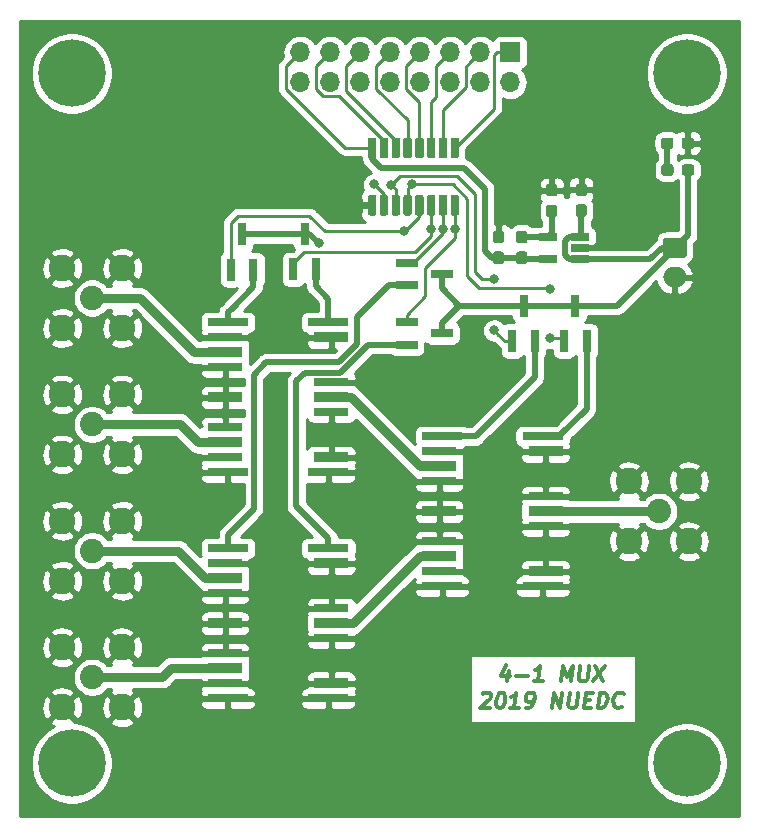
<source format=gbr>
G04 #@! TF.GenerationSoftware,KiCad,Pcbnew,(5.1.2)-2*
G04 #@! TF.CreationDate,2019-07-30T15:31:29+08:00*
G04 #@! TF.ProjectId,HF3,4846332e-6b69-4636-9164-5f7063625858,rev?*
G04 #@! TF.SameCoordinates,Original*
G04 #@! TF.FileFunction,Copper,L1,Top*
G04 #@! TF.FilePolarity,Positive*
%FSLAX46Y46*%
G04 Gerber Fmt 4.6, Leading zero omitted, Abs format (unit mm)*
G04 Created by KiCad (PCBNEW (5.1.2)-2) date 2019-07-30 15:31:29*
%MOMM*%
%LPD*%
G04 APERTURE LIST*
%ADD10C,0.300000*%
%ADD11C,5.700000*%
%ADD12C,0.100000*%
%ADD13C,0.950000*%
%ADD14R,1.700000X1.700000*%
%ADD15O,1.700000X1.700000*%
%ADD16R,0.800000X1.900000*%
%ADD17R,1.900000X0.800000*%
%ADD18C,1.700000*%
%ADD19O,2.000000X1.700000*%
%ADD20C,2.250000*%
%ADD21C,2.050000*%
%ADD22C,0.700000*%
%ADD23R,3.500000X0.700000*%
%ADD24R,3.000000X0.900000*%
%ADD25R,3.000000X0.700000*%
%ADD26R,1.560000X0.650000*%
%ADD27C,0.800000*%
%ADD28C,0.500000*%
%ADD29C,0.250000*%
%ADD30C,0.800000*%
%ADD31C,0.254000*%
G04 APERTURE END LIST*
D10*
X175427135Y-139515628D02*
X175318802Y-140382295D01*
X175179516Y-139020390D02*
X174753921Y-139948961D01*
X175558683Y-139948961D01*
X176061659Y-139887057D02*
X177052135Y-139887057D01*
X178290230Y-140382295D02*
X177547373Y-140382295D01*
X177918802Y-140382295D02*
X178081302Y-139082295D01*
X177934278Y-139268009D01*
X177794992Y-139391819D01*
X177663445Y-139453723D01*
X179837850Y-140382295D02*
X180000350Y-139082295D01*
X180317611Y-140010866D01*
X180867016Y-139082295D01*
X180704516Y-140382295D01*
X181486064Y-139082295D02*
X181354516Y-140134676D01*
X181400945Y-140258485D01*
X181455111Y-140320390D01*
X181571183Y-140382295D01*
X181818802Y-140382295D01*
X181950350Y-140320390D01*
X182019992Y-140258485D01*
X182097373Y-140134676D01*
X182228921Y-139082295D01*
X182724159Y-139082295D02*
X183428326Y-140382295D01*
X183590826Y-139082295D02*
X182561659Y-140382295D01*
X173206302Y-141456104D02*
X173275945Y-141394200D01*
X173407492Y-141332295D01*
X173717016Y-141332295D01*
X173833088Y-141394200D01*
X173887254Y-141456104D01*
X173933683Y-141579914D01*
X173918207Y-141703723D01*
X173833088Y-141889438D01*
X172997373Y-142632295D01*
X173802135Y-142632295D01*
X174769397Y-141332295D02*
X174893207Y-141332295D01*
X175009278Y-141394200D01*
X175063445Y-141456104D01*
X175109873Y-141579914D01*
X175140826Y-141827533D01*
X175102135Y-142137057D01*
X175009278Y-142384676D01*
X174931897Y-142508485D01*
X174862254Y-142570390D01*
X174730707Y-142632295D01*
X174606897Y-142632295D01*
X174490826Y-142570390D01*
X174436659Y-142508485D01*
X174390230Y-142384676D01*
X174359278Y-142137057D01*
X174397969Y-141827533D01*
X174490826Y-141579914D01*
X174568207Y-141456104D01*
X174637850Y-141394200D01*
X174769397Y-141332295D01*
X176278326Y-142632295D02*
X175535469Y-142632295D01*
X175906897Y-142632295D02*
X176069397Y-141332295D01*
X175922373Y-141518009D01*
X175783088Y-141641819D01*
X175651540Y-141703723D01*
X176897373Y-142632295D02*
X177144992Y-142632295D01*
X177276540Y-142570390D01*
X177346183Y-142508485D01*
X177493207Y-142322771D01*
X177586064Y-142075152D01*
X177647969Y-141579914D01*
X177601540Y-141456104D01*
X177547373Y-141394200D01*
X177431302Y-141332295D01*
X177183683Y-141332295D01*
X177052135Y-141394200D01*
X176982492Y-141456104D01*
X176905111Y-141579914D01*
X176866421Y-141889438D01*
X176912850Y-142013247D01*
X176967016Y-142075152D01*
X177083088Y-142137057D01*
X177330707Y-142137057D01*
X177462254Y-142075152D01*
X177531897Y-142013247D01*
X177609278Y-141889438D01*
X179064040Y-142632295D02*
X179226540Y-141332295D01*
X179806897Y-142632295D01*
X179969397Y-141332295D01*
X180588445Y-141332295D02*
X180456897Y-142384676D01*
X180503326Y-142508485D01*
X180557492Y-142570390D01*
X180673564Y-142632295D01*
X180921183Y-142632295D01*
X181052730Y-142570390D01*
X181122373Y-142508485D01*
X181199754Y-142384676D01*
X181331302Y-141332295D01*
X181872969Y-141951342D02*
X182306302Y-141951342D01*
X182406897Y-142632295D02*
X181787850Y-142632295D01*
X181950350Y-141332295D01*
X182569397Y-141332295D01*
X182964040Y-142632295D02*
X183126540Y-141332295D01*
X183436064Y-141332295D01*
X183614040Y-141394200D01*
X183722373Y-141518009D01*
X183768802Y-141641819D01*
X183799754Y-141889438D01*
X183776540Y-142075152D01*
X183683683Y-142322771D01*
X183606302Y-142446580D01*
X183467016Y-142570390D01*
X183273564Y-142632295D01*
X182964040Y-142632295D01*
X185022373Y-142508485D02*
X184952730Y-142570390D01*
X184759278Y-142632295D01*
X184635469Y-142632295D01*
X184457492Y-142570390D01*
X184349159Y-142446580D01*
X184302730Y-142322771D01*
X184271778Y-142075152D01*
X184294992Y-141889438D01*
X184387850Y-141641819D01*
X184465230Y-141518009D01*
X184604516Y-141394200D01*
X184797969Y-141332295D01*
X184921778Y-141332295D01*
X185099754Y-141394200D01*
X185153921Y-141456104D01*
D11*
X138430000Y-147320000D03*
X190500000Y-147320000D03*
X190500000Y-88900000D03*
X138430000Y-88900000D03*
D12*
G36*
X190912379Y-96604944D02*
G01*
X190935434Y-96608363D01*
X190958043Y-96614027D01*
X190979987Y-96621879D01*
X191001057Y-96631844D01*
X191021048Y-96643826D01*
X191039768Y-96657710D01*
X191057038Y-96673362D01*
X191072690Y-96690632D01*
X191086574Y-96709352D01*
X191098556Y-96729343D01*
X191108521Y-96750413D01*
X191116373Y-96772357D01*
X191122037Y-96794966D01*
X191125456Y-96818021D01*
X191126600Y-96841300D01*
X191126600Y-97316300D01*
X191125456Y-97339579D01*
X191122037Y-97362634D01*
X191116373Y-97385243D01*
X191108521Y-97407187D01*
X191098556Y-97428257D01*
X191086574Y-97448248D01*
X191072690Y-97466968D01*
X191057038Y-97484238D01*
X191039768Y-97499890D01*
X191021048Y-97513774D01*
X191001057Y-97525756D01*
X190979987Y-97535721D01*
X190958043Y-97543573D01*
X190935434Y-97549237D01*
X190912379Y-97552656D01*
X190889100Y-97553800D01*
X190314100Y-97553800D01*
X190290821Y-97552656D01*
X190267766Y-97549237D01*
X190245157Y-97543573D01*
X190223213Y-97535721D01*
X190202143Y-97525756D01*
X190182152Y-97513774D01*
X190163432Y-97499890D01*
X190146162Y-97484238D01*
X190130510Y-97466968D01*
X190116626Y-97448248D01*
X190104644Y-97428257D01*
X190094679Y-97407187D01*
X190086827Y-97385243D01*
X190081163Y-97362634D01*
X190077744Y-97339579D01*
X190076600Y-97316300D01*
X190076600Y-96841300D01*
X190077744Y-96818021D01*
X190081163Y-96794966D01*
X190086827Y-96772357D01*
X190094679Y-96750413D01*
X190104644Y-96729343D01*
X190116626Y-96709352D01*
X190130510Y-96690632D01*
X190146162Y-96673362D01*
X190163432Y-96657710D01*
X190182152Y-96643826D01*
X190202143Y-96631844D01*
X190223213Y-96621879D01*
X190245157Y-96614027D01*
X190267766Y-96608363D01*
X190290821Y-96604944D01*
X190314100Y-96603800D01*
X190889100Y-96603800D01*
X190912379Y-96604944D01*
X190912379Y-96604944D01*
G37*
D13*
X190601600Y-97078800D03*
D12*
G36*
X189162379Y-96604944D02*
G01*
X189185434Y-96608363D01*
X189208043Y-96614027D01*
X189229987Y-96621879D01*
X189251057Y-96631844D01*
X189271048Y-96643826D01*
X189289768Y-96657710D01*
X189307038Y-96673362D01*
X189322690Y-96690632D01*
X189336574Y-96709352D01*
X189348556Y-96729343D01*
X189358521Y-96750413D01*
X189366373Y-96772357D01*
X189372037Y-96794966D01*
X189375456Y-96818021D01*
X189376600Y-96841300D01*
X189376600Y-97316300D01*
X189375456Y-97339579D01*
X189372037Y-97362634D01*
X189366373Y-97385243D01*
X189358521Y-97407187D01*
X189348556Y-97428257D01*
X189336574Y-97448248D01*
X189322690Y-97466968D01*
X189307038Y-97484238D01*
X189289768Y-97499890D01*
X189271048Y-97513774D01*
X189251057Y-97525756D01*
X189229987Y-97535721D01*
X189208043Y-97543573D01*
X189185434Y-97549237D01*
X189162379Y-97552656D01*
X189139100Y-97553800D01*
X188564100Y-97553800D01*
X188540821Y-97552656D01*
X188517766Y-97549237D01*
X188495157Y-97543573D01*
X188473213Y-97535721D01*
X188452143Y-97525756D01*
X188432152Y-97513774D01*
X188413432Y-97499890D01*
X188396162Y-97484238D01*
X188380510Y-97466968D01*
X188366626Y-97448248D01*
X188354644Y-97428257D01*
X188344679Y-97407187D01*
X188336827Y-97385243D01*
X188331163Y-97362634D01*
X188327744Y-97339579D01*
X188326600Y-97316300D01*
X188326600Y-96841300D01*
X188327744Y-96818021D01*
X188331163Y-96794966D01*
X188336827Y-96772357D01*
X188344679Y-96750413D01*
X188354644Y-96729343D01*
X188366626Y-96709352D01*
X188380510Y-96690632D01*
X188396162Y-96673362D01*
X188413432Y-96657710D01*
X188432152Y-96643826D01*
X188452143Y-96631844D01*
X188473213Y-96621879D01*
X188495157Y-96614027D01*
X188517766Y-96608363D01*
X188540821Y-96604944D01*
X188564100Y-96603800D01*
X189139100Y-96603800D01*
X189162379Y-96604944D01*
X189162379Y-96604944D01*
G37*
D13*
X188851600Y-97078800D03*
D12*
G36*
X189148379Y-94344344D02*
G01*
X189171434Y-94347763D01*
X189194043Y-94353427D01*
X189215987Y-94361279D01*
X189237057Y-94371244D01*
X189257048Y-94383226D01*
X189275768Y-94397110D01*
X189293038Y-94412762D01*
X189308690Y-94430032D01*
X189322574Y-94448752D01*
X189334556Y-94468743D01*
X189344521Y-94489813D01*
X189352373Y-94511757D01*
X189358037Y-94534366D01*
X189361456Y-94557421D01*
X189362600Y-94580700D01*
X189362600Y-95055700D01*
X189361456Y-95078979D01*
X189358037Y-95102034D01*
X189352373Y-95124643D01*
X189344521Y-95146587D01*
X189334556Y-95167657D01*
X189322574Y-95187648D01*
X189308690Y-95206368D01*
X189293038Y-95223638D01*
X189275768Y-95239290D01*
X189257048Y-95253174D01*
X189237057Y-95265156D01*
X189215987Y-95275121D01*
X189194043Y-95282973D01*
X189171434Y-95288637D01*
X189148379Y-95292056D01*
X189125100Y-95293200D01*
X188550100Y-95293200D01*
X188526821Y-95292056D01*
X188503766Y-95288637D01*
X188481157Y-95282973D01*
X188459213Y-95275121D01*
X188438143Y-95265156D01*
X188418152Y-95253174D01*
X188399432Y-95239290D01*
X188382162Y-95223638D01*
X188366510Y-95206368D01*
X188352626Y-95187648D01*
X188340644Y-95167657D01*
X188330679Y-95146587D01*
X188322827Y-95124643D01*
X188317163Y-95102034D01*
X188313744Y-95078979D01*
X188312600Y-95055700D01*
X188312600Y-94580700D01*
X188313744Y-94557421D01*
X188317163Y-94534366D01*
X188322827Y-94511757D01*
X188330679Y-94489813D01*
X188340644Y-94468743D01*
X188352626Y-94448752D01*
X188366510Y-94430032D01*
X188382162Y-94412762D01*
X188399432Y-94397110D01*
X188418152Y-94383226D01*
X188438143Y-94371244D01*
X188459213Y-94361279D01*
X188481157Y-94353427D01*
X188503766Y-94347763D01*
X188526821Y-94344344D01*
X188550100Y-94343200D01*
X189125100Y-94343200D01*
X189148379Y-94344344D01*
X189148379Y-94344344D01*
G37*
D13*
X188837600Y-94818200D03*
D12*
G36*
X190898379Y-94344344D02*
G01*
X190921434Y-94347763D01*
X190944043Y-94353427D01*
X190965987Y-94361279D01*
X190987057Y-94371244D01*
X191007048Y-94383226D01*
X191025768Y-94397110D01*
X191043038Y-94412762D01*
X191058690Y-94430032D01*
X191072574Y-94448752D01*
X191084556Y-94468743D01*
X191094521Y-94489813D01*
X191102373Y-94511757D01*
X191108037Y-94534366D01*
X191111456Y-94557421D01*
X191112600Y-94580700D01*
X191112600Y-95055700D01*
X191111456Y-95078979D01*
X191108037Y-95102034D01*
X191102373Y-95124643D01*
X191094521Y-95146587D01*
X191084556Y-95167657D01*
X191072574Y-95187648D01*
X191058690Y-95206368D01*
X191043038Y-95223638D01*
X191025768Y-95239290D01*
X191007048Y-95253174D01*
X190987057Y-95265156D01*
X190965987Y-95275121D01*
X190944043Y-95282973D01*
X190921434Y-95288637D01*
X190898379Y-95292056D01*
X190875100Y-95293200D01*
X190300100Y-95293200D01*
X190276821Y-95292056D01*
X190253766Y-95288637D01*
X190231157Y-95282973D01*
X190209213Y-95275121D01*
X190188143Y-95265156D01*
X190168152Y-95253174D01*
X190149432Y-95239290D01*
X190132162Y-95223638D01*
X190116510Y-95206368D01*
X190102626Y-95187648D01*
X190090644Y-95167657D01*
X190080679Y-95146587D01*
X190072827Y-95124643D01*
X190067163Y-95102034D01*
X190063744Y-95078979D01*
X190062600Y-95055700D01*
X190062600Y-94580700D01*
X190063744Y-94557421D01*
X190067163Y-94534366D01*
X190072827Y-94511757D01*
X190080679Y-94489813D01*
X190090644Y-94468743D01*
X190102626Y-94448752D01*
X190116510Y-94430032D01*
X190132162Y-94412762D01*
X190149432Y-94397110D01*
X190168152Y-94383226D01*
X190188143Y-94371244D01*
X190209213Y-94361279D01*
X190231157Y-94353427D01*
X190253766Y-94347763D01*
X190276821Y-94344344D01*
X190300100Y-94343200D01*
X190875100Y-94343200D01*
X190898379Y-94344344D01*
X190898379Y-94344344D01*
G37*
D13*
X190587600Y-94818200D03*
D14*
X175539400Y-87122000D03*
D15*
X175539400Y-89662000D03*
X172999400Y-87122000D03*
X172999400Y-89662000D03*
X170459400Y-87122000D03*
X170459400Y-89662000D03*
X167919400Y-87122000D03*
X167919400Y-89662000D03*
X165379400Y-87122000D03*
X165379400Y-89662000D03*
X162839400Y-87122000D03*
X162839400Y-89662000D03*
X160299400Y-87122000D03*
X160299400Y-89662000D03*
X157759400Y-87122000D03*
X157759400Y-89662000D03*
D16*
X152857200Y-102538400D03*
X153807200Y-105538400D03*
X151907200Y-105538400D03*
X158140400Y-102487600D03*
X159090400Y-105487600D03*
X157190400Y-105487600D03*
X176682400Y-108558200D03*
X177632400Y-111558200D03*
X175732400Y-111558200D03*
X181076600Y-108558200D03*
X182026600Y-111558200D03*
X180126600Y-111558200D03*
D17*
X169775000Y-105892600D03*
X166775000Y-106842600D03*
X166775000Y-104942600D03*
X169775000Y-110921800D03*
X166775000Y-111871800D03*
X166775000Y-109971800D03*
D12*
G36*
X174809579Y-102233144D02*
G01*
X174832634Y-102236563D01*
X174855243Y-102242227D01*
X174877187Y-102250079D01*
X174898257Y-102260044D01*
X174918248Y-102272026D01*
X174936968Y-102285910D01*
X174954238Y-102301562D01*
X174969890Y-102318832D01*
X174983774Y-102337552D01*
X174995756Y-102357543D01*
X175005721Y-102378613D01*
X175013573Y-102400557D01*
X175019237Y-102423166D01*
X175022656Y-102446221D01*
X175023800Y-102469500D01*
X175023800Y-103044500D01*
X175022656Y-103067779D01*
X175019237Y-103090834D01*
X175013573Y-103113443D01*
X175005721Y-103135387D01*
X174995756Y-103156457D01*
X174983774Y-103176448D01*
X174969890Y-103195168D01*
X174954238Y-103212438D01*
X174936968Y-103228090D01*
X174918248Y-103241974D01*
X174898257Y-103253956D01*
X174877187Y-103263921D01*
X174855243Y-103271773D01*
X174832634Y-103277437D01*
X174809579Y-103280856D01*
X174786300Y-103282000D01*
X174311300Y-103282000D01*
X174288021Y-103280856D01*
X174264966Y-103277437D01*
X174242357Y-103271773D01*
X174220413Y-103263921D01*
X174199343Y-103253956D01*
X174179352Y-103241974D01*
X174160632Y-103228090D01*
X174143362Y-103212438D01*
X174127710Y-103195168D01*
X174113826Y-103176448D01*
X174101844Y-103156457D01*
X174091879Y-103135387D01*
X174084027Y-103113443D01*
X174078363Y-103090834D01*
X174074944Y-103067779D01*
X174073800Y-103044500D01*
X174073800Y-102469500D01*
X174074944Y-102446221D01*
X174078363Y-102423166D01*
X174084027Y-102400557D01*
X174091879Y-102378613D01*
X174101844Y-102357543D01*
X174113826Y-102337552D01*
X174127710Y-102318832D01*
X174143362Y-102301562D01*
X174160632Y-102285910D01*
X174179352Y-102272026D01*
X174199343Y-102260044D01*
X174220413Y-102250079D01*
X174242357Y-102242227D01*
X174264966Y-102236563D01*
X174288021Y-102233144D01*
X174311300Y-102232000D01*
X174786300Y-102232000D01*
X174809579Y-102233144D01*
X174809579Y-102233144D01*
G37*
D13*
X174548800Y-102757000D03*
D12*
G36*
X174809579Y-103983144D02*
G01*
X174832634Y-103986563D01*
X174855243Y-103992227D01*
X174877187Y-104000079D01*
X174898257Y-104010044D01*
X174918248Y-104022026D01*
X174936968Y-104035910D01*
X174954238Y-104051562D01*
X174969890Y-104068832D01*
X174983774Y-104087552D01*
X174995756Y-104107543D01*
X175005721Y-104128613D01*
X175013573Y-104150557D01*
X175019237Y-104173166D01*
X175022656Y-104196221D01*
X175023800Y-104219500D01*
X175023800Y-104794500D01*
X175022656Y-104817779D01*
X175019237Y-104840834D01*
X175013573Y-104863443D01*
X175005721Y-104885387D01*
X174995756Y-104906457D01*
X174983774Y-104926448D01*
X174969890Y-104945168D01*
X174954238Y-104962438D01*
X174936968Y-104978090D01*
X174918248Y-104991974D01*
X174898257Y-105003956D01*
X174877187Y-105013921D01*
X174855243Y-105021773D01*
X174832634Y-105027437D01*
X174809579Y-105030856D01*
X174786300Y-105032000D01*
X174311300Y-105032000D01*
X174288021Y-105030856D01*
X174264966Y-105027437D01*
X174242357Y-105021773D01*
X174220413Y-105013921D01*
X174199343Y-105003956D01*
X174179352Y-104991974D01*
X174160632Y-104978090D01*
X174143362Y-104962438D01*
X174127710Y-104945168D01*
X174113826Y-104926448D01*
X174101844Y-104906457D01*
X174091879Y-104885387D01*
X174084027Y-104863443D01*
X174078363Y-104840834D01*
X174074944Y-104817779D01*
X174073800Y-104794500D01*
X174073800Y-104219500D01*
X174074944Y-104196221D01*
X174078363Y-104173166D01*
X174084027Y-104150557D01*
X174091879Y-104128613D01*
X174101844Y-104107543D01*
X174113826Y-104087552D01*
X174127710Y-104068832D01*
X174143362Y-104051562D01*
X174160632Y-104035910D01*
X174179352Y-104022026D01*
X174199343Y-104010044D01*
X174220413Y-104000079D01*
X174242357Y-103992227D01*
X174264966Y-103986563D01*
X174288021Y-103983144D01*
X174311300Y-103982000D01*
X174786300Y-103982000D01*
X174809579Y-103983144D01*
X174809579Y-103983144D01*
G37*
D13*
X174548800Y-104507000D03*
D12*
G36*
X181819979Y-99995344D02*
G01*
X181843034Y-99998763D01*
X181865643Y-100004427D01*
X181887587Y-100012279D01*
X181908657Y-100022244D01*
X181928648Y-100034226D01*
X181947368Y-100048110D01*
X181964638Y-100063762D01*
X181980290Y-100081032D01*
X181994174Y-100099752D01*
X182006156Y-100119743D01*
X182016121Y-100140813D01*
X182023973Y-100162757D01*
X182029637Y-100185366D01*
X182033056Y-100208421D01*
X182034200Y-100231700D01*
X182034200Y-100806700D01*
X182033056Y-100829979D01*
X182029637Y-100853034D01*
X182023973Y-100875643D01*
X182016121Y-100897587D01*
X182006156Y-100918657D01*
X181994174Y-100938648D01*
X181980290Y-100957368D01*
X181964638Y-100974638D01*
X181947368Y-100990290D01*
X181928648Y-101004174D01*
X181908657Y-101016156D01*
X181887587Y-101026121D01*
X181865643Y-101033973D01*
X181843034Y-101039637D01*
X181819979Y-101043056D01*
X181796700Y-101044200D01*
X181321700Y-101044200D01*
X181298421Y-101043056D01*
X181275366Y-101039637D01*
X181252757Y-101033973D01*
X181230813Y-101026121D01*
X181209743Y-101016156D01*
X181189752Y-101004174D01*
X181171032Y-100990290D01*
X181153762Y-100974638D01*
X181138110Y-100957368D01*
X181124226Y-100938648D01*
X181112244Y-100918657D01*
X181102279Y-100897587D01*
X181094427Y-100875643D01*
X181088763Y-100853034D01*
X181085344Y-100829979D01*
X181084200Y-100806700D01*
X181084200Y-100231700D01*
X181085344Y-100208421D01*
X181088763Y-100185366D01*
X181094427Y-100162757D01*
X181102279Y-100140813D01*
X181112244Y-100119743D01*
X181124226Y-100099752D01*
X181138110Y-100081032D01*
X181153762Y-100063762D01*
X181171032Y-100048110D01*
X181189752Y-100034226D01*
X181209743Y-100022244D01*
X181230813Y-100012279D01*
X181252757Y-100004427D01*
X181275366Y-99998763D01*
X181298421Y-99995344D01*
X181321700Y-99994200D01*
X181796700Y-99994200D01*
X181819979Y-99995344D01*
X181819979Y-99995344D01*
G37*
D13*
X181559200Y-100519200D03*
D12*
G36*
X181819979Y-98245344D02*
G01*
X181843034Y-98248763D01*
X181865643Y-98254427D01*
X181887587Y-98262279D01*
X181908657Y-98272244D01*
X181928648Y-98284226D01*
X181947368Y-98298110D01*
X181964638Y-98313762D01*
X181980290Y-98331032D01*
X181994174Y-98349752D01*
X182006156Y-98369743D01*
X182016121Y-98390813D01*
X182023973Y-98412757D01*
X182029637Y-98435366D01*
X182033056Y-98458421D01*
X182034200Y-98481700D01*
X182034200Y-99056700D01*
X182033056Y-99079979D01*
X182029637Y-99103034D01*
X182023973Y-99125643D01*
X182016121Y-99147587D01*
X182006156Y-99168657D01*
X181994174Y-99188648D01*
X181980290Y-99207368D01*
X181964638Y-99224638D01*
X181947368Y-99240290D01*
X181928648Y-99254174D01*
X181908657Y-99266156D01*
X181887587Y-99276121D01*
X181865643Y-99283973D01*
X181843034Y-99289637D01*
X181819979Y-99293056D01*
X181796700Y-99294200D01*
X181321700Y-99294200D01*
X181298421Y-99293056D01*
X181275366Y-99289637D01*
X181252757Y-99283973D01*
X181230813Y-99276121D01*
X181209743Y-99266156D01*
X181189752Y-99254174D01*
X181171032Y-99240290D01*
X181153762Y-99224638D01*
X181138110Y-99207368D01*
X181124226Y-99188648D01*
X181112244Y-99168657D01*
X181102279Y-99147587D01*
X181094427Y-99125643D01*
X181088763Y-99103034D01*
X181085344Y-99079979D01*
X181084200Y-99056700D01*
X181084200Y-98481700D01*
X181085344Y-98458421D01*
X181088763Y-98435366D01*
X181094427Y-98412757D01*
X181102279Y-98390813D01*
X181112244Y-98369743D01*
X181124226Y-98349752D01*
X181138110Y-98331032D01*
X181153762Y-98313762D01*
X181171032Y-98298110D01*
X181189752Y-98284226D01*
X181209743Y-98272244D01*
X181230813Y-98262279D01*
X181252757Y-98254427D01*
X181275366Y-98248763D01*
X181298421Y-98245344D01*
X181321700Y-98244200D01*
X181796700Y-98244200D01*
X181819979Y-98245344D01*
X181819979Y-98245344D01*
G37*
D13*
X181559200Y-98769200D03*
D12*
G36*
X190258504Y-102834004D02*
G01*
X190282773Y-102837604D01*
X190306571Y-102843565D01*
X190329671Y-102851830D01*
X190351849Y-102862320D01*
X190372893Y-102874933D01*
X190392598Y-102889547D01*
X190410777Y-102906023D01*
X190427253Y-102924202D01*
X190441867Y-102943907D01*
X190454480Y-102964951D01*
X190464970Y-102987129D01*
X190473235Y-103010229D01*
X190479196Y-103034027D01*
X190482796Y-103058296D01*
X190484000Y-103082800D01*
X190484000Y-104282800D01*
X190482796Y-104307304D01*
X190479196Y-104331573D01*
X190473235Y-104355371D01*
X190464970Y-104378471D01*
X190454480Y-104400649D01*
X190441867Y-104421693D01*
X190427253Y-104441398D01*
X190410777Y-104459577D01*
X190392598Y-104476053D01*
X190372893Y-104490667D01*
X190351849Y-104503280D01*
X190329671Y-104513770D01*
X190306571Y-104522035D01*
X190282773Y-104527996D01*
X190258504Y-104531596D01*
X190234000Y-104532800D01*
X188734000Y-104532800D01*
X188709496Y-104531596D01*
X188685227Y-104527996D01*
X188661429Y-104522035D01*
X188638329Y-104513770D01*
X188616151Y-104503280D01*
X188595107Y-104490667D01*
X188575402Y-104476053D01*
X188557223Y-104459577D01*
X188540747Y-104441398D01*
X188526133Y-104421693D01*
X188513520Y-104400649D01*
X188503030Y-104378471D01*
X188494765Y-104355371D01*
X188488804Y-104331573D01*
X188485204Y-104307304D01*
X188484000Y-104282800D01*
X188484000Y-103082800D01*
X188485204Y-103058296D01*
X188488804Y-103034027D01*
X188494765Y-103010229D01*
X188503030Y-102987129D01*
X188513520Y-102964951D01*
X188526133Y-102943907D01*
X188540747Y-102924202D01*
X188557223Y-102906023D01*
X188575402Y-102889547D01*
X188595107Y-102874933D01*
X188616151Y-102862320D01*
X188638329Y-102851830D01*
X188661429Y-102843565D01*
X188685227Y-102837604D01*
X188709496Y-102834004D01*
X188734000Y-102832800D01*
X190234000Y-102832800D01*
X190258504Y-102834004D01*
X190258504Y-102834004D01*
G37*
D18*
X189484000Y-103682800D03*
D19*
X189484000Y-106182800D03*
D20*
X137617200Y-142570200D03*
X137617200Y-137490200D03*
X142697200Y-137490200D03*
X142697200Y-142570200D03*
D21*
X140157200Y-140030200D03*
X140157200Y-129328332D03*
D20*
X142697200Y-131868332D03*
X142697200Y-126788332D03*
X137617200Y-126788332D03*
X137617200Y-131868332D03*
X185597800Y-128524000D03*
X185597800Y-123444000D03*
X190677800Y-123444000D03*
X190677800Y-128524000D03*
D21*
X188137800Y-125984000D03*
D20*
X142697200Y-116086466D03*
X142697200Y-121166466D03*
X137617200Y-121166466D03*
X137617200Y-116086466D03*
D21*
X140157200Y-118626466D03*
X140157200Y-107924600D03*
D20*
X137617200Y-105384600D03*
X137617200Y-110464600D03*
X142697200Y-110464600D03*
X142697200Y-105384600D03*
D12*
G36*
X176790779Y-102233144D02*
G01*
X176813834Y-102236563D01*
X176836443Y-102242227D01*
X176858387Y-102250079D01*
X176879457Y-102260044D01*
X176899448Y-102272026D01*
X176918168Y-102285910D01*
X176935438Y-102301562D01*
X176951090Y-102318832D01*
X176964974Y-102337552D01*
X176976956Y-102357543D01*
X176986921Y-102378613D01*
X176994773Y-102400557D01*
X177000437Y-102423166D01*
X177003856Y-102446221D01*
X177005000Y-102469500D01*
X177005000Y-103044500D01*
X177003856Y-103067779D01*
X177000437Y-103090834D01*
X176994773Y-103113443D01*
X176986921Y-103135387D01*
X176976956Y-103156457D01*
X176964974Y-103176448D01*
X176951090Y-103195168D01*
X176935438Y-103212438D01*
X176918168Y-103228090D01*
X176899448Y-103241974D01*
X176879457Y-103253956D01*
X176858387Y-103263921D01*
X176836443Y-103271773D01*
X176813834Y-103277437D01*
X176790779Y-103280856D01*
X176767500Y-103282000D01*
X176292500Y-103282000D01*
X176269221Y-103280856D01*
X176246166Y-103277437D01*
X176223557Y-103271773D01*
X176201613Y-103263921D01*
X176180543Y-103253956D01*
X176160552Y-103241974D01*
X176141832Y-103228090D01*
X176124562Y-103212438D01*
X176108910Y-103195168D01*
X176095026Y-103176448D01*
X176083044Y-103156457D01*
X176073079Y-103135387D01*
X176065227Y-103113443D01*
X176059563Y-103090834D01*
X176056144Y-103067779D01*
X176055000Y-103044500D01*
X176055000Y-102469500D01*
X176056144Y-102446221D01*
X176059563Y-102423166D01*
X176065227Y-102400557D01*
X176073079Y-102378613D01*
X176083044Y-102357543D01*
X176095026Y-102337552D01*
X176108910Y-102318832D01*
X176124562Y-102301562D01*
X176141832Y-102285910D01*
X176160552Y-102272026D01*
X176180543Y-102260044D01*
X176201613Y-102250079D01*
X176223557Y-102242227D01*
X176246166Y-102236563D01*
X176269221Y-102233144D01*
X176292500Y-102232000D01*
X176767500Y-102232000D01*
X176790779Y-102233144D01*
X176790779Y-102233144D01*
G37*
D13*
X176530000Y-102757000D03*
D12*
G36*
X176790779Y-103983144D02*
G01*
X176813834Y-103986563D01*
X176836443Y-103992227D01*
X176858387Y-104000079D01*
X176879457Y-104010044D01*
X176899448Y-104022026D01*
X176918168Y-104035910D01*
X176935438Y-104051562D01*
X176951090Y-104068832D01*
X176964974Y-104087552D01*
X176976956Y-104107543D01*
X176986921Y-104128613D01*
X176994773Y-104150557D01*
X177000437Y-104173166D01*
X177003856Y-104196221D01*
X177005000Y-104219500D01*
X177005000Y-104794500D01*
X177003856Y-104817779D01*
X177000437Y-104840834D01*
X176994773Y-104863443D01*
X176986921Y-104885387D01*
X176976956Y-104906457D01*
X176964974Y-104926448D01*
X176951090Y-104945168D01*
X176935438Y-104962438D01*
X176918168Y-104978090D01*
X176899448Y-104991974D01*
X176879457Y-105003956D01*
X176858387Y-105013921D01*
X176836443Y-105021773D01*
X176813834Y-105027437D01*
X176790779Y-105030856D01*
X176767500Y-105032000D01*
X176292500Y-105032000D01*
X176269221Y-105030856D01*
X176246166Y-105027437D01*
X176223557Y-105021773D01*
X176201613Y-105013921D01*
X176180543Y-105003956D01*
X176160552Y-104991974D01*
X176141832Y-104978090D01*
X176124562Y-104962438D01*
X176108910Y-104945168D01*
X176095026Y-104926448D01*
X176083044Y-104906457D01*
X176073079Y-104885387D01*
X176065227Y-104863443D01*
X176059563Y-104840834D01*
X176056144Y-104817779D01*
X176055000Y-104794500D01*
X176055000Y-104219500D01*
X176056144Y-104196221D01*
X176059563Y-104173166D01*
X176065227Y-104150557D01*
X176073079Y-104128613D01*
X176083044Y-104107543D01*
X176095026Y-104087552D01*
X176108910Y-104068832D01*
X176124562Y-104051562D01*
X176141832Y-104035910D01*
X176160552Y-104022026D01*
X176180543Y-104010044D01*
X176201613Y-104000079D01*
X176223557Y-103992227D01*
X176246166Y-103986563D01*
X176269221Y-103983144D01*
X176292500Y-103982000D01*
X176767500Y-103982000D01*
X176790779Y-103983144D01*
X176790779Y-103983144D01*
G37*
D13*
X176530000Y-104507000D03*
D12*
G36*
X179330779Y-100020744D02*
G01*
X179353834Y-100024163D01*
X179376443Y-100029827D01*
X179398387Y-100037679D01*
X179419457Y-100047644D01*
X179439448Y-100059626D01*
X179458168Y-100073510D01*
X179475438Y-100089162D01*
X179491090Y-100106432D01*
X179504974Y-100125152D01*
X179516956Y-100145143D01*
X179526921Y-100166213D01*
X179534773Y-100188157D01*
X179540437Y-100210766D01*
X179543856Y-100233821D01*
X179545000Y-100257100D01*
X179545000Y-100832100D01*
X179543856Y-100855379D01*
X179540437Y-100878434D01*
X179534773Y-100901043D01*
X179526921Y-100922987D01*
X179516956Y-100944057D01*
X179504974Y-100964048D01*
X179491090Y-100982768D01*
X179475438Y-101000038D01*
X179458168Y-101015690D01*
X179439448Y-101029574D01*
X179419457Y-101041556D01*
X179398387Y-101051521D01*
X179376443Y-101059373D01*
X179353834Y-101065037D01*
X179330779Y-101068456D01*
X179307500Y-101069600D01*
X178832500Y-101069600D01*
X178809221Y-101068456D01*
X178786166Y-101065037D01*
X178763557Y-101059373D01*
X178741613Y-101051521D01*
X178720543Y-101041556D01*
X178700552Y-101029574D01*
X178681832Y-101015690D01*
X178664562Y-101000038D01*
X178648910Y-100982768D01*
X178635026Y-100964048D01*
X178623044Y-100944057D01*
X178613079Y-100922987D01*
X178605227Y-100901043D01*
X178599563Y-100878434D01*
X178596144Y-100855379D01*
X178595000Y-100832100D01*
X178595000Y-100257100D01*
X178596144Y-100233821D01*
X178599563Y-100210766D01*
X178605227Y-100188157D01*
X178613079Y-100166213D01*
X178623044Y-100145143D01*
X178635026Y-100125152D01*
X178648910Y-100106432D01*
X178664562Y-100089162D01*
X178681832Y-100073510D01*
X178700552Y-100059626D01*
X178720543Y-100047644D01*
X178741613Y-100037679D01*
X178763557Y-100029827D01*
X178786166Y-100024163D01*
X178809221Y-100020744D01*
X178832500Y-100019600D01*
X179307500Y-100019600D01*
X179330779Y-100020744D01*
X179330779Y-100020744D01*
G37*
D13*
X179070000Y-100544600D03*
D12*
G36*
X179330779Y-98270744D02*
G01*
X179353834Y-98274163D01*
X179376443Y-98279827D01*
X179398387Y-98287679D01*
X179419457Y-98297644D01*
X179439448Y-98309626D01*
X179458168Y-98323510D01*
X179475438Y-98339162D01*
X179491090Y-98356432D01*
X179504974Y-98375152D01*
X179516956Y-98395143D01*
X179526921Y-98416213D01*
X179534773Y-98438157D01*
X179540437Y-98460766D01*
X179543856Y-98483821D01*
X179545000Y-98507100D01*
X179545000Y-99082100D01*
X179543856Y-99105379D01*
X179540437Y-99128434D01*
X179534773Y-99151043D01*
X179526921Y-99172987D01*
X179516956Y-99194057D01*
X179504974Y-99214048D01*
X179491090Y-99232768D01*
X179475438Y-99250038D01*
X179458168Y-99265690D01*
X179439448Y-99279574D01*
X179419457Y-99291556D01*
X179398387Y-99301521D01*
X179376443Y-99309373D01*
X179353834Y-99315037D01*
X179330779Y-99318456D01*
X179307500Y-99319600D01*
X178832500Y-99319600D01*
X178809221Y-99318456D01*
X178786166Y-99315037D01*
X178763557Y-99309373D01*
X178741613Y-99301521D01*
X178720543Y-99291556D01*
X178700552Y-99279574D01*
X178681832Y-99265690D01*
X178664562Y-99250038D01*
X178648910Y-99232768D01*
X178635026Y-99214048D01*
X178623044Y-99194057D01*
X178613079Y-99172987D01*
X178605227Y-99151043D01*
X178599563Y-99128434D01*
X178596144Y-99105379D01*
X178595000Y-99082100D01*
X178595000Y-98507100D01*
X178596144Y-98483821D01*
X178599563Y-98460766D01*
X178605227Y-98438157D01*
X178613079Y-98416213D01*
X178623044Y-98395143D01*
X178635026Y-98375152D01*
X178648910Y-98356432D01*
X178664562Y-98339162D01*
X178681832Y-98323510D01*
X178700552Y-98309626D01*
X178720543Y-98297644D01*
X178741613Y-98287679D01*
X178763557Y-98279827D01*
X178786166Y-98274163D01*
X178809221Y-98270744D01*
X178832500Y-98269600D01*
X179307500Y-98269600D01*
X179330779Y-98270744D01*
X179330779Y-98270744D01*
G37*
D13*
X179070000Y-98794600D03*
D12*
G36*
X171052753Y-94338443D02*
G01*
X171069741Y-94340963D01*
X171086400Y-94345135D01*
X171102570Y-94350921D01*
X171118094Y-94358264D01*
X171132825Y-94367093D01*
X171146619Y-94377323D01*
X171159344Y-94388856D01*
X171170877Y-94401581D01*
X171181107Y-94415375D01*
X171189936Y-94430106D01*
X171197279Y-94445630D01*
X171203065Y-94461800D01*
X171207237Y-94478459D01*
X171209757Y-94495447D01*
X171210600Y-94512600D01*
X171210600Y-95912600D01*
X171209757Y-95929753D01*
X171207237Y-95946741D01*
X171203065Y-95963400D01*
X171197279Y-95979570D01*
X171189936Y-95995094D01*
X171181107Y-96009825D01*
X171170877Y-96023619D01*
X171159344Y-96036344D01*
X171146619Y-96047877D01*
X171132825Y-96058107D01*
X171118094Y-96066936D01*
X171102570Y-96074279D01*
X171086400Y-96080065D01*
X171069741Y-96084237D01*
X171052753Y-96086757D01*
X171035600Y-96087600D01*
X170685600Y-96087600D01*
X170668447Y-96086757D01*
X170651459Y-96084237D01*
X170634800Y-96080065D01*
X170618630Y-96074279D01*
X170603106Y-96066936D01*
X170588375Y-96058107D01*
X170574581Y-96047877D01*
X170561856Y-96036344D01*
X170550323Y-96023619D01*
X170540093Y-96009825D01*
X170531264Y-95995094D01*
X170523921Y-95979570D01*
X170518135Y-95963400D01*
X170513963Y-95946741D01*
X170511443Y-95929753D01*
X170510600Y-95912600D01*
X170510600Y-94512600D01*
X170511443Y-94495447D01*
X170513963Y-94478459D01*
X170518135Y-94461800D01*
X170523921Y-94445630D01*
X170531264Y-94430106D01*
X170540093Y-94415375D01*
X170550323Y-94401581D01*
X170561856Y-94388856D01*
X170574581Y-94377323D01*
X170588375Y-94367093D01*
X170603106Y-94358264D01*
X170618630Y-94350921D01*
X170634800Y-94345135D01*
X170651459Y-94340963D01*
X170668447Y-94338443D01*
X170685600Y-94337600D01*
X171035600Y-94337600D01*
X171052753Y-94338443D01*
X171052753Y-94338443D01*
G37*
D22*
X170860600Y-95212600D03*
D12*
G36*
X170052753Y-94338443D02*
G01*
X170069741Y-94340963D01*
X170086400Y-94345135D01*
X170102570Y-94350921D01*
X170118094Y-94358264D01*
X170132825Y-94367093D01*
X170146619Y-94377323D01*
X170159344Y-94388856D01*
X170170877Y-94401581D01*
X170181107Y-94415375D01*
X170189936Y-94430106D01*
X170197279Y-94445630D01*
X170203065Y-94461800D01*
X170207237Y-94478459D01*
X170209757Y-94495447D01*
X170210600Y-94512600D01*
X170210600Y-95912600D01*
X170209757Y-95929753D01*
X170207237Y-95946741D01*
X170203065Y-95963400D01*
X170197279Y-95979570D01*
X170189936Y-95995094D01*
X170181107Y-96009825D01*
X170170877Y-96023619D01*
X170159344Y-96036344D01*
X170146619Y-96047877D01*
X170132825Y-96058107D01*
X170118094Y-96066936D01*
X170102570Y-96074279D01*
X170086400Y-96080065D01*
X170069741Y-96084237D01*
X170052753Y-96086757D01*
X170035600Y-96087600D01*
X169685600Y-96087600D01*
X169668447Y-96086757D01*
X169651459Y-96084237D01*
X169634800Y-96080065D01*
X169618630Y-96074279D01*
X169603106Y-96066936D01*
X169588375Y-96058107D01*
X169574581Y-96047877D01*
X169561856Y-96036344D01*
X169550323Y-96023619D01*
X169540093Y-96009825D01*
X169531264Y-95995094D01*
X169523921Y-95979570D01*
X169518135Y-95963400D01*
X169513963Y-95946741D01*
X169511443Y-95929753D01*
X169510600Y-95912600D01*
X169510600Y-94512600D01*
X169511443Y-94495447D01*
X169513963Y-94478459D01*
X169518135Y-94461800D01*
X169523921Y-94445630D01*
X169531264Y-94430106D01*
X169540093Y-94415375D01*
X169550323Y-94401581D01*
X169561856Y-94388856D01*
X169574581Y-94377323D01*
X169588375Y-94367093D01*
X169603106Y-94358264D01*
X169618630Y-94350921D01*
X169634800Y-94345135D01*
X169651459Y-94340963D01*
X169668447Y-94338443D01*
X169685600Y-94337600D01*
X170035600Y-94337600D01*
X170052753Y-94338443D01*
X170052753Y-94338443D01*
G37*
D22*
X169860600Y-95212600D03*
D12*
G36*
X169052753Y-94338443D02*
G01*
X169069741Y-94340963D01*
X169086400Y-94345135D01*
X169102570Y-94350921D01*
X169118094Y-94358264D01*
X169132825Y-94367093D01*
X169146619Y-94377323D01*
X169159344Y-94388856D01*
X169170877Y-94401581D01*
X169181107Y-94415375D01*
X169189936Y-94430106D01*
X169197279Y-94445630D01*
X169203065Y-94461800D01*
X169207237Y-94478459D01*
X169209757Y-94495447D01*
X169210600Y-94512600D01*
X169210600Y-95912600D01*
X169209757Y-95929753D01*
X169207237Y-95946741D01*
X169203065Y-95963400D01*
X169197279Y-95979570D01*
X169189936Y-95995094D01*
X169181107Y-96009825D01*
X169170877Y-96023619D01*
X169159344Y-96036344D01*
X169146619Y-96047877D01*
X169132825Y-96058107D01*
X169118094Y-96066936D01*
X169102570Y-96074279D01*
X169086400Y-96080065D01*
X169069741Y-96084237D01*
X169052753Y-96086757D01*
X169035600Y-96087600D01*
X168685600Y-96087600D01*
X168668447Y-96086757D01*
X168651459Y-96084237D01*
X168634800Y-96080065D01*
X168618630Y-96074279D01*
X168603106Y-96066936D01*
X168588375Y-96058107D01*
X168574581Y-96047877D01*
X168561856Y-96036344D01*
X168550323Y-96023619D01*
X168540093Y-96009825D01*
X168531264Y-95995094D01*
X168523921Y-95979570D01*
X168518135Y-95963400D01*
X168513963Y-95946741D01*
X168511443Y-95929753D01*
X168510600Y-95912600D01*
X168510600Y-94512600D01*
X168511443Y-94495447D01*
X168513963Y-94478459D01*
X168518135Y-94461800D01*
X168523921Y-94445630D01*
X168531264Y-94430106D01*
X168540093Y-94415375D01*
X168550323Y-94401581D01*
X168561856Y-94388856D01*
X168574581Y-94377323D01*
X168588375Y-94367093D01*
X168603106Y-94358264D01*
X168618630Y-94350921D01*
X168634800Y-94345135D01*
X168651459Y-94340963D01*
X168668447Y-94338443D01*
X168685600Y-94337600D01*
X169035600Y-94337600D01*
X169052753Y-94338443D01*
X169052753Y-94338443D01*
G37*
D22*
X168860600Y-95212600D03*
D12*
G36*
X168052753Y-94338443D02*
G01*
X168069741Y-94340963D01*
X168086400Y-94345135D01*
X168102570Y-94350921D01*
X168118094Y-94358264D01*
X168132825Y-94367093D01*
X168146619Y-94377323D01*
X168159344Y-94388856D01*
X168170877Y-94401581D01*
X168181107Y-94415375D01*
X168189936Y-94430106D01*
X168197279Y-94445630D01*
X168203065Y-94461800D01*
X168207237Y-94478459D01*
X168209757Y-94495447D01*
X168210600Y-94512600D01*
X168210600Y-95912600D01*
X168209757Y-95929753D01*
X168207237Y-95946741D01*
X168203065Y-95963400D01*
X168197279Y-95979570D01*
X168189936Y-95995094D01*
X168181107Y-96009825D01*
X168170877Y-96023619D01*
X168159344Y-96036344D01*
X168146619Y-96047877D01*
X168132825Y-96058107D01*
X168118094Y-96066936D01*
X168102570Y-96074279D01*
X168086400Y-96080065D01*
X168069741Y-96084237D01*
X168052753Y-96086757D01*
X168035600Y-96087600D01*
X167685600Y-96087600D01*
X167668447Y-96086757D01*
X167651459Y-96084237D01*
X167634800Y-96080065D01*
X167618630Y-96074279D01*
X167603106Y-96066936D01*
X167588375Y-96058107D01*
X167574581Y-96047877D01*
X167561856Y-96036344D01*
X167550323Y-96023619D01*
X167540093Y-96009825D01*
X167531264Y-95995094D01*
X167523921Y-95979570D01*
X167518135Y-95963400D01*
X167513963Y-95946741D01*
X167511443Y-95929753D01*
X167510600Y-95912600D01*
X167510600Y-94512600D01*
X167511443Y-94495447D01*
X167513963Y-94478459D01*
X167518135Y-94461800D01*
X167523921Y-94445630D01*
X167531264Y-94430106D01*
X167540093Y-94415375D01*
X167550323Y-94401581D01*
X167561856Y-94388856D01*
X167574581Y-94377323D01*
X167588375Y-94367093D01*
X167603106Y-94358264D01*
X167618630Y-94350921D01*
X167634800Y-94345135D01*
X167651459Y-94340963D01*
X167668447Y-94338443D01*
X167685600Y-94337600D01*
X168035600Y-94337600D01*
X168052753Y-94338443D01*
X168052753Y-94338443D01*
G37*
D22*
X167860600Y-95212600D03*
D12*
G36*
X167052753Y-94338443D02*
G01*
X167069741Y-94340963D01*
X167086400Y-94345135D01*
X167102570Y-94350921D01*
X167118094Y-94358264D01*
X167132825Y-94367093D01*
X167146619Y-94377323D01*
X167159344Y-94388856D01*
X167170877Y-94401581D01*
X167181107Y-94415375D01*
X167189936Y-94430106D01*
X167197279Y-94445630D01*
X167203065Y-94461800D01*
X167207237Y-94478459D01*
X167209757Y-94495447D01*
X167210600Y-94512600D01*
X167210600Y-95912600D01*
X167209757Y-95929753D01*
X167207237Y-95946741D01*
X167203065Y-95963400D01*
X167197279Y-95979570D01*
X167189936Y-95995094D01*
X167181107Y-96009825D01*
X167170877Y-96023619D01*
X167159344Y-96036344D01*
X167146619Y-96047877D01*
X167132825Y-96058107D01*
X167118094Y-96066936D01*
X167102570Y-96074279D01*
X167086400Y-96080065D01*
X167069741Y-96084237D01*
X167052753Y-96086757D01*
X167035600Y-96087600D01*
X166685600Y-96087600D01*
X166668447Y-96086757D01*
X166651459Y-96084237D01*
X166634800Y-96080065D01*
X166618630Y-96074279D01*
X166603106Y-96066936D01*
X166588375Y-96058107D01*
X166574581Y-96047877D01*
X166561856Y-96036344D01*
X166550323Y-96023619D01*
X166540093Y-96009825D01*
X166531264Y-95995094D01*
X166523921Y-95979570D01*
X166518135Y-95963400D01*
X166513963Y-95946741D01*
X166511443Y-95929753D01*
X166510600Y-95912600D01*
X166510600Y-94512600D01*
X166511443Y-94495447D01*
X166513963Y-94478459D01*
X166518135Y-94461800D01*
X166523921Y-94445630D01*
X166531264Y-94430106D01*
X166540093Y-94415375D01*
X166550323Y-94401581D01*
X166561856Y-94388856D01*
X166574581Y-94377323D01*
X166588375Y-94367093D01*
X166603106Y-94358264D01*
X166618630Y-94350921D01*
X166634800Y-94345135D01*
X166651459Y-94340963D01*
X166668447Y-94338443D01*
X166685600Y-94337600D01*
X167035600Y-94337600D01*
X167052753Y-94338443D01*
X167052753Y-94338443D01*
G37*
D22*
X166860600Y-95212600D03*
D12*
G36*
X166052753Y-94338443D02*
G01*
X166069741Y-94340963D01*
X166086400Y-94345135D01*
X166102570Y-94350921D01*
X166118094Y-94358264D01*
X166132825Y-94367093D01*
X166146619Y-94377323D01*
X166159344Y-94388856D01*
X166170877Y-94401581D01*
X166181107Y-94415375D01*
X166189936Y-94430106D01*
X166197279Y-94445630D01*
X166203065Y-94461800D01*
X166207237Y-94478459D01*
X166209757Y-94495447D01*
X166210600Y-94512600D01*
X166210600Y-95912600D01*
X166209757Y-95929753D01*
X166207237Y-95946741D01*
X166203065Y-95963400D01*
X166197279Y-95979570D01*
X166189936Y-95995094D01*
X166181107Y-96009825D01*
X166170877Y-96023619D01*
X166159344Y-96036344D01*
X166146619Y-96047877D01*
X166132825Y-96058107D01*
X166118094Y-96066936D01*
X166102570Y-96074279D01*
X166086400Y-96080065D01*
X166069741Y-96084237D01*
X166052753Y-96086757D01*
X166035600Y-96087600D01*
X165685600Y-96087600D01*
X165668447Y-96086757D01*
X165651459Y-96084237D01*
X165634800Y-96080065D01*
X165618630Y-96074279D01*
X165603106Y-96066936D01*
X165588375Y-96058107D01*
X165574581Y-96047877D01*
X165561856Y-96036344D01*
X165550323Y-96023619D01*
X165540093Y-96009825D01*
X165531264Y-95995094D01*
X165523921Y-95979570D01*
X165518135Y-95963400D01*
X165513963Y-95946741D01*
X165511443Y-95929753D01*
X165510600Y-95912600D01*
X165510600Y-94512600D01*
X165511443Y-94495447D01*
X165513963Y-94478459D01*
X165518135Y-94461800D01*
X165523921Y-94445630D01*
X165531264Y-94430106D01*
X165540093Y-94415375D01*
X165550323Y-94401581D01*
X165561856Y-94388856D01*
X165574581Y-94377323D01*
X165588375Y-94367093D01*
X165603106Y-94358264D01*
X165618630Y-94350921D01*
X165634800Y-94345135D01*
X165651459Y-94340963D01*
X165668447Y-94338443D01*
X165685600Y-94337600D01*
X166035600Y-94337600D01*
X166052753Y-94338443D01*
X166052753Y-94338443D01*
G37*
D22*
X165860600Y-95212600D03*
D12*
G36*
X165052753Y-94338443D02*
G01*
X165069741Y-94340963D01*
X165086400Y-94345135D01*
X165102570Y-94350921D01*
X165118094Y-94358264D01*
X165132825Y-94367093D01*
X165146619Y-94377323D01*
X165159344Y-94388856D01*
X165170877Y-94401581D01*
X165181107Y-94415375D01*
X165189936Y-94430106D01*
X165197279Y-94445630D01*
X165203065Y-94461800D01*
X165207237Y-94478459D01*
X165209757Y-94495447D01*
X165210600Y-94512600D01*
X165210600Y-95912600D01*
X165209757Y-95929753D01*
X165207237Y-95946741D01*
X165203065Y-95963400D01*
X165197279Y-95979570D01*
X165189936Y-95995094D01*
X165181107Y-96009825D01*
X165170877Y-96023619D01*
X165159344Y-96036344D01*
X165146619Y-96047877D01*
X165132825Y-96058107D01*
X165118094Y-96066936D01*
X165102570Y-96074279D01*
X165086400Y-96080065D01*
X165069741Y-96084237D01*
X165052753Y-96086757D01*
X165035600Y-96087600D01*
X164685600Y-96087600D01*
X164668447Y-96086757D01*
X164651459Y-96084237D01*
X164634800Y-96080065D01*
X164618630Y-96074279D01*
X164603106Y-96066936D01*
X164588375Y-96058107D01*
X164574581Y-96047877D01*
X164561856Y-96036344D01*
X164550323Y-96023619D01*
X164540093Y-96009825D01*
X164531264Y-95995094D01*
X164523921Y-95979570D01*
X164518135Y-95963400D01*
X164513963Y-95946741D01*
X164511443Y-95929753D01*
X164510600Y-95912600D01*
X164510600Y-94512600D01*
X164511443Y-94495447D01*
X164513963Y-94478459D01*
X164518135Y-94461800D01*
X164523921Y-94445630D01*
X164531264Y-94430106D01*
X164540093Y-94415375D01*
X164550323Y-94401581D01*
X164561856Y-94388856D01*
X164574581Y-94377323D01*
X164588375Y-94367093D01*
X164603106Y-94358264D01*
X164618630Y-94350921D01*
X164634800Y-94345135D01*
X164651459Y-94340963D01*
X164668447Y-94338443D01*
X164685600Y-94337600D01*
X165035600Y-94337600D01*
X165052753Y-94338443D01*
X165052753Y-94338443D01*
G37*
D22*
X164860600Y-95212600D03*
D12*
G36*
X164052753Y-94338443D02*
G01*
X164069741Y-94340963D01*
X164086400Y-94345135D01*
X164102570Y-94350921D01*
X164118094Y-94358264D01*
X164132825Y-94367093D01*
X164146619Y-94377323D01*
X164159344Y-94388856D01*
X164170877Y-94401581D01*
X164181107Y-94415375D01*
X164189936Y-94430106D01*
X164197279Y-94445630D01*
X164203065Y-94461800D01*
X164207237Y-94478459D01*
X164209757Y-94495447D01*
X164210600Y-94512600D01*
X164210600Y-95912600D01*
X164209757Y-95929753D01*
X164207237Y-95946741D01*
X164203065Y-95963400D01*
X164197279Y-95979570D01*
X164189936Y-95995094D01*
X164181107Y-96009825D01*
X164170877Y-96023619D01*
X164159344Y-96036344D01*
X164146619Y-96047877D01*
X164132825Y-96058107D01*
X164118094Y-96066936D01*
X164102570Y-96074279D01*
X164086400Y-96080065D01*
X164069741Y-96084237D01*
X164052753Y-96086757D01*
X164035600Y-96087600D01*
X163685600Y-96087600D01*
X163668447Y-96086757D01*
X163651459Y-96084237D01*
X163634800Y-96080065D01*
X163618630Y-96074279D01*
X163603106Y-96066936D01*
X163588375Y-96058107D01*
X163574581Y-96047877D01*
X163561856Y-96036344D01*
X163550323Y-96023619D01*
X163540093Y-96009825D01*
X163531264Y-95995094D01*
X163523921Y-95979570D01*
X163518135Y-95963400D01*
X163513963Y-95946741D01*
X163511443Y-95929753D01*
X163510600Y-95912600D01*
X163510600Y-94512600D01*
X163511443Y-94495447D01*
X163513963Y-94478459D01*
X163518135Y-94461800D01*
X163523921Y-94445630D01*
X163531264Y-94430106D01*
X163540093Y-94415375D01*
X163550323Y-94401581D01*
X163561856Y-94388856D01*
X163574581Y-94377323D01*
X163588375Y-94367093D01*
X163603106Y-94358264D01*
X163618630Y-94350921D01*
X163634800Y-94345135D01*
X163651459Y-94340963D01*
X163668447Y-94338443D01*
X163685600Y-94337600D01*
X164035600Y-94337600D01*
X164052753Y-94338443D01*
X164052753Y-94338443D01*
G37*
D22*
X163860600Y-95212600D03*
D12*
G36*
X171052753Y-99188443D02*
G01*
X171069741Y-99190963D01*
X171086400Y-99195135D01*
X171102570Y-99200921D01*
X171118094Y-99208264D01*
X171132825Y-99217093D01*
X171146619Y-99227323D01*
X171159344Y-99238856D01*
X171170877Y-99251581D01*
X171181107Y-99265375D01*
X171189936Y-99280106D01*
X171197279Y-99295630D01*
X171203065Y-99311800D01*
X171207237Y-99328459D01*
X171209757Y-99345447D01*
X171210600Y-99362600D01*
X171210600Y-100762600D01*
X171209757Y-100779753D01*
X171207237Y-100796741D01*
X171203065Y-100813400D01*
X171197279Y-100829570D01*
X171189936Y-100845094D01*
X171181107Y-100859825D01*
X171170877Y-100873619D01*
X171159344Y-100886344D01*
X171146619Y-100897877D01*
X171132825Y-100908107D01*
X171118094Y-100916936D01*
X171102570Y-100924279D01*
X171086400Y-100930065D01*
X171069741Y-100934237D01*
X171052753Y-100936757D01*
X171035600Y-100937600D01*
X170685600Y-100937600D01*
X170668447Y-100936757D01*
X170651459Y-100934237D01*
X170634800Y-100930065D01*
X170618630Y-100924279D01*
X170603106Y-100916936D01*
X170588375Y-100908107D01*
X170574581Y-100897877D01*
X170561856Y-100886344D01*
X170550323Y-100873619D01*
X170540093Y-100859825D01*
X170531264Y-100845094D01*
X170523921Y-100829570D01*
X170518135Y-100813400D01*
X170513963Y-100796741D01*
X170511443Y-100779753D01*
X170510600Y-100762600D01*
X170510600Y-99362600D01*
X170511443Y-99345447D01*
X170513963Y-99328459D01*
X170518135Y-99311800D01*
X170523921Y-99295630D01*
X170531264Y-99280106D01*
X170540093Y-99265375D01*
X170550323Y-99251581D01*
X170561856Y-99238856D01*
X170574581Y-99227323D01*
X170588375Y-99217093D01*
X170603106Y-99208264D01*
X170618630Y-99200921D01*
X170634800Y-99195135D01*
X170651459Y-99190963D01*
X170668447Y-99188443D01*
X170685600Y-99187600D01*
X171035600Y-99187600D01*
X171052753Y-99188443D01*
X171052753Y-99188443D01*
G37*
D22*
X170860600Y-100062600D03*
D12*
G36*
X170052753Y-99188443D02*
G01*
X170069741Y-99190963D01*
X170086400Y-99195135D01*
X170102570Y-99200921D01*
X170118094Y-99208264D01*
X170132825Y-99217093D01*
X170146619Y-99227323D01*
X170159344Y-99238856D01*
X170170877Y-99251581D01*
X170181107Y-99265375D01*
X170189936Y-99280106D01*
X170197279Y-99295630D01*
X170203065Y-99311800D01*
X170207237Y-99328459D01*
X170209757Y-99345447D01*
X170210600Y-99362600D01*
X170210600Y-100762600D01*
X170209757Y-100779753D01*
X170207237Y-100796741D01*
X170203065Y-100813400D01*
X170197279Y-100829570D01*
X170189936Y-100845094D01*
X170181107Y-100859825D01*
X170170877Y-100873619D01*
X170159344Y-100886344D01*
X170146619Y-100897877D01*
X170132825Y-100908107D01*
X170118094Y-100916936D01*
X170102570Y-100924279D01*
X170086400Y-100930065D01*
X170069741Y-100934237D01*
X170052753Y-100936757D01*
X170035600Y-100937600D01*
X169685600Y-100937600D01*
X169668447Y-100936757D01*
X169651459Y-100934237D01*
X169634800Y-100930065D01*
X169618630Y-100924279D01*
X169603106Y-100916936D01*
X169588375Y-100908107D01*
X169574581Y-100897877D01*
X169561856Y-100886344D01*
X169550323Y-100873619D01*
X169540093Y-100859825D01*
X169531264Y-100845094D01*
X169523921Y-100829570D01*
X169518135Y-100813400D01*
X169513963Y-100796741D01*
X169511443Y-100779753D01*
X169510600Y-100762600D01*
X169510600Y-99362600D01*
X169511443Y-99345447D01*
X169513963Y-99328459D01*
X169518135Y-99311800D01*
X169523921Y-99295630D01*
X169531264Y-99280106D01*
X169540093Y-99265375D01*
X169550323Y-99251581D01*
X169561856Y-99238856D01*
X169574581Y-99227323D01*
X169588375Y-99217093D01*
X169603106Y-99208264D01*
X169618630Y-99200921D01*
X169634800Y-99195135D01*
X169651459Y-99190963D01*
X169668447Y-99188443D01*
X169685600Y-99187600D01*
X170035600Y-99187600D01*
X170052753Y-99188443D01*
X170052753Y-99188443D01*
G37*
D22*
X169860600Y-100062600D03*
D12*
G36*
X169052753Y-99188443D02*
G01*
X169069741Y-99190963D01*
X169086400Y-99195135D01*
X169102570Y-99200921D01*
X169118094Y-99208264D01*
X169132825Y-99217093D01*
X169146619Y-99227323D01*
X169159344Y-99238856D01*
X169170877Y-99251581D01*
X169181107Y-99265375D01*
X169189936Y-99280106D01*
X169197279Y-99295630D01*
X169203065Y-99311800D01*
X169207237Y-99328459D01*
X169209757Y-99345447D01*
X169210600Y-99362600D01*
X169210600Y-100762600D01*
X169209757Y-100779753D01*
X169207237Y-100796741D01*
X169203065Y-100813400D01*
X169197279Y-100829570D01*
X169189936Y-100845094D01*
X169181107Y-100859825D01*
X169170877Y-100873619D01*
X169159344Y-100886344D01*
X169146619Y-100897877D01*
X169132825Y-100908107D01*
X169118094Y-100916936D01*
X169102570Y-100924279D01*
X169086400Y-100930065D01*
X169069741Y-100934237D01*
X169052753Y-100936757D01*
X169035600Y-100937600D01*
X168685600Y-100937600D01*
X168668447Y-100936757D01*
X168651459Y-100934237D01*
X168634800Y-100930065D01*
X168618630Y-100924279D01*
X168603106Y-100916936D01*
X168588375Y-100908107D01*
X168574581Y-100897877D01*
X168561856Y-100886344D01*
X168550323Y-100873619D01*
X168540093Y-100859825D01*
X168531264Y-100845094D01*
X168523921Y-100829570D01*
X168518135Y-100813400D01*
X168513963Y-100796741D01*
X168511443Y-100779753D01*
X168510600Y-100762600D01*
X168510600Y-99362600D01*
X168511443Y-99345447D01*
X168513963Y-99328459D01*
X168518135Y-99311800D01*
X168523921Y-99295630D01*
X168531264Y-99280106D01*
X168540093Y-99265375D01*
X168550323Y-99251581D01*
X168561856Y-99238856D01*
X168574581Y-99227323D01*
X168588375Y-99217093D01*
X168603106Y-99208264D01*
X168618630Y-99200921D01*
X168634800Y-99195135D01*
X168651459Y-99190963D01*
X168668447Y-99188443D01*
X168685600Y-99187600D01*
X169035600Y-99187600D01*
X169052753Y-99188443D01*
X169052753Y-99188443D01*
G37*
D22*
X168860600Y-100062600D03*
D12*
G36*
X168052753Y-99188443D02*
G01*
X168069741Y-99190963D01*
X168086400Y-99195135D01*
X168102570Y-99200921D01*
X168118094Y-99208264D01*
X168132825Y-99217093D01*
X168146619Y-99227323D01*
X168159344Y-99238856D01*
X168170877Y-99251581D01*
X168181107Y-99265375D01*
X168189936Y-99280106D01*
X168197279Y-99295630D01*
X168203065Y-99311800D01*
X168207237Y-99328459D01*
X168209757Y-99345447D01*
X168210600Y-99362600D01*
X168210600Y-100762600D01*
X168209757Y-100779753D01*
X168207237Y-100796741D01*
X168203065Y-100813400D01*
X168197279Y-100829570D01*
X168189936Y-100845094D01*
X168181107Y-100859825D01*
X168170877Y-100873619D01*
X168159344Y-100886344D01*
X168146619Y-100897877D01*
X168132825Y-100908107D01*
X168118094Y-100916936D01*
X168102570Y-100924279D01*
X168086400Y-100930065D01*
X168069741Y-100934237D01*
X168052753Y-100936757D01*
X168035600Y-100937600D01*
X167685600Y-100937600D01*
X167668447Y-100936757D01*
X167651459Y-100934237D01*
X167634800Y-100930065D01*
X167618630Y-100924279D01*
X167603106Y-100916936D01*
X167588375Y-100908107D01*
X167574581Y-100897877D01*
X167561856Y-100886344D01*
X167550323Y-100873619D01*
X167540093Y-100859825D01*
X167531264Y-100845094D01*
X167523921Y-100829570D01*
X167518135Y-100813400D01*
X167513963Y-100796741D01*
X167511443Y-100779753D01*
X167510600Y-100762600D01*
X167510600Y-99362600D01*
X167511443Y-99345447D01*
X167513963Y-99328459D01*
X167518135Y-99311800D01*
X167523921Y-99295630D01*
X167531264Y-99280106D01*
X167540093Y-99265375D01*
X167550323Y-99251581D01*
X167561856Y-99238856D01*
X167574581Y-99227323D01*
X167588375Y-99217093D01*
X167603106Y-99208264D01*
X167618630Y-99200921D01*
X167634800Y-99195135D01*
X167651459Y-99190963D01*
X167668447Y-99188443D01*
X167685600Y-99187600D01*
X168035600Y-99187600D01*
X168052753Y-99188443D01*
X168052753Y-99188443D01*
G37*
D22*
X167860600Y-100062600D03*
D12*
G36*
X167052753Y-99188443D02*
G01*
X167069741Y-99190963D01*
X167086400Y-99195135D01*
X167102570Y-99200921D01*
X167118094Y-99208264D01*
X167132825Y-99217093D01*
X167146619Y-99227323D01*
X167159344Y-99238856D01*
X167170877Y-99251581D01*
X167181107Y-99265375D01*
X167189936Y-99280106D01*
X167197279Y-99295630D01*
X167203065Y-99311800D01*
X167207237Y-99328459D01*
X167209757Y-99345447D01*
X167210600Y-99362600D01*
X167210600Y-100762600D01*
X167209757Y-100779753D01*
X167207237Y-100796741D01*
X167203065Y-100813400D01*
X167197279Y-100829570D01*
X167189936Y-100845094D01*
X167181107Y-100859825D01*
X167170877Y-100873619D01*
X167159344Y-100886344D01*
X167146619Y-100897877D01*
X167132825Y-100908107D01*
X167118094Y-100916936D01*
X167102570Y-100924279D01*
X167086400Y-100930065D01*
X167069741Y-100934237D01*
X167052753Y-100936757D01*
X167035600Y-100937600D01*
X166685600Y-100937600D01*
X166668447Y-100936757D01*
X166651459Y-100934237D01*
X166634800Y-100930065D01*
X166618630Y-100924279D01*
X166603106Y-100916936D01*
X166588375Y-100908107D01*
X166574581Y-100897877D01*
X166561856Y-100886344D01*
X166550323Y-100873619D01*
X166540093Y-100859825D01*
X166531264Y-100845094D01*
X166523921Y-100829570D01*
X166518135Y-100813400D01*
X166513963Y-100796741D01*
X166511443Y-100779753D01*
X166510600Y-100762600D01*
X166510600Y-99362600D01*
X166511443Y-99345447D01*
X166513963Y-99328459D01*
X166518135Y-99311800D01*
X166523921Y-99295630D01*
X166531264Y-99280106D01*
X166540093Y-99265375D01*
X166550323Y-99251581D01*
X166561856Y-99238856D01*
X166574581Y-99227323D01*
X166588375Y-99217093D01*
X166603106Y-99208264D01*
X166618630Y-99200921D01*
X166634800Y-99195135D01*
X166651459Y-99190963D01*
X166668447Y-99188443D01*
X166685600Y-99187600D01*
X167035600Y-99187600D01*
X167052753Y-99188443D01*
X167052753Y-99188443D01*
G37*
D22*
X166860600Y-100062600D03*
D12*
G36*
X166052753Y-99188443D02*
G01*
X166069741Y-99190963D01*
X166086400Y-99195135D01*
X166102570Y-99200921D01*
X166118094Y-99208264D01*
X166132825Y-99217093D01*
X166146619Y-99227323D01*
X166159344Y-99238856D01*
X166170877Y-99251581D01*
X166181107Y-99265375D01*
X166189936Y-99280106D01*
X166197279Y-99295630D01*
X166203065Y-99311800D01*
X166207237Y-99328459D01*
X166209757Y-99345447D01*
X166210600Y-99362600D01*
X166210600Y-100762600D01*
X166209757Y-100779753D01*
X166207237Y-100796741D01*
X166203065Y-100813400D01*
X166197279Y-100829570D01*
X166189936Y-100845094D01*
X166181107Y-100859825D01*
X166170877Y-100873619D01*
X166159344Y-100886344D01*
X166146619Y-100897877D01*
X166132825Y-100908107D01*
X166118094Y-100916936D01*
X166102570Y-100924279D01*
X166086400Y-100930065D01*
X166069741Y-100934237D01*
X166052753Y-100936757D01*
X166035600Y-100937600D01*
X165685600Y-100937600D01*
X165668447Y-100936757D01*
X165651459Y-100934237D01*
X165634800Y-100930065D01*
X165618630Y-100924279D01*
X165603106Y-100916936D01*
X165588375Y-100908107D01*
X165574581Y-100897877D01*
X165561856Y-100886344D01*
X165550323Y-100873619D01*
X165540093Y-100859825D01*
X165531264Y-100845094D01*
X165523921Y-100829570D01*
X165518135Y-100813400D01*
X165513963Y-100796741D01*
X165511443Y-100779753D01*
X165510600Y-100762600D01*
X165510600Y-99362600D01*
X165511443Y-99345447D01*
X165513963Y-99328459D01*
X165518135Y-99311800D01*
X165523921Y-99295630D01*
X165531264Y-99280106D01*
X165540093Y-99265375D01*
X165550323Y-99251581D01*
X165561856Y-99238856D01*
X165574581Y-99227323D01*
X165588375Y-99217093D01*
X165603106Y-99208264D01*
X165618630Y-99200921D01*
X165634800Y-99195135D01*
X165651459Y-99190963D01*
X165668447Y-99188443D01*
X165685600Y-99187600D01*
X166035600Y-99187600D01*
X166052753Y-99188443D01*
X166052753Y-99188443D01*
G37*
D22*
X165860600Y-100062600D03*
D12*
G36*
X165052753Y-99188443D02*
G01*
X165069741Y-99190963D01*
X165086400Y-99195135D01*
X165102570Y-99200921D01*
X165118094Y-99208264D01*
X165132825Y-99217093D01*
X165146619Y-99227323D01*
X165159344Y-99238856D01*
X165170877Y-99251581D01*
X165181107Y-99265375D01*
X165189936Y-99280106D01*
X165197279Y-99295630D01*
X165203065Y-99311800D01*
X165207237Y-99328459D01*
X165209757Y-99345447D01*
X165210600Y-99362600D01*
X165210600Y-100762600D01*
X165209757Y-100779753D01*
X165207237Y-100796741D01*
X165203065Y-100813400D01*
X165197279Y-100829570D01*
X165189936Y-100845094D01*
X165181107Y-100859825D01*
X165170877Y-100873619D01*
X165159344Y-100886344D01*
X165146619Y-100897877D01*
X165132825Y-100908107D01*
X165118094Y-100916936D01*
X165102570Y-100924279D01*
X165086400Y-100930065D01*
X165069741Y-100934237D01*
X165052753Y-100936757D01*
X165035600Y-100937600D01*
X164685600Y-100937600D01*
X164668447Y-100936757D01*
X164651459Y-100934237D01*
X164634800Y-100930065D01*
X164618630Y-100924279D01*
X164603106Y-100916936D01*
X164588375Y-100908107D01*
X164574581Y-100897877D01*
X164561856Y-100886344D01*
X164550323Y-100873619D01*
X164540093Y-100859825D01*
X164531264Y-100845094D01*
X164523921Y-100829570D01*
X164518135Y-100813400D01*
X164513963Y-100796741D01*
X164511443Y-100779753D01*
X164510600Y-100762600D01*
X164510600Y-99362600D01*
X164511443Y-99345447D01*
X164513963Y-99328459D01*
X164518135Y-99311800D01*
X164523921Y-99295630D01*
X164531264Y-99280106D01*
X164540093Y-99265375D01*
X164550323Y-99251581D01*
X164561856Y-99238856D01*
X164574581Y-99227323D01*
X164588375Y-99217093D01*
X164603106Y-99208264D01*
X164618630Y-99200921D01*
X164634800Y-99195135D01*
X164651459Y-99190963D01*
X164668447Y-99188443D01*
X164685600Y-99187600D01*
X165035600Y-99187600D01*
X165052753Y-99188443D01*
X165052753Y-99188443D01*
G37*
D22*
X164860600Y-100062600D03*
D12*
G36*
X164052753Y-99188443D02*
G01*
X164069741Y-99190963D01*
X164086400Y-99195135D01*
X164102570Y-99200921D01*
X164118094Y-99208264D01*
X164132825Y-99217093D01*
X164146619Y-99227323D01*
X164159344Y-99238856D01*
X164170877Y-99251581D01*
X164181107Y-99265375D01*
X164189936Y-99280106D01*
X164197279Y-99295630D01*
X164203065Y-99311800D01*
X164207237Y-99328459D01*
X164209757Y-99345447D01*
X164210600Y-99362600D01*
X164210600Y-100762600D01*
X164209757Y-100779753D01*
X164207237Y-100796741D01*
X164203065Y-100813400D01*
X164197279Y-100829570D01*
X164189936Y-100845094D01*
X164181107Y-100859825D01*
X164170877Y-100873619D01*
X164159344Y-100886344D01*
X164146619Y-100897877D01*
X164132825Y-100908107D01*
X164118094Y-100916936D01*
X164102570Y-100924279D01*
X164086400Y-100930065D01*
X164069741Y-100934237D01*
X164052753Y-100936757D01*
X164035600Y-100937600D01*
X163685600Y-100937600D01*
X163668447Y-100936757D01*
X163651459Y-100934237D01*
X163634800Y-100930065D01*
X163618630Y-100924279D01*
X163603106Y-100916936D01*
X163588375Y-100908107D01*
X163574581Y-100897877D01*
X163561856Y-100886344D01*
X163550323Y-100873619D01*
X163540093Y-100859825D01*
X163531264Y-100845094D01*
X163523921Y-100829570D01*
X163518135Y-100813400D01*
X163513963Y-100796741D01*
X163511443Y-100779753D01*
X163510600Y-100762600D01*
X163510600Y-99362600D01*
X163511443Y-99345447D01*
X163513963Y-99328459D01*
X163518135Y-99311800D01*
X163523921Y-99295630D01*
X163531264Y-99280106D01*
X163540093Y-99265375D01*
X163550323Y-99251581D01*
X163561856Y-99238856D01*
X163574581Y-99227323D01*
X163588375Y-99217093D01*
X163603106Y-99208264D01*
X163618630Y-99200921D01*
X163634800Y-99195135D01*
X163651459Y-99190963D01*
X163668447Y-99188443D01*
X163685600Y-99187600D01*
X164035600Y-99187600D01*
X164052753Y-99188443D01*
X164052753Y-99188443D01*
G37*
D22*
X163860600Y-100062600D03*
D23*
X160155200Y-141808200D03*
D24*
X160405200Y-140538200D03*
D25*
X160405200Y-136728200D03*
D24*
X160405200Y-135458200D03*
D25*
X160405200Y-134188200D03*
D24*
X160405200Y-130378200D03*
D23*
X160155200Y-129108200D03*
X151655200Y-129108200D03*
D25*
X151405200Y-130378200D03*
D24*
X151405200Y-131648200D03*
D25*
X151405200Y-132918200D03*
D24*
X151405200Y-135458200D03*
D25*
X151405200Y-137998200D03*
D24*
X151405200Y-139268200D03*
D25*
X151405200Y-140538200D03*
D23*
X151655200Y-141808200D03*
X178290800Y-132334000D03*
D24*
X178540800Y-131064000D03*
D25*
X178540800Y-127254000D03*
D24*
X178540800Y-125984000D03*
D25*
X178540800Y-124714000D03*
D24*
X178540800Y-120904000D03*
D23*
X178290800Y-119634000D03*
X169790800Y-119634000D03*
D25*
X169540800Y-120904000D03*
D24*
X169540800Y-122174000D03*
D25*
X169540800Y-123444000D03*
D24*
X169540800Y-125984000D03*
D25*
X169540800Y-128524000D03*
D24*
X169540800Y-129794000D03*
D25*
X169540800Y-131064000D03*
D23*
X169790800Y-132334000D03*
X151655200Y-122682000D03*
D25*
X151405200Y-121412000D03*
D24*
X151405200Y-120142000D03*
D25*
X151405200Y-118872000D03*
D24*
X151405200Y-116332000D03*
D25*
X151405200Y-113792000D03*
D24*
X151405200Y-112522000D03*
D25*
X151405200Y-111252000D03*
D23*
X151655200Y-109982000D03*
X160155200Y-109982000D03*
D24*
X160405200Y-111252000D03*
D25*
X160405200Y-115062000D03*
D24*
X160405200Y-116332000D03*
D25*
X160405200Y-117602000D03*
D24*
X160405200Y-121412000D03*
D23*
X160155200Y-122682000D03*
D26*
X181457600Y-104648000D03*
X181457600Y-103698000D03*
X181457600Y-102748000D03*
X178757600Y-102748000D03*
X178757600Y-104648000D03*
D27*
X162229800Y-99720400D03*
X163474400Y-115011200D03*
X164490400Y-116128800D03*
X165557200Y-117144800D03*
X166624000Y-118262400D03*
X163271200Y-120040400D03*
X164388800Y-121259600D03*
X165455600Y-122428000D03*
X166573200Y-123596400D03*
X163068000Y-132029200D03*
X164287200Y-130708400D03*
X165455600Y-129489200D03*
X166573200Y-128320800D03*
X163118800Y-137160000D03*
X164439600Y-135686800D03*
X165658800Y-134416800D03*
X166878000Y-133146800D03*
X181660800Y-124206000D03*
X183083200Y-124206000D03*
X181610000Y-127863600D03*
X183083200Y-127863600D03*
X183337200Y-101498400D03*
X184658000Y-101498400D03*
X185978800Y-101498400D03*
X144881600Y-111709200D03*
X146354800Y-113131600D03*
X147777200Y-114452400D03*
X144932400Y-105918000D03*
X146456400Y-107543600D03*
X147878800Y-108915200D03*
X144983200Y-116890800D03*
X146507200Y-116890800D03*
X148082000Y-116890800D03*
X145034000Y-120497600D03*
X146507200Y-120497600D03*
X148031200Y-121462800D03*
X144983200Y-127457200D03*
X146507200Y-127457200D03*
X148082000Y-127457200D03*
X144983200Y-131165600D03*
X146507200Y-131165600D03*
X148031200Y-132435600D03*
X144932400Y-137972800D03*
X146405600Y-137261600D03*
X148031200Y-137261600D03*
X144881600Y-142087600D03*
X146456400Y-142087600D03*
X148082000Y-141224000D03*
X159359600Y-103301800D03*
X164033200Y-98298000D03*
X165481000Y-98323400D03*
X174167800Y-106310600D03*
X174193200Y-110667800D03*
X167194400Y-98298000D03*
X178917600Y-107188000D03*
X178943000Y-111328200D03*
X166599747Y-102273147D03*
X168860710Y-102108357D03*
X169860600Y-102093400D03*
X170860600Y-102087800D03*
D28*
X163860600Y-100062600D02*
X162572000Y-100062600D01*
X162572000Y-100062600D02*
X162229800Y-99720400D01*
X182737600Y-103698000D02*
X183438800Y-102996800D01*
X181457600Y-103698000D02*
X182737600Y-103698000D01*
X176671000Y-104648000D02*
X176530000Y-104507000D01*
X178757600Y-104648000D02*
X176671000Y-104648000D01*
X176530000Y-104507000D02*
X174548800Y-104507000D01*
D29*
X156909401Y-87971999D02*
X157759400Y-87122000D01*
X156584399Y-88297001D02*
X156909401Y-87971999D01*
X156584399Y-90226001D02*
X156584399Y-88297001D01*
X161570998Y-95212600D02*
X156584399Y-90226001D01*
X163860600Y-95212600D02*
X161570998Y-95212600D01*
D28*
X173973800Y-104507000D02*
X173405800Y-103939000D01*
X174548800Y-104507000D02*
X173973800Y-104507000D01*
X173405800Y-103939000D02*
X173405800Y-98704400D01*
X173405800Y-98704400D02*
X171653200Y-96951800D01*
X163860600Y-96187600D02*
X163860600Y-95212600D01*
X164624800Y-96951800D02*
X163860600Y-96187600D01*
X171653200Y-96951800D02*
X164624800Y-96951800D01*
X158089600Y-102538400D02*
X158140400Y-102487600D01*
X152857200Y-102538400D02*
X158089600Y-102538400D01*
X158140400Y-102487600D02*
X158545400Y-102487600D01*
X158545400Y-102487600D02*
X159359600Y-103301800D01*
X180492598Y-102748000D02*
X180162200Y-103078398D01*
X181457600Y-102748000D02*
X180492598Y-102748000D01*
X180162200Y-103078398D02*
X180162200Y-104241600D01*
X180162200Y-104241600D02*
X180543200Y-104622600D01*
X181432200Y-104622600D02*
X181457600Y-104648000D01*
X180543200Y-104622600D02*
X181432200Y-104622600D01*
X181559200Y-102646400D02*
X181457600Y-102748000D01*
X181559200Y-100519200D02*
X181559200Y-102646400D01*
X190601600Y-102565200D02*
X189484000Y-103682800D01*
X190601600Y-97078800D02*
X190601600Y-102565200D01*
X184608600Y-108558200D02*
X181076600Y-108558200D01*
X189484000Y-103682800D02*
X184608600Y-108558200D01*
X181076600Y-108558200D02*
X176682400Y-108558200D01*
X169775000Y-110021800D02*
X169775000Y-110921800D01*
X171238600Y-108558200D02*
X169775000Y-110021800D01*
X176682400Y-108558200D02*
X171238600Y-108558200D01*
X169775000Y-107094600D02*
X169775000Y-105892600D01*
X171238600Y-108558200D02*
X169775000Y-107094600D01*
X182737600Y-104648000D02*
X181457600Y-104648000D01*
X187418800Y-104648000D02*
X182737600Y-104648000D01*
X188384000Y-103682800D02*
X187418800Y-104648000D01*
X189484000Y-103682800D02*
X188384000Y-103682800D01*
D30*
X140157200Y-140030200D02*
X146075400Y-140030200D01*
X146837400Y-139268200D02*
X151405200Y-139268200D01*
X146075400Y-140030200D02*
X146837400Y-139268200D01*
X149745198Y-131648200D02*
X151405200Y-131648200D01*
X147425330Y-129328332D02*
X149745198Y-131648200D01*
X140157200Y-129328332D02*
X147425330Y-129328332D01*
X180200802Y-125984000D02*
X188137800Y-125984000D01*
X178540800Y-125984000D02*
X180200802Y-125984000D01*
D29*
X174439400Y-87122000D02*
X175539400Y-87122000D01*
X174174401Y-87386999D02*
X174439400Y-87122000D01*
X174174401Y-91898799D02*
X174174401Y-87386999D01*
X170860600Y-95212600D02*
X174174401Y-91898799D01*
X172149401Y-87971999D02*
X172999400Y-87122000D01*
X171780200Y-88341200D02*
X172149401Y-87971999D01*
X171780200Y-90080202D02*
X171780200Y-88341200D01*
X169860600Y-91999802D02*
X171780200Y-90080202D01*
X169860600Y-95212600D02*
X169860600Y-91999802D01*
X169609401Y-87971999D02*
X170459400Y-87122000D01*
X169284399Y-88297001D02*
X169609401Y-87971999D01*
X169284399Y-90887801D02*
X169284399Y-88297001D01*
X168860600Y-91311600D02*
X169284399Y-90887801D01*
X168860600Y-95212600D02*
X168860600Y-91311600D01*
X167069401Y-87971999D02*
X167919400Y-87122000D01*
X166744399Y-88297001D02*
X167069401Y-87971999D01*
X166744399Y-90226001D02*
X166744399Y-88297001D01*
X167860600Y-91342202D02*
X166744399Y-90226001D01*
X167860600Y-95212600D02*
X167860600Y-91342202D01*
X164529401Y-87971999D02*
X165379400Y-87122000D01*
X164204399Y-88297001D02*
X164529401Y-87971999D01*
X164204399Y-90226001D02*
X164204399Y-88297001D01*
X166860600Y-92882202D02*
X164204399Y-90226001D01*
X166860600Y-95212600D02*
X166860600Y-92882202D01*
X161989401Y-87971999D02*
X162839400Y-87122000D01*
X161664399Y-88297001D02*
X161989401Y-87971999D01*
X161664399Y-90434275D02*
X161664399Y-88297001D01*
X165860600Y-94630476D02*
X161664399Y-90434275D01*
X165860600Y-95212600D02*
X165860600Y-94630476D01*
X159449401Y-87971999D02*
X160299400Y-87122000D01*
X159124399Y-88297001D02*
X159449401Y-87971999D01*
X159124399Y-90226001D02*
X159124399Y-88297001D01*
X159735399Y-90837001D02*
X159124399Y-90226001D01*
X161067125Y-90837001D02*
X159735399Y-90837001D01*
X164860600Y-94630476D02*
X161067125Y-90837001D01*
X164860600Y-95212600D02*
X164860600Y-94630476D01*
X164860600Y-100062600D02*
X164860600Y-99125400D01*
X164860600Y-99125400D02*
X164033200Y-98298000D01*
X165860600Y-100062600D02*
X165860600Y-98703000D01*
X165860600Y-98703000D02*
X165481000Y-98323400D01*
X166231401Y-97572999D02*
X171029799Y-97572999D01*
X165481000Y-98323400D02*
X166231401Y-97572999D01*
X171029799Y-97572999D02*
X172542200Y-99085400D01*
X172542200Y-99085400D02*
X172542200Y-105714800D01*
X172542200Y-105714800D02*
X173138000Y-106310600D01*
X173138000Y-106310600D02*
X174167800Y-106310600D01*
X174193200Y-110667800D02*
X174548800Y-111023400D01*
X175082400Y-111558200D02*
X175732400Y-111558200D01*
X174548800Y-111024600D02*
X175082400Y-111558200D01*
X174548800Y-111023400D02*
X174548800Y-111024600D01*
X166860600Y-100062600D02*
X166860600Y-98631800D01*
X166860600Y-98631800D02*
X167194400Y-98298000D01*
X170678124Y-98298000D02*
X171881800Y-99501676D01*
X167194400Y-98298000D02*
X170678124Y-98298000D01*
X171881800Y-99501676D02*
X171881800Y-106045000D01*
X171881800Y-106045000D02*
X172872400Y-107035600D01*
X172872400Y-107035600D02*
X178765200Y-107035600D01*
X178765200Y-107035600D02*
X178917600Y-107188000D01*
X179896600Y-111328200D02*
X180126600Y-111558200D01*
X178943000Y-111328200D02*
X179896600Y-111328200D01*
X167860600Y-101037600D02*
X166612400Y-102285800D01*
X167860600Y-100062600D02*
X167860600Y-101037600D01*
X159873602Y-102285800D02*
X158527402Y-100939600D01*
X166612400Y-102285800D02*
X159873602Y-102285800D01*
X151907200Y-104338400D02*
X151907200Y-105538400D01*
X151907200Y-101553398D02*
X151907200Y-104338400D01*
X152520998Y-100939600D02*
X151907200Y-101553398D01*
X158527402Y-100939600D02*
X152520998Y-100939600D01*
X166612400Y-102285800D02*
X166599747Y-102273147D01*
X157190400Y-104937600D02*
X157190400Y-105487600D01*
X158101199Y-104026801D02*
X157190400Y-104937600D01*
X165871399Y-104026801D02*
X165240801Y-104026801D01*
X165240801Y-104026801D02*
X158101199Y-104026801D01*
X168860600Y-100062600D02*
X168860600Y-102108247D01*
X168860600Y-102108247D02*
X168860710Y-102108357D01*
X167507951Y-104026801D02*
X166663201Y-104026801D01*
X168860710Y-102674042D02*
X167507951Y-104026801D01*
X168860710Y-102108357D02*
X168860710Y-102674042D01*
X166762599Y-104026801D02*
X166663201Y-104026801D01*
X166663201Y-104026801D02*
X165240801Y-104026801D01*
X167325000Y-104942600D02*
X166775000Y-104942600D01*
X169860600Y-102407000D02*
X167325000Y-104942600D01*
X169860600Y-101864800D02*
X169860600Y-102093400D01*
X169860600Y-101864800D02*
X169860600Y-102407000D01*
X169860600Y-100062600D02*
X169860600Y-101864800D01*
X170860600Y-102871998D02*
X168325800Y-105406798D01*
X166775000Y-109321800D02*
X166775000Y-109971800D01*
X168325800Y-107771000D02*
X166775000Y-109321800D01*
X168325800Y-105406798D02*
X168325800Y-107771000D01*
X170860600Y-102087800D02*
X170860600Y-102871998D01*
X170860600Y-100062600D02*
X170860600Y-102087800D01*
D30*
X141606768Y-118626466D02*
X140157200Y-118626466D01*
X147589666Y-118626466D02*
X141606768Y-118626466D01*
X149105200Y-120142000D02*
X147589666Y-118626466D01*
X151405200Y-120142000D02*
X149105200Y-120142000D01*
X140157200Y-107924600D02*
X144170400Y-107924600D01*
X148767800Y-112522000D02*
X151405200Y-112522000D01*
X144170400Y-107924600D02*
X148767800Y-112522000D01*
D28*
X179070000Y-102435600D02*
X178757600Y-102748000D01*
X179070000Y-100544600D02*
X179070000Y-102435600D01*
X176539000Y-102748000D02*
X176530000Y-102757000D01*
X178757600Y-102748000D02*
X176539000Y-102748000D01*
D30*
X167880798Y-129794000D02*
X169540800Y-129794000D01*
X160405200Y-135458200D02*
X162216598Y-135458200D01*
X162216598Y-135458200D02*
X167880798Y-129794000D01*
X167907202Y-122174000D02*
X169540800Y-122174000D01*
X162065202Y-116332000D02*
X167907202Y-122174000D01*
X160405200Y-116332000D02*
X162065202Y-116332000D01*
D28*
X161145166Y-114261999D02*
X158153001Y-114261999D01*
X166775000Y-111871800D02*
X163535365Y-111871800D01*
X163535365Y-111871800D02*
X161145166Y-114261999D01*
X158153001Y-114261999D02*
X157429200Y-114985800D01*
X160155200Y-128258200D02*
X160155200Y-129108200D01*
X157429200Y-125532200D02*
X160155200Y-128258200D01*
X157429200Y-114985800D02*
X157429200Y-125532200D01*
X165325000Y-106842600D02*
X162610800Y-109556800D01*
X166775000Y-106842600D02*
X165325000Y-106842600D01*
X162610800Y-111806402D02*
X161057002Y-113360200D01*
X162610800Y-109556800D02*
X162610800Y-111806402D01*
X161057002Y-113360200D02*
X154914600Y-113360200D01*
X153855201Y-114419599D02*
X153855201Y-125747999D01*
X154914600Y-113360200D02*
X153855201Y-114419599D01*
X151655200Y-127948000D02*
X151655200Y-129108200D01*
X153855201Y-125747999D02*
X151655200Y-127948000D01*
X179690800Y-119634000D02*
X178290800Y-119634000D01*
X182026600Y-117298200D02*
X179690800Y-119634000D01*
X182026600Y-111558200D02*
X182026600Y-117298200D01*
X177632400Y-111558200D02*
X177632400Y-114620000D01*
X172618400Y-119634000D02*
X169790800Y-119634000D01*
X177632400Y-114620000D02*
X172618400Y-119634000D01*
X160155200Y-108002400D02*
X160155200Y-109982000D01*
X159090400Y-105487600D02*
X159090400Y-106937600D01*
X159090400Y-106937600D02*
X160155200Y-108002400D01*
X153807200Y-106988400D02*
X151982000Y-108813600D01*
X153807200Y-105538400D02*
X153807200Y-106988400D01*
X151655200Y-109132000D02*
X151655200Y-109982000D01*
X151973600Y-108813600D02*
X151655200Y-109132000D01*
X151982000Y-108813600D02*
X151973600Y-108813600D01*
X188837600Y-97064800D02*
X188851600Y-97078800D01*
X188837600Y-94818200D02*
X188837600Y-97064800D01*
D31*
G36*
X194920000Y-151740000D02*
G01*
X134010000Y-151740000D01*
X134010000Y-146976758D01*
X134945000Y-146976758D01*
X134945000Y-147663242D01*
X135078927Y-148336537D01*
X135341633Y-148970766D01*
X135723024Y-149541558D01*
X136208442Y-150026976D01*
X136779234Y-150408367D01*
X137413463Y-150671073D01*
X138086758Y-150805000D01*
X138773242Y-150805000D01*
X139446537Y-150671073D01*
X140080766Y-150408367D01*
X140651558Y-150026976D01*
X141136976Y-149541558D01*
X141518367Y-148970766D01*
X141781073Y-148336537D01*
X141915000Y-147663242D01*
X141915000Y-146976758D01*
X187015000Y-146976758D01*
X187015000Y-147663242D01*
X187148927Y-148336537D01*
X187411633Y-148970766D01*
X187793024Y-149541558D01*
X188278442Y-150026976D01*
X188849234Y-150408367D01*
X189483463Y-150671073D01*
X190156758Y-150805000D01*
X190843242Y-150805000D01*
X191516537Y-150671073D01*
X192150766Y-150408367D01*
X192721558Y-150026976D01*
X193206976Y-149541558D01*
X193588367Y-148970766D01*
X193851073Y-148336537D01*
X193985000Y-147663242D01*
X193985000Y-146976758D01*
X193851073Y-146303463D01*
X193588367Y-145669234D01*
X193206976Y-145098442D01*
X192721558Y-144613024D01*
X192150766Y-144231633D01*
X191516537Y-143968927D01*
X190843242Y-143835000D01*
X190156758Y-143835000D01*
X189483463Y-143968927D01*
X188849234Y-144231633D01*
X188278442Y-144613024D01*
X187793024Y-145098442D01*
X187411633Y-145669234D01*
X187148927Y-146303463D01*
X187015000Y-146976758D01*
X141915000Y-146976758D01*
X141781073Y-146303463D01*
X141518367Y-145669234D01*
X141136976Y-145098442D01*
X140651558Y-144613024D01*
X140080766Y-144231633D01*
X139446537Y-143968927D01*
X138773242Y-143835000D01*
X138646022Y-143835000D01*
X138662126Y-143794731D01*
X141652274Y-143794731D01*
X141763121Y-144071914D01*
X142074040Y-144225289D01*
X142408905Y-144315060D01*
X142754850Y-144337776D01*
X143098580Y-144292566D01*
X143426885Y-144181166D01*
X143631279Y-144071914D01*
X143742126Y-143794731D01*
X142697200Y-142749805D01*
X141652274Y-143794731D01*
X138662126Y-143794731D01*
X137617200Y-142749805D01*
X136572274Y-143794731D01*
X136683121Y-144071914D01*
X136902987Y-144180373D01*
X136779234Y-144231633D01*
X136208442Y-144613024D01*
X135723024Y-145098442D01*
X135341633Y-145669234D01*
X135078927Y-146303463D01*
X134945000Y-146976758D01*
X134010000Y-146976758D01*
X134010000Y-142627850D01*
X135849624Y-142627850D01*
X135894834Y-142971580D01*
X136006234Y-143299885D01*
X136115486Y-143504279D01*
X136392669Y-143615126D01*
X137437595Y-142570200D01*
X137796805Y-142570200D01*
X138841731Y-143615126D01*
X139118914Y-143504279D01*
X139272289Y-143193360D01*
X139362060Y-142858495D01*
X139377204Y-142627850D01*
X140929624Y-142627850D01*
X140974834Y-142971580D01*
X141086234Y-143299885D01*
X141195486Y-143504279D01*
X141472669Y-143615126D01*
X142517595Y-142570200D01*
X142876805Y-142570200D01*
X143921731Y-143615126D01*
X144198914Y-143504279D01*
X144352289Y-143193360D01*
X144442060Y-142858495D01*
X144464776Y-142512550D01*
X144419566Y-142168820D01*
X144415963Y-142158200D01*
X149267128Y-142158200D01*
X149279388Y-142282682D01*
X149315698Y-142402380D01*
X149374663Y-142512694D01*
X149454015Y-142609385D01*
X149550706Y-142688737D01*
X149661020Y-142747702D01*
X149780718Y-142784012D01*
X149905200Y-142796272D01*
X151369450Y-142793200D01*
X151528200Y-142634450D01*
X151528200Y-141935200D01*
X151782200Y-141935200D01*
X151782200Y-142634450D01*
X151940950Y-142793200D01*
X153405200Y-142796272D01*
X153529682Y-142784012D01*
X153649380Y-142747702D01*
X153759694Y-142688737D01*
X153856385Y-142609385D01*
X153935737Y-142512694D01*
X153994702Y-142402380D01*
X154031012Y-142282682D01*
X154043272Y-142158200D01*
X157767128Y-142158200D01*
X157779388Y-142282682D01*
X157815698Y-142402380D01*
X157874663Y-142512694D01*
X157954015Y-142609385D01*
X158050706Y-142688737D01*
X158161020Y-142747702D01*
X158280718Y-142784012D01*
X158405200Y-142796272D01*
X159869450Y-142793200D01*
X160028200Y-142634450D01*
X160028200Y-141935200D01*
X160282200Y-141935200D01*
X160282200Y-142634450D01*
X160440950Y-142793200D01*
X161905200Y-142796272D01*
X162029682Y-142784012D01*
X162149380Y-142747702D01*
X162259694Y-142688737D01*
X162356385Y-142609385D01*
X162435737Y-142512694D01*
X162494702Y-142402380D01*
X162531012Y-142282682D01*
X162543272Y-142158200D01*
X162540200Y-142093950D01*
X162381450Y-141935200D01*
X160282200Y-141935200D01*
X160028200Y-141935200D01*
X157928950Y-141935200D01*
X157770200Y-142093950D01*
X157767128Y-142158200D01*
X154043272Y-142158200D01*
X154040200Y-142093950D01*
X153881450Y-141935200D01*
X151782200Y-141935200D01*
X151528200Y-141935200D01*
X149428950Y-141935200D01*
X149270200Y-142093950D01*
X149267128Y-142158200D01*
X144415963Y-142158200D01*
X144308166Y-141840515D01*
X144198914Y-141636121D01*
X143921731Y-141525274D01*
X142876805Y-142570200D01*
X142517595Y-142570200D01*
X141472669Y-141525274D01*
X141195486Y-141636121D01*
X141042111Y-141947040D01*
X140952340Y-142281905D01*
X140929624Y-142627850D01*
X139377204Y-142627850D01*
X139384776Y-142512550D01*
X139339566Y-142168820D01*
X139228166Y-141840515D01*
X139118914Y-141636121D01*
X138841731Y-141525274D01*
X137796805Y-142570200D01*
X137437595Y-142570200D01*
X136392669Y-141525274D01*
X136115486Y-141636121D01*
X135962111Y-141947040D01*
X135872340Y-142281905D01*
X135849624Y-142627850D01*
X134010000Y-142627850D01*
X134010000Y-141345669D01*
X136572274Y-141345669D01*
X137617200Y-142390595D01*
X138662126Y-141345669D01*
X138551279Y-141068486D01*
X138240360Y-140915111D01*
X137905495Y-140825340D01*
X137559550Y-140802624D01*
X137215820Y-140847834D01*
X136887515Y-140959234D01*
X136683121Y-141068486D01*
X136572274Y-141345669D01*
X134010000Y-141345669D01*
X134010000Y-139866704D01*
X138497200Y-139866704D01*
X138497200Y-140193696D01*
X138560993Y-140514404D01*
X138686127Y-140816505D01*
X138867794Y-141088388D01*
X139099012Y-141319606D01*
X139370895Y-141501273D01*
X139672996Y-141626407D01*
X139993704Y-141690200D01*
X140320696Y-141690200D01*
X140641404Y-141626407D01*
X140943505Y-141501273D01*
X141215388Y-141319606D01*
X141446606Y-141088388D01*
X141462100Y-141065200D01*
X141769269Y-141065200D01*
X141763121Y-141068486D01*
X141652274Y-141345669D01*
X142697200Y-142390595D01*
X143742126Y-141345669D01*
X143631279Y-141068486D01*
X143624618Y-141065200D01*
X146024572Y-141065200D01*
X146075400Y-141070206D01*
X146126228Y-141065200D01*
X146126238Y-141065200D01*
X146278295Y-141050224D01*
X146473393Y-140991041D01*
X146653197Y-140894934D01*
X146661402Y-140888200D01*
X149267128Y-140888200D01*
X149279388Y-141012682D01*
X149315698Y-141132380D01*
X149337517Y-141173200D01*
X149315698Y-141214020D01*
X149279388Y-141333718D01*
X149267128Y-141458200D01*
X149270200Y-141522450D01*
X149428950Y-141681200D01*
X151528200Y-141681200D01*
X151528200Y-141661200D01*
X151782200Y-141661200D01*
X151782200Y-141681200D01*
X153881450Y-141681200D01*
X154040200Y-141522450D01*
X154043272Y-141458200D01*
X157767128Y-141458200D01*
X157770200Y-141522450D01*
X157928950Y-141681200D01*
X160028200Y-141681200D01*
X160028200Y-141661200D01*
X160282200Y-141661200D01*
X160282200Y-141681200D01*
X162381450Y-141681200D01*
X162540200Y-141522450D01*
X162543272Y-141458200D01*
X162531012Y-141333718D01*
X162497487Y-141223200D01*
X162531012Y-141112682D01*
X162543272Y-140988200D01*
X162540200Y-140823950D01*
X162381450Y-140665200D01*
X160532200Y-140665200D01*
X160532200Y-140685200D01*
X160278200Y-140685200D01*
X160278200Y-140665200D01*
X158428950Y-140665200D01*
X158270200Y-140823950D01*
X158269981Y-140835645D01*
X158161020Y-140868698D01*
X158050706Y-140927663D01*
X157954015Y-141007015D01*
X157874663Y-141103706D01*
X157815698Y-141214020D01*
X157779388Y-141333718D01*
X157767128Y-141458200D01*
X154043272Y-141458200D01*
X154031012Y-141333718D01*
X153994702Y-141214020D01*
X153935737Y-141103706D01*
X153856385Y-141007015D01*
X153759694Y-140927663D01*
X153649380Y-140868698D01*
X153540764Y-140835750D01*
X153540200Y-140823950D01*
X153381450Y-140665200D01*
X151532200Y-140665200D01*
X151532200Y-140685200D01*
X151278200Y-140685200D01*
X151278200Y-140665200D01*
X149428950Y-140665200D01*
X149270200Y-140823950D01*
X149267128Y-140888200D01*
X146661402Y-140888200D01*
X146810796Y-140765596D01*
X146843207Y-140726103D01*
X147266111Y-140303200D01*
X149320950Y-140303200D01*
X149428950Y-140411200D01*
X151278200Y-140411200D01*
X151278200Y-140391200D01*
X151532200Y-140391200D01*
X151532200Y-140411200D01*
X153381450Y-140411200D01*
X153540200Y-140252450D01*
X153543272Y-140188200D01*
X153533424Y-140088200D01*
X158267128Y-140088200D01*
X158270200Y-140252450D01*
X158428950Y-140411200D01*
X160278200Y-140411200D01*
X160278200Y-139611950D01*
X160532200Y-139611950D01*
X160532200Y-140411200D01*
X162381450Y-140411200D01*
X162540200Y-140252450D01*
X162543272Y-140088200D01*
X162531012Y-139963718D01*
X162494702Y-139844020D01*
X162435737Y-139733706D01*
X162356385Y-139637015D01*
X162259694Y-139557663D01*
X162149380Y-139498698D01*
X162029682Y-139462388D01*
X161905200Y-139450128D01*
X160690950Y-139453200D01*
X160532200Y-139611950D01*
X160278200Y-139611950D01*
X160119450Y-139453200D01*
X158905200Y-139450128D01*
X158780718Y-139462388D01*
X158661020Y-139498698D01*
X158550706Y-139557663D01*
X158454015Y-139637015D01*
X158374663Y-139733706D01*
X158315698Y-139844020D01*
X158279388Y-139963718D01*
X158267128Y-140088200D01*
X153533424Y-140088200D01*
X153531012Y-140063718D01*
X153497487Y-139953200D01*
X153531012Y-139842682D01*
X153543272Y-139718200D01*
X153543272Y-138818200D01*
X153531012Y-138693718D01*
X153497487Y-138583200D01*
X153531012Y-138472682D01*
X153543272Y-138348200D01*
X153540200Y-138283950D01*
X153404450Y-138148200D01*
X172165172Y-138148200D01*
X172165172Y-143918200D01*
X186178029Y-143918200D01*
X186178029Y-138148200D01*
X172165172Y-138148200D01*
X153404450Y-138148200D01*
X153381450Y-138125200D01*
X151532200Y-138125200D01*
X151532200Y-138145200D01*
X151278200Y-138145200D01*
X151278200Y-138125200D01*
X149428950Y-138125200D01*
X149320950Y-138233200D01*
X146888235Y-138233200D01*
X146837400Y-138228193D01*
X146786565Y-138233200D01*
X146786562Y-138233200D01*
X146634505Y-138248176D01*
X146439407Y-138307359D01*
X146362999Y-138348200D01*
X146259602Y-138403466D01*
X146186200Y-138463706D01*
X146102004Y-138532804D01*
X146069597Y-138572292D01*
X145646690Y-138995200D01*
X143625131Y-138995200D01*
X143631279Y-138991914D01*
X143742126Y-138714731D01*
X142697200Y-137669805D01*
X141652274Y-138714731D01*
X141763121Y-138991914D01*
X141769782Y-138995200D01*
X141462100Y-138995200D01*
X141446606Y-138972012D01*
X141215388Y-138740794D01*
X140943505Y-138559127D01*
X140641404Y-138433993D01*
X140320696Y-138370200D01*
X139993704Y-138370200D01*
X139672996Y-138433993D01*
X139370895Y-138559127D01*
X139099012Y-138740794D01*
X138867794Y-138972012D01*
X138686127Y-139243895D01*
X138560993Y-139545996D01*
X138497200Y-139866704D01*
X134010000Y-139866704D01*
X134010000Y-138714731D01*
X136572274Y-138714731D01*
X136683121Y-138991914D01*
X136994040Y-139145289D01*
X137328905Y-139235060D01*
X137674850Y-139257776D01*
X138018580Y-139212566D01*
X138346885Y-139101166D01*
X138551279Y-138991914D01*
X138662126Y-138714731D01*
X137617200Y-137669805D01*
X136572274Y-138714731D01*
X134010000Y-138714731D01*
X134010000Y-137547850D01*
X135849624Y-137547850D01*
X135894834Y-137891580D01*
X136006234Y-138219885D01*
X136115486Y-138424279D01*
X136392669Y-138535126D01*
X137437595Y-137490200D01*
X137796805Y-137490200D01*
X138841731Y-138535126D01*
X139118914Y-138424279D01*
X139272289Y-138113360D01*
X139362060Y-137778495D01*
X139377204Y-137547850D01*
X140929624Y-137547850D01*
X140974834Y-137891580D01*
X141086234Y-138219885D01*
X141195486Y-138424279D01*
X141472669Y-138535126D01*
X142517595Y-137490200D01*
X142876805Y-137490200D01*
X143921731Y-138535126D01*
X144198914Y-138424279D01*
X144352289Y-138113360D01*
X144442060Y-137778495D01*
X144450615Y-137648200D01*
X149267128Y-137648200D01*
X149270200Y-137712450D01*
X149428950Y-137871200D01*
X151278200Y-137871200D01*
X151278200Y-137171950D01*
X151532200Y-137171950D01*
X151532200Y-137871200D01*
X153381450Y-137871200D01*
X153540200Y-137712450D01*
X153543272Y-137648200D01*
X153531012Y-137523718D01*
X153494702Y-137404020D01*
X153435737Y-137293706D01*
X153356385Y-137197015D01*
X153259694Y-137117663D01*
X153185866Y-137078200D01*
X158267128Y-137078200D01*
X158279388Y-137202682D01*
X158315698Y-137322380D01*
X158374663Y-137432694D01*
X158454015Y-137529385D01*
X158550706Y-137608737D01*
X158661020Y-137667702D01*
X158780718Y-137704012D01*
X158905200Y-137716272D01*
X160119450Y-137713200D01*
X160278200Y-137554450D01*
X160278200Y-136855200D01*
X160532200Y-136855200D01*
X160532200Y-137554450D01*
X160690950Y-137713200D01*
X161905200Y-137716272D01*
X162029682Y-137704012D01*
X162149380Y-137667702D01*
X162259694Y-137608737D01*
X162356385Y-137529385D01*
X162435737Y-137432694D01*
X162494702Y-137322380D01*
X162531012Y-137202682D01*
X162543272Y-137078200D01*
X162540200Y-137013950D01*
X162381450Y-136855200D01*
X160532200Y-136855200D01*
X160278200Y-136855200D01*
X158428950Y-136855200D01*
X158270200Y-137013950D01*
X158267128Y-137078200D01*
X153185866Y-137078200D01*
X153149380Y-137058698D01*
X153029682Y-137022388D01*
X152905200Y-137010128D01*
X151690950Y-137013200D01*
X151532200Y-137171950D01*
X151278200Y-137171950D01*
X151119450Y-137013200D01*
X149905200Y-137010128D01*
X149780718Y-137022388D01*
X149661020Y-137058698D01*
X149550706Y-137117663D01*
X149454015Y-137197015D01*
X149374663Y-137293706D01*
X149315698Y-137404020D01*
X149279388Y-137523718D01*
X149267128Y-137648200D01*
X144450615Y-137648200D01*
X144464776Y-137432550D01*
X144419566Y-137088820D01*
X144308166Y-136760515D01*
X144198914Y-136556121D01*
X143921731Y-136445274D01*
X142876805Y-137490200D01*
X142517595Y-137490200D01*
X141472669Y-136445274D01*
X141195486Y-136556121D01*
X141042111Y-136867040D01*
X140952340Y-137201905D01*
X140929624Y-137547850D01*
X139377204Y-137547850D01*
X139384776Y-137432550D01*
X139339566Y-137088820D01*
X139228166Y-136760515D01*
X139118914Y-136556121D01*
X138841731Y-136445274D01*
X137796805Y-137490200D01*
X137437595Y-137490200D01*
X136392669Y-136445274D01*
X136115486Y-136556121D01*
X135962111Y-136867040D01*
X135872340Y-137201905D01*
X135849624Y-137547850D01*
X134010000Y-137547850D01*
X134010000Y-136265669D01*
X136572274Y-136265669D01*
X137617200Y-137310595D01*
X138662126Y-136265669D01*
X141652274Y-136265669D01*
X142697200Y-137310595D01*
X143742126Y-136265669D01*
X143631279Y-135988486D01*
X143468525Y-135908200D01*
X149267128Y-135908200D01*
X149279388Y-136032682D01*
X149315698Y-136152380D01*
X149374663Y-136262694D01*
X149454015Y-136359385D01*
X149550706Y-136438737D01*
X149661020Y-136497702D01*
X149780718Y-136534012D01*
X149905200Y-136546272D01*
X151119450Y-136543200D01*
X151278200Y-136384450D01*
X151278200Y-135585200D01*
X151532200Y-135585200D01*
X151532200Y-136384450D01*
X151690950Y-136543200D01*
X152905200Y-136546272D01*
X153029682Y-136534012D01*
X153149380Y-136497702D01*
X153259694Y-136438737D01*
X153356385Y-136359385D01*
X153435737Y-136262694D01*
X153494702Y-136152380D01*
X153531012Y-136032682D01*
X153543272Y-135908200D01*
X153540200Y-135743950D01*
X153381450Y-135585200D01*
X151532200Y-135585200D01*
X151278200Y-135585200D01*
X149428950Y-135585200D01*
X149270200Y-135743950D01*
X149267128Y-135908200D01*
X143468525Y-135908200D01*
X143320360Y-135835111D01*
X142985495Y-135745340D01*
X142639550Y-135722624D01*
X142295820Y-135767834D01*
X141967515Y-135879234D01*
X141763121Y-135988486D01*
X141652274Y-136265669D01*
X138662126Y-136265669D01*
X138551279Y-135988486D01*
X138240360Y-135835111D01*
X137905495Y-135745340D01*
X137559550Y-135722624D01*
X137215820Y-135767834D01*
X136887515Y-135879234D01*
X136683121Y-135988486D01*
X136572274Y-136265669D01*
X134010000Y-136265669D01*
X134010000Y-135008200D01*
X149267128Y-135008200D01*
X149270200Y-135172450D01*
X149428950Y-135331200D01*
X151278200Y-135331200D01*
X151278200Y-134531950D01*
X151532200Y-134531950D01*
X151532200Y-135331200D01*
X153381450Y-135331200D01*
X153540200Y-135172450D01*
X153543272Y-135008200D01*
X153531012Y-134883718D01*
X153494702Y-134764020D01*
X153435737Y-134653706D01*
X153356385Y-134557015D01*
X153333459Y-134538200D01*
X158267128Y-134538200D01*
X158279388Y-134662682D01*
X158312913Y-134773200D01*
X158279388Y-134883718D01*
X158267128Y-135008200D01*
X158267128Y-135908200D01*
X158279388Y-136032682D01*
X158312913Y-136143200D01*
X158279388Y-136253718D01*
X158267128Y-136378200D01*
X158270200Y-136442450D01*
X158428950Y-136601200D01*
X160278200Y-136601200D01*
X160278200Y-136581200D01*
X160532200Y-136581200D01*
X160532200Y-136601200D01*
X162381450Y-136601200D01*
X162540200Y-136442450D01*
X162540241Y-136441595D01*
X162614591Y-136419041D01*
X162794395Y-136322934D01*
X162951994Y-136193596D01*
X162984405Y-136154103D01*
X166454508Y-132684000D01*
X167402728Y-132684000D01*
X167414988Y-132808482D01*
X167451298Y-132928180D01*
X167510263Y-133038494D01*
X167589615Y-133135185D01*
X167686306Y-133214537D01*
X167796620Y-133273502D01*
X167916318Y-133309812D01*
X168040800Y-133322072D01*
X169505050Y-133319000D01*
X169663800Y-133160250D01*
X169663800Y-132461000D01*
X169917800Y-132461000D01*
X169917800Y-133160250D01*
X170076550Y-133319000D01*
X171540800Y-133322072D01*
X171665282Y-133309812D01*
X171784980Y-133273502D01*
X171895294Y-133214537D01*
X171991985Y-133135185D01*
X172071337Y-133038494D01*
X172130302Y-132928180D01*
X172166612Y-132808482D01*
X172178872Y-132684000D01*
X175902728Y-132684000D01*
X175914988Y-132808482D01*
X175951298Y-132928180D01*
X176010263Y-133038494D01*
X176089615Y-133135185D01*
X176186306Y-133214537D01*
X176296620Y-133273502D01*
X176416318Y-133309812D01*
X176540800Y-133322072D01*
X178005050Y-133319000D01*
X178163800Y-133160250D01*
X178163800Y-132461000D01*
X178417800Y-132461000D01*
X178417800Y-133160250D01*
X178576550Y-133319000D01*
X180040800Y-133322072D01*
X180165282Y-133309812D01*
X180284980Y-133273502D01*
X180395294Y-133214537D01*
X180491985Y-133135185D01*
X180571337Y-133038494D01*
X180630302Y-132928180D01*
X180666612Y-132808482D01*
X180678872Y-132684000D01*
X180675800Y-132619750D01*
X180517050Y-132461000D01*
X178417800Y-132461000D01*
X178163800Y-132461000D01*
X176064550Y-132461000D01*
X175905800Y-132619750D01*
X175902728Y-132684000D01*
X172178872Y-132684000D01*
X172175800Y-132619750D01*
X172017050Y-132461000D01*
X169917800Y-132461000D01*
X169663800Y-132461000D01*
X167564550Y-132461000D01*
X167405800Y-132619750D01*
X167402728Y-132684000D01*
X166454508Y-132684000D01*
X167461410Y-131677098D01*
X167473117Y-131699000D01*
X167451298Y-131739820D01*
X167414988Y-131859518D01*
X167402728Y-131984000D01*
X167405800Y-132048250D01*
X167564550Y-132207000D01*
X169663800Y-132207000D01*
X169663800Y-132187000D01*
X169917800Y-132187000D01*
X169917800Y-132207000D01*
X172017050Y-132207000D01*
X172175800Y-132048250D01*
X172178872Y-131984000D01*
X175902728Y-131984000D01*
X175905800Y-132048250D01*
X176064550Y-132207000D01*
X178163800Y-132207000D01*
X178163800Y-132187000D01*
X178417800Y-132187000D01*
X178417800Y-132207000D01*
X180517050Y-132207000D01*
X180675800Y-132048250D01*
X180678872Y-131984000D01*
X180666612Y-131859518D01*
X180633087Y-131749000D01*
X180666612Y-131638482D01*
X180678872Y-131514000D01*
X180675800Y-131349750D01*
X180517050Y-131191000D01*
X178667800Y-131191000D01*
X178667800Y-131211000D01*
X178413800Y-131211000D01*
X178413800Y-131191000D01*
X176564550Y-131191000D01*
X176405800Y-131349750D01*
X176405581Y-131361445D01*
X176296620Y-131394498D01*
X176186306Y-131453463D01*
X176089615Y-131532815D01*
X176010263Y-131629506D01*
X175951298Y-131739820D01*
X175914988Y-131859518D01*
X175902728Y-131984000D01*
X172178872Y-131984000D01*
X172166612Y-131859518D01*
X172130302Y-131739820D01*
X172071337Y-131629506D01*
X171991985Y-131532815D01*
X171895294Y-131453463D01*
X171784980Y-131394498D01*
X171676364Y-131361550D01*
X171675800Y-131349750D01*
X171517050Y-131191000D01*
X169667800Y-131191000D01*
X169667800Y-131211000D01*
X169413800Y-131211000D01*
X169413800Y-131191000D01*
X169393800Y-131191000D01*
X169393800Y-130937000D01*
X169413800Y-130937000D01*
X169413800Y-130917000D01*
X169667800Y-130917000D01*
X169667800Y-130937000D01*
X171517050Y-130937000D01*
X171675800Y-130778250D01*
X171678872Y-130714000D01*
X171669024Y-130614000D01*
X176402728Y-130614000D01*
X176405800Y-130778250D01*
X176564550Y-130937000D01*
X178413800Y-130937000D01*
X178413800Y-130137750D01*
X178667800Y-130137750D01*
X178667800Y-130937000D01*
X180517050Y-130937000D01*
X180675800Y-130778250D01*
X180678872Y-130614000D01*
X180666612Y-130489518D01*
X180630302Y-130369820D01*
X180571337Y-130259506D01*
X180491985Y-130162815D01*
X180395294Y-130083463D01*
X180284980Y-130024498D01*
X180165282Y-129988188D01*
X180040800Y-129975928D01*
X178826550Y-129979000D01*
X178667800Y-130137750D01*
X178413800Y-130137750D01*
X178255050Y-129979000D01*
X177040800Y-129975928D01*
X176916318Y-129988188D01*
X176796620Y-130024498D01*
X176686306Y-130083463D01*
X176589615Y-130162815D01*
X176510263Y-130259506D01*
X176451298Y-130369820D01*
X176414988Y-130489518D01*
X176402728Y-130614000D01*
X171669024Y-130614000D01*
X171666612Y-130589518D01*
X171633087Y-130479000D01*
X171666612Y-130368482D01*
X171678872Y-130244000D01*
X171678872Y-129748531D01*
X184552874Y-129748531D01*
X184663721Y-130025714D01*
X184974640Y-130179089D01*
X185309505Y-130268860D01*
X185655450Y-130291576D01*
X185999180Y-130246366D01*
X186327485Y-130134966D01*
X186531879Y-130025714D01*
X186642726Y-129748531D01*
X189632874Y-129748531D01*
X189743721Y-130025714D01*
X190054640Y-130179089D01*
X190389505Y-130268860D01*
X190735450Y-130291576D01*
X191079180Y-130246366D01*
X191407485Y-130134966D01*
X191611879Y-130025714D01*
X191722726Y-129748531D01*
X190677800Y-128703605D01*
X189632874Y-129748531D01*
X186642726Y-129748531D01*
X185597800Y-128703605D01*
X184552874Y-129748531D01*
X171678872Y-129748531D01*
X171678872Y-129344000D01*
X171666612Y-129219518D01*
X171633087Y-129109000D01*
X171666612Y-128998482D01*
X171678872Y-128874000D01*
X171675800Y-128809750D01*
X171517050Y-128651000D01*
X169667800Y-128651000D01*
X169667800Y-128671000D01*
X169413800Y-128671000D01*
X169413800Y-128651000D01*
X167564550Y-128651000D01*
X167405800Y-128809750D01*
X167402728Y-128874000D01*
X167402911Y-128875863D01*
X167303001Y-128929266D01*
X167145402Y-129058604D01*
X167112995Y-129098092D01*
X162523182Y-133687906D01*
X162494702Y-133594020D01*
X162435737Y-133483706D01*
X162356385Y-133387015D01*
X162259694Y-133307663D01*
X162149380Y-133248698D01*
X162029682Y-133212388D01*
X161905200Y-133200128D01*
X160690950Y-133203200D01*
X160532200Y-133361950D01*
X160532200Y-134061200D01*
X160552200Y-134061200D01*
X160552200Y-134315200D01*
X160532200Y-134315200D01*
X160532200Y-134335200D01*
X160278200Y-134335200D01*
X160278200Y-134315200D01*
X158428950Y-134315200D01*
X158270200Y-134473950D01*
X158267128Y-134538200D01*
X153333459Y-134538200D01*
X153259694Y-134477663D01*
X153149380Y-134418698D01*
X153029682Y-134382388D01*
X152905200Y-134370128D01*
X151690950Y-134373200D01*
X151532200Y-134531950D01*
X151278200Y-134531950D01*
X151119450Y-134373200D01*
X149905200Y-134370128D01*
X149780718Y-134382388D01*
X149661020Y-134418698D01*
X149550706Y-134477663D01*
X149454015Y-134557015D01*
X149374663Y-134653706D01*
X149315698Y-134764020D01*
X149279388Y-134883718D01*
X149267128Y-135008200D01*
X134010000Y-135008200D01*
X134010000Y-133092863D01*
X136572274Y-133092863D01*
X136683121Y-133370046D01*
X136994040Y-133523421D01*
X137328905Y-133613192D01*
X137674850Y-133635908D01*
X138018580Y-133590698D01*
X138346885Y-133479298D01*
X138551279Y-133370046D01*
X138662126Y-133092863D01*
X141652274Y-133092863D01*
X141763121Y-133370046D01*
X142074040Y-133523421D01*
X142408905Y-133613192D01*
X142754850Y-133635908D01*
X143098580Y-133590698D01*
X143426885Y-133479298D01*
X143631279Y-133370046D01*
X143672007Y-133268200D01*
X149267128Y-133268200D01*
X149279388Y-133392682D01*
X149315698Y-133512380D01*
X149374663Y-133622694D01*
X149454015Y-133719385D01*
X149550706Y-133798737D01*
X149661020Y-133857702D01*
X149780718Y-133894012D01*
X149905200Y-133906272D01*
X151119450Y-133903200D01*
X151278200Y-133744450D01*
X151278200Y-133045200D01*
X151532200Y-133045200D01*
X151532200Y-133744450D01*
X151690950Y-133903200D01*
X152905200Y-133906272D01*
X153029682Y-133894012D01*
X153149380Y-133857702D01*
X153185865Y-133838200D01*
X158267128Y-133838200D01*
X158270200Y-133902450D01*
X158428950Y-134061200D01*
X160278200Y-134061200D01*
X160278200Y-133361950D01*
X160119450Y-133203200D01*
X158905200Y-133200128D01*
X158780718Y-133212388D01*
X158661020Y-133248698D01*
X158550706Y-133307663D01*
X158454015Y-133387015D01*
X158374663Y-133483706D01*
X158315698Y-133594020D01*
X158279388Y-133713718D01*
X158267128Y-133838200D01*
X153185865Y-133838200D01*
X153259694Y-133798737D01*
X153356385Y-133719385D01*
X153435737Y-133622694D01*
X153494702Y-133512380D01*
X153531012Y-133392682D01*
X153543272Y-133268200D01*
X153540200Y-133203950D01*
X153381450Y-133045200D01*
X151532200Y-133045200D01*
X151278200Y-133045200D01*
X149428950Y-133045200D01*
X149270200Y-133203950D01*
X149267128Y-133268200D01*
X143672007Y-133268200D01*
X143742126Y-133092863D01*
X142697200Y-132047937D01*
X141652274Y-133092863D01*
X138662126Y-133092863D01*
X137617200Y-132047937D01*
X136572274Y-133092863D01*
X134010000Y-133092863D01*
X134010000Y-131925982D01*
X135849624Y-131925982D01*
X135894834Y-132269712D01*
X136006234Y-132598017D01*
X136115486Y-132802411D01*
X136392669Y-132913258D01*
X137437595Y-131868332D01*
X137796805Y-131868332D01*
X138841731Y-132913258D01*
X139118914Y-132802411D01*
X139272289Y-132491492D01*
X139362060Y-132156627D01*
X139377204Y-131925982D01*
X140929624Y-131925982D01*
X140974834Y-132269712D01*
X141086234Y-132598017D01*
X141195486Y-132802411D01*
X141472669Y-132913258D01*
X142517595Y-131868332D01*
X142876805Y-131868332D01*
X143921731Y-132913258D01*
X144198914Y-132802411D01*
X144352289Y-132491492D01*
X144442060Y-132156627D01*
X144464776Y-131810682D01*
X144419566Y-131466952D01*
X144308166Y-131138647D01*
X144198914Y-130934253D01*
X143921731Y-130823406D01*
X142876805Y-131868332D01*
X142517595Y-131868332D01*
X141472669Y-130823406D01*
X141195486Y-130934253D01*
X141042111Y-131245172D01*
X140952340Y-131580037D01*
X140929624Y-131925982D01*
X139377204Y-131925982D01*
X139384776Y-131810682D01*
X139339566Y-131466952D01*
X139228166Y-131138647D01*
X139118914Y-130934253D01*
X138841731Y-130823406D01*
X137796805Y-131868332D01*
X137437595Y-131868332D01*
X136392669Y-130823406D01*
X136115486Y-130934253D01*
X135962111Y-131245172D01*
X135872340Y-131580037D01*
X135849624Y-131925982D01*
X134010000Y-131925982D01*
X134010000Y-130643801D01*
X136572274Y-130643801D01*
X137617200Y-131688727D01*
X138662126Y-130643801D01*
X138551279Y-130366618D01*
X138240360Y-130213243D01*
X137905495Y-130123472D01*
X137559550Y-130100756D01*
X137215820Y-130145966D01*
X136887515Y-130257366D01*
X136683121Y-130366618D01*
X136572274Y-130643801D01*
X134010000Y-130643801D01*
X134010000Y-128012863D01*
X136572274Y-128012863D01*
X136683121Y-128290046D01*
X136994040Y-128443421D01*
X137328905Y-128533192D01*
X137674850Y-128555908D01*
X138018580Y-128510698D01*
X138346885Y-128399298D01*
X138551279Y-128290046D01*
X138662126Y-128012863D01*
X137617200Y-126967937D01*
X136572274Y-128012863D01*
X134010000Y-128012863D01*
X134010000Y-126845982D01*
X135849624Y-126845982D01*
X135894834Y-127189712D01*
X136006234Y-127518017D01*
X136115486Y-127722411D01*
X136392669Y-127833258D01*
X137437595Y-126788332D01*
X137796805Y-126788332D01*
X138841731Y-127833258D01*
X139118914Y-127722411D01*
X139272289Y-127411492D01*
X139362060Y-127076627D01*
X139377204Y-126845982D01*
X140929624Y-126845982D01*
X140974834Y-127189712D01*
X141086234Y-127518017D01*
X141195486Y-127722411D01*
X141472669Y-127833258D01*
X142517595Y-126788332D01*
X142876805Y-126788332D01*
X143921731Y-127833258D01*
X144198914Y-127722411D01*
X144352289Y-127411492D01*
X144442060Y-127076627D01*
X144464776Y-126730682D01*
X144419566Y-126386952D01*
X144308166Y-126058647D01*
X144198914Y-125854253D01*
X143921731Y-125743406D01*
X142876805Y-126788332D01*
X142517595Y-126788332D01*
X141472669Y-125743406D01*
X141195486Y-125854253D01*
X141042111Y-126165172D01*
X140952340Y-126500037D01*
X140929624Y-126845982D01*
X139377204Y-126845982D01*
X139384776Y-126730682D01*
X139339566Y-126386952D01*
X139228166Y-126058647D01*
X139118914Y-125854253D01*
X138841731Y-125743406D01*
X137796805Y-126788332D01*
X137437595Y-126788332D01*
X136392669Y-125743406D01*
X136115486Y-125854253D01*
X135962111Y-126165172D01*
X135872340Y-126500037D01*
X135849624Y-126845982D01*
X134010000Y-126845982D01*
X134010000Y-125563801D01*
X136572274Y-125563801D01*
X137617200Y-126608727D01*
X138662126Y-125563801D01*
X141652274Y-125563801D01*
X142697200Y-126608727D01*
X143742126Y-125563801D01*
X143631279Y-125286618D01*
X143320360Y-125133243D01*
X142985495Y-125043472D01*
X142639550Y-125020756D01*
X142295820Y-125065966D01*
X141967515Y-125177366D01*
X141763121Y-125286618D01*
X141652274Y-125563801D01*
X138662126Y-125563801D01*
X138551279Y-125286618D01*
X138240360Y-125133243D01*
X137905495Y-125043472D01*
X137559550Y-125020756D01*
X137215820Y-125065966D01*
X136887515Y-125177366D01*
X136683121Y-125286618D01*
X136572274Y-125563801D01*
X134010000Y-125563801D01*
X134010000Y-123032000D01*
X149267128Y-123032000D01*
X149279388Y-123156482D01*
X149315698Y-123276180D01*
X149374663Y-123386494D01*
X149454015Y-123483185D01*
X149550706Y-123562537D01*
X149661020Y-123621502D01*
X149780718Y-123657812D01*
X149905200Y-123670072D01*
X151369450Y-123667000D01*
X151528200Y-123508250D01*
X151528200Y-122809000D01*
X149428950Y-122809000D01*
X149270200Y-122967750D01*
X149267128Y-123032000D01*
X134010000Y-123032000D01*
X134010000Y-122390997D01*
X136572274Y-122390997D01*
X136683121Y-122668180D01*
X136994040Y-122821555D01*
X137328905Y-122911326D01*
X137674850Y-122934042D01*
X138018580Y-122888832D01*
X138346885Y-122777432D01*
X138551279Y-122668180D01*
X138662126Y-122390997D01*
X141652274Y-122390997D01*
X141763121Y-122668180D01*
X142074040Y-122821555D01*
X142408905Y-122911326D01*
X142754850Y-122934042D01*
X143098580Y-122888832D01*
X143426885Y-122777432D01*
X143631279Y-122668180D01*
X143742126Y-122390997D01*
X142697200Y-121346071D01*
X141652274Y-122390997D01*
X138662126Y-122390997D01*
X137617200Y-121346071D01*
X136572274Y-122390997D01*
X134010000Y-122390997D01*
X134010000Y-121224116D01*
X135849624Y-121224116D01*
X135894834Y-121567846D01*
X136006234Y-121896151D01*
X136115486Y-122100545D01*
X136392669Y-122211392D01*
X137437595Y-121166466D01*
X137796805Y-121166466D01*
X138841731Y-122211392D01*
X139118914Y-122100545D01*
X139272289Y-121789626D01*
X139362060Y-121454761D01*
X139377204Y-121224116D01*
X140929624Y-121224116D01*
X140974834Y-121567846D01*
X141086234Y-121896151D01*
X141195486Y-122100545D01*
X141472669Y-122211392D01*
X142517595Y-121166466D01*
X142876805Y-121166466D01*
X143921731Y-122211392D01*
X144198914Y-122100545D01*
X144352289Y-121789626D01*
X144442060Y-121454761D01*
X144464776Y-121108816D01*
X144419566Y-120765086D01*
X144308166Y-120436781D01*
X144198914Y-120232387D01*
X143921731Y-120121540D01*
X142876805Y-121166466D01*
X142517595Y-121166466D01*
X141472669Y-120121540D01*
X141195486Y-120232387D01*
X141042111Y-120543306D01*
X140952340Y-120878171D01*
X140929624Y-121224116D01*
X139377204Y-121224116D01*
X139384776Y-121108816D01*
X139339566Y-120765086D01*
X139228166Y-120436781D01*
X139118914Y-120232387D01*
X138841731Y-120121540D01*
X137796805Y-121166466D01*
X137437595Y-121166466D01*
X136392669Y-120121540D01*
X136115486Y-120232387D01*
X135962111Y-120543306D01*
X135872340Y-120878171D01*
X135849624Y-121224116D01*
X134010000Y-121224116D01*
X134010000Y-119941935D01*
X136572274Y-119941935D01*
X137617200Y-120986861D01*
X138662126Y-119941935D01*
X138551279Y-119664752D01*
X138240360Y-119511377D01*
X137905495Y-119421606D01*
X137559550Y-119398890D01*
X137215820Y-119444100D01*
X136887515Y-119555500D01*
X136683121Y-119664752D01*
X136572274Y-119941935D01*
X134010000Y-119941935D01*
X134010000Y-117310997D01*
X136572274Y-117310997D01*
X136683121Y-117588180D01*
X136994040Y-117741555D01*
X137328905Y-117831326D01*
X137674850Y-117854042D01*
X138018580Y-117808832D01*
X138346885Y-117697432D01*
X138551279Y-117588180D01*
X138662126Y-117310997D01*
X137617200Y-116266071D01*
X136572274Y-117310997D01*
X134010000Y-117310997D01*
X134010000Y-116144116D01*
X135849624Y-116144116D01*
X135894834Y-116487846D01*
X136006234Y-116816151D01*
X136115486Y-117020545D01*
X136392669Y-117131392D01*
X137437595Y-116086466D01*
X137796805Y-116086466D01*
X138841731Y-117131392D01*
X139118914Y-117020545D01*
X139272289Y-116709626D01*
X139362060Y-116374761D01*
X139377204Y-116144116D01*
X140929624Y-116144116D01*
X140974834Y-116487846D01*
X141086234Y-116816151D01*
X141195486Y-117020545D01*
X141472669Y-117131392D01*
X142517595Y-116086466D01*
X142876805Y-116086466D01*
X143921731Y-117131392D01*
X144198914Y-117020545D01*
X144316587Y-116782000D01*
X149267128Y-116782000D01*
X149279388Y-116906482D01*
X149315698Y-117026180D01*
X149374663Y-117136494D01*
X149454015Y-117233185D01*
X149550706Y-117312537D01*
X149661020Y-117371502D01*
X149780718Y-117407812D01*
X149905200Y-117420072D01*
X151119450Y-117417000D01*
X151278200Y-117258250D01*
X151278200Y-116459000D01*
X149428950Y-116459000D01*
X149270200Y-116617750D01*
X149267128Y-116782000D01*
X144316587Y-116782000D01*
X144352289Y-116709626D01*
X144442060Y-116374761D01*
X144464776Y-116028816D01*
X144445466Y-115882000D01*
X149267128Y-115882000D01*
X149270200Y-116046250D01*
X149428950Y-116205000D01*
X151278200Y-116205000D01*
X151278200Y-115405750D01*
X151119450Y-115247000D01*
X149905200Y-115243928D01*
X149780718Y-115256188D01*
X149661020Y-115292498D01*
X149550706Y-115351463D01*
X149454015Y-115430815D01*
X149374663Y-115527506D01*
X149315698Y-115637820D01*
X149279388Y-115757518D01*
X149267128Y-115882000D01*
X144445466Y-115882000D01*
X144419566Y-115685086D01*
X144308166Y-115356781D01*
X144198914Y-115152387D01*
X143921731Y-115041540D01*
X142876805Y-116086466D01*
X142517595Y-116086466D01*
X141472669Y-115041540D01*
X141195486Y-115152387D01*
X141042111Y-115463306D01*
X140952340Y-115798171D01*
X140929624Y-116144116D01*
X139377204Y-116144116D01*
X139384776Y-116028816D01*
X139339566Y-115685086D01*
X139228166Y-115356781D01*
X139118914Y-115152387D01*
X138841731Y-115041540D01*
X137796805Y-116086466D01*
X137437595Y-116086466D01*
X136392669Y-115041540D01*
X136115486Y-115152387D01*
X135962111Y-115463306D01*
X135872340Y-115798171D01*
X135849624Y-116144116D01*
X134010000Y-116144116D01*
X134010000Y-114861935D01*
X136572274Y-114861935D01*
X137617200Y-115906861D01*
X138662126Y-114861935D01*
X141652274Y-114861935D01*
X142697200Y-115906861D01*
X143742126Y-114861935D01*
X143631279Y-114584752D01*
X143320360Y-114431377D01*
X142985495Y-114341606D01*
X142639550Y-114318890D01*
X142295820Y-114364100D01*
X141967515Y-114475500D01*
X141763121Y-114584752D01*
X141652274Y-114861935D01*
X138662126Y-114861935D01*
X138551279Y-114584752D01*
X138240360Y-114431377D01*
X137905495Y-114341606D01*
X137559550Y-114318890D01*
X137215820Y-114364100D01*
X136887515Y-114475500D01*
X136683121Y-114584752D01*
X136572274Y-114861935D01*
X134010000Y-114861935D01*
X134010000Y-114142000D01*
X149267128Y-114142000D01*
X149279388Y-114266482D01*
X149315698Y-114386180D01*
X149374663Y-114496494D01*
X149454015Y-114593185D01*
X149550706Y-114672537D01*
X149661020Y-114731502D01*
X149780718Y-114767812D01*
X149905200Y-114780072D01*
X151119450Y-114777000D01*
X151278200Y-114618250D01*
X151278200Y-113919000D01*
X149428950Y-113919000D01*
X149270200Y-114077750D01*
X149267128Y-114142000D01*
X134010000Y-114142000D01*
X134010000Y-111689131D01*
X136572274Y-111689131D01*
X136683121Y-111966314D01*
X136994040Y-112119689D01*
X137328905Y-112209460D01*
X137674850Y-112232176D01*
X138018580Y-112186966D01*
X138346885Y-112075566D01*
X138551279Y-111966314D01*
X138662126Y-111689131D01*
X141652274Y-111689131D01*
X141763121Y-111966314D01*
X142074040Y-112119689D01*
X142408905Y-112209460D01*
X142754850Y-112232176D01*
X143098580Y-112186966D01*
X143426885Y-112075566D01*
X143631279Y-111966314D01*
X143742126Y-111689131D01*
X142697200Y-110644205D01*
X141652274Y-111689131D01*
X138662126Y-111689131D01*
X137617200Y-110644205D01*
X136572274Y-111689131D01*
X134010000Y-111689131D01*
X134010000Y-110522250D01*
X135849624Y-110522250D01*
X135894834Y-110865980D01*
X136006234Y-111194285D01*
X136115486Y-111398679D01*
X136392669Y-111509526D01*
X137437595Y-110464600D01*
X137796805Y-110464600D01*
X138841731Y-111509526D01*
X139118914Y-111398679D01*
X139272289Y-111087760D01*
X139362060Y-110752895D01*
X139377204Y-110522250D01*
X140929624Y-110522250D01*
X140974834Y-110865980D01*
X141086234Y-111194285D01*
X141195486Y-111398679D01*
X141472669Y-111509526D01*
X142517595Y-110464600D01*
X142876805Y-110464600D01*
X143921731Y-111509526D01*
X144198914Y-111398679D01*
X144352289Y-111087760D01*
X144442060Y-110752895D01*
X144464776Y-110406950D01*
X144419566Y-110063220D01*
X144308166Y-109734915D01*
X144198914Y-109530521D01*
X143921731Y-109419674D01*
X142876805Y-110464600D01*
X142517595Y-110464600D01*
X141472669Y-109419674D01*
X141195486Y-109530521D01*
X141042111Y-109841440D01*
X140952340Y-110176305D01*
X140929624Y-110522250D01*
X139377204Y-110522250D01*
X139384776Y-110406950D01*
X139339566Y-110063220D01*
X139228166Y-109734915D01*
X139118914Y-109530521D01*
X138841731Y-109419674D01*
X137796805Y-110464600D01*
X137437595Y-110464600D01*
X136392669Y-109419674D01*
X136115486Y-109530521D01*
X135962111Y-109841440D01*
X135872340Y-110176305D01*
X135849624Y-110522250D01*
X134010000Y-110522250D01*
X134010000Y-109240069D01*
X136572274Y-109240069D01*
X137617200Y-110284995D01*
X138662126Y-109240069D01*
X138551279Y-108962886D01*
X138240360Y-108809511D01*
X137905495Y-108719740D01*
X137559550Y-108697024D01*
X137215820Y-108742234D01*
X136887515Y-108853634D01*
X136683121Y-108962886D01*
X136572274Y-109240069D01*
X134010000Y-109240069D01*
X134010000Y-107761104D01*
X138497200Y-107761104D01*
X138497200Y-108088096D01*
X138560993Y-108408804D01*
X138686127Y-108710905D01*
X138867794Y-108982788D01*
X139099012Y-109214006D01*
X139370895Y-109395673D01*
X139672996Y-109520807D01*
X139993704Y-109584600D01*
X140320696Y-109584600D01*
X140641404Y-109520807D01*
X140943505Y-109395673D01*
X141215388Y-109214006D01*
X141446606Y-108982788D01*
X141462100Y-108959600D01*
X141769269Y-108959600D01*
X141763121Y-108962886D01*
X141652274Y-109240069D01*
X142697200Y-110284995D01*
X143742126Y-109240069D01*
X143631279Y-108962886D01*
X143624618Y-108959600D01*
X143741690Y-108959600D01*
X147999997Y-113217908D01*
X148032404Y-113257396D01*
X148071892Y-113289803D01*
X148190002Y-113386734D01*
X148195748Y-113389805D01*
X148369807Y-113482841D01*
X148564905Y-113542024D01*
X148716962Y-113557000D01*
X148716971Y-113557000D01*
X148767799Y-113562006D01*
X148818627Y-113557000D01*
X149320950Y-113557000D01*
X149428950Y-113665000D01*
X151278200Y-113665000D01*
X151278200Y-113645000D01*
X151532200Y-113645000D01*
X151532200Y-113665000D01*
X151552200Y-113665000D01*
X151552200Y-113919000D01*
X151532200Y-113919000D01*
X151532200Y-114618250D01*
X151690950Y-114777000D01*
X152905200Y-114780072D01*
X152970201Y-114773670D01*
X152970201Y-115250330D01*
X152905200Y-115243928D01*
X151690950Y-115247000D01*
X151532200Y-115405750D01*
X151532200Y-116205000D01*
X151552200Y-116205000D01*
X151552200Y-116459000D01*
X151532200Y-116459000D01*
X151532200Y-117258250D01*
X151690950Y-117417000D01*
X152905200Y-117420072D01*
X152970201Y-117413670D01*
X152970201Y-117890330D01*
X152905200Y-117883928D01*
X151690950Y-117887000D01*
X151532200Y-118045750D01*
X151532200Y-118745000D01*
X151552200Y-118745000D01*
X151552200Y-118999000D01*
X151532200Y-118999000D01*
X151532200Y-119019000D01*
X151278200Y-119019000D01*
X151278200Y-118999000D01*
X151258200Y-118999000D01*
X151258200Y-118745000D01*
X151278200Y-118745000D01*
X151278200Y-118045750D01*
X151119450Y-117887000D01*
X149905200Y-117883928D01*
X149780718Y-117896188D01*
X149661020Y-117932498D01*
X149550706Y-117991463D01*
X149454015Y-118070815D01*
X149374663Y-118167506D01*
X149315698Y-118277820D01*
X149279388Y-118397518D01*
X149267128Y-118522000D01*
X149270200Y-118586250D01*
X149428948Y-118744998D01*
X149270200Y-118744998D01*
X149270200Y-118843290D01*
X148357473Y-117930563D01*
X148325062Y-117891070D01*
X148167463Y-117761732D01*
X147987659Y-117665625D01*
X147792561Y-117606442D01*
X147640504Y-117591466D01*
X147640494Y-117591466D01*
X147589666Y-117586460D01*
X147538838Y-117591466D01*
X143625131Y-117591466D01*
X143631279Y-117588180D01*
X143742126Y-117310997D01*
X142697200Y-116266071D01*
X141652274Y-117310997D01*
X141763121Y-117588180D01*
X141769782Y-117591466D01*
X141462100Y-117591466D01*
X141446606Y-117568278D01*
X141215388Y-117337060D01*
X140943505Y-117155393D01*
X140641404Y-117030259D01*
X140320696Y-116966466D01*
X139993704Y-116966466D01*
X139672996Y-117030259D01*
X139370895Y-117155393D01*
X139099012Y-117337060D01*
X138867794Y-117568278D01*
X138686127Y-117840161D01*
X138560993Y-118142262D01*
X138497200Y-118462970D01*
X138497200Y-118789962D01*
X138560993Y-119110670D01*
X138686127Y-119412771D01*
X138867794Y-119684654D01*
X139099012Y-119915872D01*
X139370895Y-120097539D01*
X139672996Y-120222673D01*
X139993704Y-120286466D01*
X140320696Y-120286466D01*
X140641404Y-120222673D01*
X140943505Y-120097539D01*
X141215388Y-119915872D01*
X141446606Y-119684654D01*
X141462100Y-119661466D01*
X141769269Y-119661466D01*
X141763121Y-119664752D01*
X141652274Y-119941935D01*
X142697200Y-120986861D01*
X143742126Y-119941935D01*
X143631279Y-119664752D01*
X143624618Y-119661466D01*
X147160956Y-119661466D01*
X148337397Y-120837908D01*
X148369804Y-120877396D01*
X148409292Y-120909803D01*
X148527402Y-121006734D01*
X148595598Y-121043185D01*
X148707207Y-121102841D01*
X148902305Y-121162024D01*
X149054362Y-121177000D01*
X149054365Y-121177000D01*
X149105200Y-121182007D01*
X149156035Y-121177000D01*
X149320950Y-121177000D01*
X149428950Y-121285000D01*
X151278200Y-121285000D01*
X151278200Y-121265000D01*
X151532200Y-121265000D01*
X151532200Y-121285000D01*
X151552200Y-121285000D01*
X151552200Y-121539000D01*
X151532200Y-121539000D01*
X151532200Y-121559000D01*
X151278200Y-121559000D01*
X151278200Y-121539000D01*
X149428950Y-121539000D01*
X149270200Y-121697750D01*
X149267128Y-121762000D01*
X149279388Y-121886482D01*
X149315698Y-122006180D01*
X149337517Y-122047000D01*
X149315698Y-122087820D01*
X149279388Y-122207518D01*
X149267128Y-122332000D01*
X149270200Y-122396250D01*
X149428950Y-122555000D01*
X151528200Y-122555000D01*
X151528200Y-122535000D01*
X151782200Y-122535000D01*
X151782200Y-122555000D01*
X151802200Y-122555000D01*
X151802200Y-122809000D01*
X151782200Y-122809000D01*
X151782200Y-123508250D01*
X151940950Y-123667000D01*
X152970202Y-123669159D01*
X152970202Y-125381419D01*
X151060156Y-127291466D01*
X151026383Y-127319183D01*
X150915789Y-127453942D01*
X150833611Y-127607688D01*
X150783005Y-127774511D01*
X150770200Y-127904524D01*
X150770200Y-127904531D01*
X150765919Y-127948000D01*
X150770200Y-127991470D01*
X150770200Y-128120128D01*
X149905200Y-128120128D01*
X149780718Y-128132388D01*
X149661020Y-128168698D01*
X149550706Y-128227663D01*
X149454015Y-128307015D01*
X149374663Y-128403706D01*
X149315698Y-128514020D01*
X149279388Y-128633718D01*
X149267128Y-128758200D01*
X149267128Y-129458200D01*
X149279388Y-129582682D01*
X149315698Y-129702380D01*
X149337517Y-129743200D01*
X149325810Y-129765102D01*
X148193137Y-128632429D01*
X148160726Y-128592936D01*
X148003127Y-128463598D01*
X147823323Y-128367491D01*
X147628225Y-128308308D01*
X147476168Y-128293332D01*
X147476158Y-128293332D01*
X147425330Y-128288326D01*
X147374502Y-128293332D01*
X143625131Y-128293332D01*
X143631279Y-128290046D01*
X143742126Y-128012863D01*
X142697200Y-126967937D01*
X141652274Y-128012863D01*
X141763121Y-128290046D01*
X141769782Y-128293332D01*
X141462100Y-128293332D01*
X141446606Y-128270144D01*
X141215388Y-128038926D01*
X140943505Y-127857259D01*
X140641404Y-127732125D01*
X140320696Y-127668332D01*
X139993704Y-127668332D01*
X139672996Y-127732125D01*
X139370895Y-127857259D01*
X139099012Y-128038926D01*
X138867794Y-128270144D01*
X138686127Y-128542027D01*
X138560993Y-128844128D01*
X138497200Y-129164836D01*
X138497200Y-129491828D01*
X138560993Y-129812536D01*
X138686127Y-130114637D01*
X138867794Y-130386520D01*
X139099012Y-130617738D01*
X139370895Y-130799405D01*
X139672996Y-130924539D01*
X139993704Y-130988332D01*
X140320696Y-130988332D01*
X140641404Y-130924539D01*
X140943505Y-130799405D01*
X141215388Y-130617738D01*
X141446606Y-130386520D01*
X141462100Y-130363332D01*
X141769269Y-130363332D01*
X141763121Y-130366618D01*
X141652274Y-130643801D01*
X142697200Y-131688727D01*
X143742126Y-130643801D01*
X143631279Y-130366618D01*
X143624618Y-130363332D01*
X146996620Y-130363332D01*
X148977395Y-132344108D01*
X149009802Y-132383596D01*
X149049290Y-132416003D01*
X149167400Y-132512934D01*
X149235596Y-132549385D01*
X149267311Y-132566337D01*
X149267128Y-132568200D01*
X149270200Y-132632450D01*
X149428950Y-132791200D01*
X151278200Y-132791200D01*
X151278200Y-132771200D01*
X151532200Y-132771200D01*
X151532200Y-132791200D01*
X153381450Y-132791200D01*
X153540200Y-132632450D01*
X153543272Y-132568200D01*
X153531012Y-132443718D01*
X153497487Y-132333200D01*
X153531012Y-132222682D01*
X153543272Y-132098200D01*
X153543272Y-131198200D01*
X153531012Y-131073718D01*
X153497487Y-130963200D01*
X153531012Y-130852682D01*
X153533423Y-130828200D01*
X158267128Y-130828200D01*
X158279388Y-130952682D01*
X158315698Y-131072380D01*
X158374663Y-131182694D01*
X158454015Y-131279385D01*
X158550706Y-131358737D01*
X158661020Y-131417702D01*
X158780718Y-131454012D01*
X158905200Y-131466272D01*
X160119450Y-131463200D01*
X160278200Y-131304450D01*
X160278200Y-130505200D01*
X160532200Y-130505200D01*
X160532200Y-131304450D01*
X160690950Y-131463200D01*
X161905200Y-131466272D01*
X162029682Y-131454012D01*
X162149380Y-131417702D01*
X162259694Y-131358737D01*
X162356385Y-131279385D01*
X162435737Y-131182694D01*
X162494702Y-131072380D01*
X162531012Y-130952682D01*
X162543272Y-130828200D01*
X162540200Y-130663950D01*
X162381450Y-130505200D01*
X160532200Y-130505200D01*
X160278200Y-130505200D01*
X158428950Y-130505200D01*
X158270200Y-130663950D01*
X158267128Y-130828200D01*
X153533423Y-130828200D01*
X153543272Y-130728200D01*
X153540200Y-130663950D01*
X153381450Y-130505200D01*
X151532200Y-130505200D01*
X151532200Y-130525200D01*
X151278200Y-130525200D01*
X151278200Y-130505200D01*
X151258200Y-130505200D01*
X151258200Y-130251200D01*
X151278200Y-130251200D01*
X151278200Y-130231200D01*
X151532200Y-130231200D01*
X151532200Y-130251200D01*
X153381450Y-130251200D01*
X153540200Y-130092450D01*
X153540764Y-130080650D01*
X153649380Y-130047702D01*
X153759694Y-129988737D01*
X153856385Y-129909385D01*
X153935737Y-129812694D01*
X153994702Y-129702380D01*
X154031012Y-129582682D01*
X154043272Y-129458200D01*
X154043272Y-128758200D01*
X154031012Y-128633718D01*
X153994702Y-128514020D01*
X153935737Y-128403706D01*
X153856385Y-128307015D01*
X153759694Y-128227663D01*
X153649380Y-128168698D01*
X153529682Y-128132388D01*
X153405200Y-128120128D01*
X152734650Y-128120128D01*
X154450250Y-126404529D01*
X154484018Y-126376816D01*
X154594612Y-126242058D01*
X154676790Y-126088312D01*
X154727396Y-125921489D01*
X154740201Y-125791476D01*
X154740201Y-125791466D01*
X154744482Y-125748000D01*
X154740201Y-125704534D01*
X154740201Y-114786177D01*
X155281179Y-114245200D01*
X156918222Y-114245200D01*
X156834156Y-114329266D01*
X156800383Y-114356983D01*
X156689789Y-114491742D01*
X156607611Y-114645488D01*
X156557005Y-114812311D01*
X156544200Y-114942324D01*
X156544200Y-114942331D01*
X156539919Y-114985800D01*
X156544200Y-115029269D01*
X156544201Y-125488721D01*
X156539919Y-125532200D01*
X156557005Y-125705690D01*
X156607612Y-125872513D01*
X156689790Y-126026259D01*
X156772668Y-126127246D01*
X156772671Y-126127249D01*
X156800384Y-126161017D01*
X156834151Y-126188729D01*
X158765549Y-128120128D01*
X158405200Y-128120128D01*
X158280718Y-128132388D01*
X158161020Y-128168698D01*
X158050706Y-128227663D01*
X157954015Y-128307015D01*
X157874663Y-128403706D01*
X157815698Y-128514020D01*
X157779388Y-128633718D01*
X157767128Y-128758200D01*
X157767128Y-129458200D01*
X157779388Y-129582682D01*
X157815698Y-129702380D01*
X157874663Y-129812694D01*
X157954015Y-129909385D01*
X158050706Y-129988737D01*
X158161020Y-130047702D01*
X158269981Y-130080755D01*
X158270200Y-130092450D01*
X158428950Y-130251200D01*
X160278200Y-130251200D01*
X160278200Y-130231200D01*
X160532200Y-130231200D01*
X160532200Y-130251200D01*
X162381450Y-130251200D01*
X162540200Y-130092450D01*
X162543272Y-129928200D01*
X162531012Y-129803718D01*
X162497487Y-129693200D01*
X162531012Y-129582682D01*
X162543272Y-129458200D01*
X162543272Y-128758200D01*
X162531012Y-128633718D01*
X162515218Y-128581650D01*
X183830224Y-128581650D01*
X183875434Y-128925380D01*
X183986834Y-129253685D01*
X184096086Y-129458079D01*
X184373269Y-129568926D01*
X185418195Y-128524000D01*
X185777405Y-128524000D01*
X186822331Y-129568926D01*
X187099514Y-129458079D01*
X187252889Y-129147160D01*
X187342660Y-128812295D01*
X187357804Y-128581650D01*
X188910224Y-128581650D01*
X188955434Y-128925380D01*
X189066834Y-129253685D01*
X189176086Y-129458079D01*
X189453269Y-129568926D01*
X190498195Y-128524000D01*
X190857405Y-128524000D01*
X191902331Y-129568926D01*
X192179514Y-129458079D01*
X192332889Y-129147160D01*
X192422660Y-128812295D01*
X192445376Y-128466350D01*
X192400166Y-128122620D01*
X192288766Y-127794315D01*
X192179514Y-127589921D01*
X191902331Y-127479074D01*
X190857405Y-128524000D01*
X190498195Y-128524000D01*
X189453269Y-127479074D01*
X189176086Y-127589921D01*
X189022711Y-127900840D01*
X188932940Y-128235705D01*
X188910224Y-128581650D01*
X187357804Y-128581650D01*
X187365376Y-128466350D01*
X187320166Y-128122620D01*
X187208766Y-127794315D01*
X187099514Y-127589921D01*
X186822331Y-127479074D01*
X185777405Y-128524000D01*
X185418195Y-128524000D01*
X184373269Y-127479074D01*
X184096086Y-127589921D01*
X183942711Y-127900840D01*
X183852940Y-128235705D01*
X183830224Y-128581650D01*
X162515218Y-128581650D01*
X162494702Y-128514020D01*
X162435737Y-128403706D01*
X162356385Y-128307015D01*
X162259694Y-128227663D01*
X162159300Y-128174000D01*
X167402728Y-128174000D01*
X167405800Y-128238250D01*
X167564550Y-128397000D01*
X169413800Y-128397000D01*
X169413800Y-127697750D01*
X169667800Y-127697750D01*
X169667800Y-128397000D01*
X171517050Y-128397000D01*
X171675800Y-128238250D01*
X171678872Y-128174000D01*
X171666612Y-128049518D01*
X171630302Y-127929820D01*
X171571337Y-127819506D01*
X171491985Y-127722815D01*
X171395294Y-127643463D01*
X171321466Y-127604000D01*
X176402728Y-127604000D01*
X176414988Y-127728482D01*
X176451298Y-127848180D01*
X176510263Y-127958494D01*
X176589615Y-128055185D01*
X176686306Y-128134537D01*
X176796620Y-128193502D01*
X176916318Y-128229812D01*
X177040800Y-128242072D01*
X178255050Y-128239000D01*
X178413800Y-128080250D01*
X178413800Y-127381000D01*
X178667800Y-127381000D01*
X178667800Y-128080250D01*
X178826550Y-128239000D01*
X180040800Y-128242072D01*
X180165282Y-128229812D01*
X180284980Y-128193502D01*
X180395294Y-128134537D01*
X180491985Y-128055185D01*
X180571337Y-127958494D01*
X180630302Y-127848180D01*
X180666612Y-127728482D01*
X180678872Y-127604000D01*
X180675800Y-127539750D01*
X180517050Y-127381000D01*
X178667800Y-127381000D01*
X178413800Y-127381000D01*
X176564550Y-127381000D01*
X176405800Y-127539750D01*
X176402728Y-127604000D01*
X171321466Y-127604000D01*
X171284980Y-127584498D01*
X171165282Y-127548188D01*
X171040800Y-127535928D01*
X169826550Y-127539000D01*
X169667800Y-127697750D01*
X169413800Y-127697750D01*
X169255050Y-127539000D01*
X168040800Y-127535928D01*
X167916318Y-127548188D01*
X167796620Y-127584498D01*
X167686306Y-127643463D01*
X167589615Y-127722815D01*
X167510263Y-127819506D01*
X167451298Y-127929820D01*
X167414988Y-128049518D01*
X167402728Y-128174000D01*
X162159300Y-128174000D01*
X162149380Y-128168698D01*
X162029682Y-128132388D01*
X161905200Y-128120128D01*
X161030883Y-128120128D01*
X161027395Y-128084710D01*
X160976789Y-127917887D01*
X160894611Y-127764141D01*
X160784017Y-127629383D01*
X160750250Y-127601671D01*
X159582579Y-126434000D01*
X167402728Y-126434000D01*
X167414988Y-126558482D01*
X167451298Y-126678180D01*
X167510263Y-126788494D01*
X167589615Y-126885185D01*
X167686306Y-126964537D01*
X167796620Y-127023502D01*
X167916318Y-127059812D01*
X168040800Y-127072072D01*
X169255050Y-127069000D01*
X169413800Y-126910250D01*
X169413800Y-126111000D01*
X169667800Y-126111000D01*
X169667800Y-126910250D01*
X169826550Y-127069000D01*
X171040800Y-127072072D01*
X171165282Y-127059812D01*
X171284980Y-127023502D01*
X171395294Y-126964537D01*
X171491985Y-126885185D01*
X171571337Y-126788494D01*
X171630302Y-126678180D01*
X171666612Y-126558482D01*
X171678872Y-126434000D01*
X171675800Y-126269750D01*
X171517050Y-126111000D01*
X169667800Y-126111000D01*
X169413800Y-126111000D01*
X167564550Y-126111000D01*
X167405800Y-126269750D01*
X167402728Y-126434000D01*
X159582579Y-126434000D01*
X158682579Y-125534000D01*
X167402728Y-125534000D01*
X167405800Y-125698250D01*
X167564550Y-125857000D01*
X169413800Y-125857000D01*
X169413800Y-125057750D01*
X169667800Y-125057750D01*
X169667800Y-125857000D01*
X171517050Y-125857000D01*
X171675800Y-125698250D01*
X171678872Y-125534000D01*
X171666612Y-125409518D01*
X171630302Y-125289820D01*
X171571337Y-125179506D01*
X171491985Y-125082815D01*
X171469059Y-125064000D01*
X176402728Y-125064000D01*
X176414988Y-125188482D01*
X176448513Y-125299000D01*
X176414988Y-125409518D01*
X176402728Y-125534000D01*
X176402728Y-126434000D01*
X176414988Y-126558482D01*
X176448513Y-126669000D01*
X176414988Y-126779518D01*
X176402728Y-126904000D01*
X176405800Y-126968250D01*
X176564550Y-127127000D01*
X178413800Y-127127000D01*
X178413800Y-127107000D01*
X178667800Y-127107000D01*
X178667800Y-127127000D01*
X180517050Y-127127000D01*
X180625050Y-127019000D01*
X184669869Y-127019000D01*
X184663721Y-127022286D01*
X184552874Y-127299469D01*
X185597800Y-128344395D01*
X186642726Y-127299469D01*
X186531879Y-127022286D01*
X186525218Y-127019000D01*
X186832900Y-127019000D01*
X186848394Y-127042188D01*
X187079612Y-127273406D01*
X187351495Y-127455073D01*
X187653596Y-127580207D01*
X187974304Y-127644000D01*
X188301296Y-127644000D01*
X188622004Y-127580207D01*
X188924105Y-127455073D01*
X189156982Y-127299469D01*
X189632874Y-127299469D01*
X190677800Y-128344395D01*
X191722726Y-127299469D01*
X191611879Y-127022286D01*
X191300960Y-126868911D01*
X190966095Y-126779140D01*
X190620150Y-126756424D01*
X190276420Y-126801634D01*
X189948115Y-126913034D01*
X189743721Y-127022286D01*
X189632874Y-127299469D01*
X189156982Y-127299469D01*
X189195988Y-127273406D01*
X189427206Y-127042188D01*
X189608873Y-126770305D01*
X189734007Y-126468204D01*
X189797800Y-126147496D01*
X189797800Y-125820504D01*
X189734007Y-125499796D01*
X189608873Y-125197695D01*
X189427206Y-124925812D01*
X189195988Y-124694594D01*
X189156983Y-124668531D01*
X189632874Y-124668531D01*
X189743721Y-124945714D01*
X190054640Y-125099089D01*
X190389505Y-125188860D01*
X190735450Y-125211576D01*
X191079180Y-125166366D01*
X191407485Y-125054966D01*
X191611879Y-124945714D01*
X191722726Y-124668531D01*
X190677800Y-123623605D01*
X189632874Y-124668531D01*
X189156983Y-124668531D01*
X188924105Y-124512927D01*
X188622004Y-124387793D01*
X188301296Y-124324000D01*
X187974304Y-124324000D01*
X187653596Y-124387793D01*
X187351495Y-124512927D01*
X187079612Y-124694594D01*
X186848394Y-124925812D01*
X186832900Y-124949000D01*
X186525731Y-124949000D01*
X186531879Y-124945714D01*
X186642726Y-124668531D01*
X185597800Y-123623605D01*
X184552874Y-124668531D01*
X184663721Y-124945714D01*
X184670382Y-124949000D01*
X180625050Y-124949000D01*
X180517050Y-124841000D01*
X178667800Y-124841000D01*
X178667800Y-124861000D01*
X178413800Y-124861000D01*
X178413800Y-124841000D01*
X176564550Y-124841000D01*
X176405800Y-124999750D01*
X176402728Y-125064000D01*
X171469059Y-125064000D01*
X171395294Y-125003463D01*
X171284980Y-124944498D01*
X171165282Y-124908188D01*
X171040800Y-124895928D01*
X169826550Y-124899000D01*
X169667800Y-125057750D01*
X169413800Y-125057750D01*
X169255050Y-124899000D01*
X168040800Y-124895928D01*
X167916318Y-124908188D01*
X167796620Y-124944498D01*
X167686306Y-125003463D01*
X167589615Y-125082815D01*
X167510263Y-125179506D01*
X167451298Y-125289820D01*
X167414988Y-125409518D01*
X167402728Y-125534000D01*
X158682579Y-125534000D01*
X158314200Y-125165622D01*
X158314200Y-123794000D01*
X167402728Y-123794000D01*
X167414988Y-123918482D01*
X167451298Y-124038180D01*
X167510263Y-124148494D01*
X167589615Y-124245185D01*
X167686306Y-124324537D01*
X167796620Y-124383502D01*
X167916318Y-124419812D01*
X168040800Y-124432072D01*
X169255050Y-124429000D01*
X169413800Y-124270250D01*
X169413800Y-123571000D01*
X169667800Y-123571000D01*
X169667800Y-124270250D01*
X169826550Y-124429000D01*
X171040800Y-124432072D01*
X171165282Y-124419812D01*
X171284980Y-124383502D01*
X171321465Y-124364000D01*
X176402728Y-124364000D01*
X176405800Y-124428250D01*
X176564550Y-124587000D01*
X178413800Y-124587000D01*
X178413800Y-123887750D01*
X178667800Y-123887750D01*
X178667800Y-124587000D01*
X180517050Y-124587000D01*
X180675800Y-124428250D01*
X180678872Y-124364000D01*
X180666612Y-124239518D01*
X180630302Y-124119820D01*
X180571337Y-124009506D01*
X180491985Y-123912815D01*
X180395294Y-123833463D01*
X180284980Y-123774498D01*
X180165282Y-123738188D01*
X180040800Y-123725928D01*
X178826550Y-123729000D01*
X178667800Y-123887750D01*
X178413800Y-123887750D01*
X178255050Y-123729000D01*
X177040800Y-123725928D01*
X176916318Y-123738188D01*
X176796620Y-123774498D01*
X176686306Y-123833463D01*
X176589615Y-123912815D01*
X176510263Y-124009506D01*
X176451298Y-124119820D01*
X176414988Y-124239518D01*
X176402728Y-124364000D01*
X171321465Y-124364000D01*
X171395294Y-124324537D01*
X171491985Y-124245185D01*
X171571337Y-124148494D01*
X171630302Y-124038180D01*
X171666612Y-123918482D01*
X171678872Y-123794000D01*
X171675800Y-123729750D01*
X171517050Y-123571000D01*
X169667800Y-123571000D01*
X169413800Y-123571000D01*
X167564550Y-123571000D01*
X167405800Y-123729750D01*
X167402728Y-123794000D01*
X158314200Y-123794000D01*
X158314200Y-123661110D01*
X158405200Y-123670072D01*
X159869450Y-123667000D01*
X160028200Y-123508250D01*
X160028200Y-122809000D01*
X160282200Y-122809000D01*
X160282200Y-123508250D01*
X160440950Y-123667000D01*
X161905200Y-123670072D01*
X162029682Y-123657812D01*
X162149380Y-123621502D01*
X162259694Y-123562537D01*
X162333885Y-123501650D01*
X183830224Y-123501650D01*
X183875434Y-123845380D01*
X183986834Y-124173685D01*
X184096086Y-124378079D01*
X184373269Y-124488926D01*
X185418195Y-123444000D01*
X185777405Y-123444000D01*
X186822331Y-124488926D01*
X187099514Y-124378079D01*
X187252889Y-124067160D01*
X187342660Y-123732295D01*
X187357804Y-123501650D01*
X188910224Y-123501650D01*
X188955434Y-123845380D01*
X189066834Y-124173685D01*
X189176086Y-124378079D01*
X189453269Y-124488926D01*
X190498195Y-123444000D01*
X190857405Y-123444000D01*
X191902331Y-124488926D01*
X192179514Y-124378079D01*
X192332889Y-124067160D01*
X192422660Y-123732295D01*
X192445376Y-123386350D01*
X192400166Y-123042620D01*
X192288766Y-122714315D01*
X192179514Y-122509921D01*
X191902331Y-122399074D01*
X190857405Y-123444000D01*
X190498195Y-123444000D01*
X189453269Y-122399074D01*
X189176086Y-122509921D01*
X189022711Y-122820840D01*
X188932940Y-123155705D01*
X188910224Y-123501650D01*
X187357804Y-123501650D01*
X187365376Y-123386350D01*
X187320166Y-123042620D01*
X187208766Y-122714315D01*
X187099514Y-122509921D01*
X186822331Y-122399074D01*
X185777405Y-123444000D01*
X185418195Y-123444000D01*
X184373269Y-122399074D01*
X184096086Y-122509921D01*
X183942711Y-122820840D01*
X183852940Y-123155705D01*
X183830224Y-123501650D01*
X162333885Y-123501650D01*
X162356385Y-123483185D01*
X162435737Y-123386494D01*
X162494702Y-123276180D01*
X162531012Y-123156482D01*
X162543272Y-123032000D01*
X162540200Y-122967750D01*
X162381450Y-122809000D01*
X160282200Y-122809000D01*
X160028200Y-122809000D01*
X160008200Y-122809000D01*
X160008200Y-122555000D01*
X160028200Y-122555000D01*
X160028200Y-122535000D01*
X160282200Y-122535000D01*
X160282200Y-122555000D01*
X162381450Y-122555000D01*
X162540200Y-122396250D01*
X162543272Y-122332000D01*
X162531012Y-122207518D01*
X162497487Y-122097000D01*
X162531012Y-121986482D01*
X162543272Y-121862000D01*
X162540200Y-121697750D01*
X162381450Y-121539000D01*
X160532200Y-121539000D01*
X160532200Y-121559000D01*
X160278200Y-121559000D01*
X160278200Y-121539000D01*
X160258200Y-121539000D01*
X160258200Y-121285000D01*
X160278200Y-121285000D01*
X160278200Y-120485750D01*
X160532200Y-120485750D01*
X160532200Y-121285000D01*
X162381450Y-121285000D01*
X162540200Y-121126250D01*
X162543272Y-120962000D01*
X162531012Y-120837518D01*
X162494702Y-120717820D01*
X162435737Y-120607506D01*
X162356385Y-120510815D01*
X162259694Y-120431463D01*
X162149380Y-120372498D01*
X162029682Y-120336188D01*
X161905200Y-120323928D01*
X160690950Y-120327000D01*
X160532200Y-120485750D01*
X160278200Y-120485750D01*
X160119450Y-120327000D01*
X158905200Y-120323928D01*
X158780718Y-120336188D01*
X158661020Y-120372498D01*
X158550706Y-120431463D01*
X158454015Y-120510815D01*
X158374663Y-120607506D01*
X158315698Y-120717820D01*
X158314200Y-120722758D01*
X158314200Y-118191242D01*
X158315698Y-118196180D01*
X158374663Y-118306494D01*
X158454015Y-118403185D01*
X158550706Y-118482537D01*
X158661020Y-118541502D01*
X158780718Y-118577812D01*
X158905200Y-118590072D01*
X160119450Y-118587000D01*
X160278200Y-118428250D01*
X160278200Y-117729000D01*
X160258200Y-117729000D01*
X160258200Y-117475000D01*
X160278200Y-117475000D01*
X160278200Y-117455000D01*
X160532200Y-117455000D01*
X160532200Y-117475000D01*
X160552200Y-117475000D01*
X160552200Y-117729000D01*
X160532200Y-117729000D01*
X160532200Y-118428250D01*
X160690950Y-118587000D01*
X161905200Y-118590072D01*
X162029682Y-118577812D01*
X162149380Y-118541502D01*
X162259694Y-118482537D01*
X162356385Y-118403185D01*
X162435737Y-118306494D01*
X162484590Y-118215098D01*
X167139399Y-122869908D01*
X167171806Y-122909396D01*
X167211294Y-122941803D01*
X167329404Y-123038734D01*
X167397600Y-123075185D01*
X167404232Y-123078730D01*
X167402728Y-123094000D01*
X167405800Y-123158250D01*
X167564550Y-123317000D01*
X169413800Y-123317000D01*
X169413800Y-123297000D01*
X169667800Y-123297000D01*
X169667800Y-123317000D01*
X171517050Y-123317000D01*
X171675800Y-123158250D01*
X171678872Y-123094000D01*
X171666612Y-122969518D01*
X171633087Y-122859000D01*
X171666612Y-122748482D01*
X171678872Y-122624000D01*
X171678872Y-122219469D01*
X184552874Y-122219469D01*
X185597800Y-123264395D01*
X186642726Y-122219469D01*
X189632874Y-122219469D01*
X190677800Y-123264395D01*
X191722726Y-122219469D01*
X191611879Y-121942286D01*
X191300960Y-121788911D01*
X190966095Y-121699140D01*
X190620150Y-121676424D01*
X190276420Y-121721634D01*
X189948115Y-121833034D01*
X189743721Y-121942286D01*
X189632874Y-122219469D01*
X186642726Y-122219469D01*
X186531879Y-121942286D01*
X186220960Y-121788911D01*
X185886095Y-121699140D01*
X185540150Y-121676424D01*
X185196420Y-121721634D01*
X184868115Y-121833034D01*
X184663721Y-121942286D01*
X184552874Y-122219469D01*
X171678872Y-122219469D01*
X171678872Y-121724000D01*
X171666612Y-121599518D01*
X171633087Y-121489000D01*
X171666612Y-121378482D01*
X171669023Y-121354000D01*
X176402728Y-121354000D01*
X176414988Y-121478482D01*
X176451298Y-121598180D01*
X176510263Y-121708494D01*
X176589615Y-121805185D01*
X176686306Y-121884537D01*
X176796620Y-121943502D01*
X176916318Y-121979812D01*
X177040800Y-121992072D01*
X178255050Y-121989000D01*
X178413800Y-121830250D01*
X178413800Y-121031000D01*
X178667800Y-121031000D01*
X178667800Y-121830250D01*
X178826550Y-121989000D01*
X180040800Y-121992072D01*
X180165282Y-121979812D01*
X180284980Y-121943502D01*
X180395294Y-121884537D01*
X180491985Y-121805185D01*
X180571337Y-121708494D01*
X180630302Y-121598180D01*
X180666612Y-121478482D01*
X180678872Y-121354000D01*
X180675800Y-121189750D01*
X180517050Y-121031000D01*
X178667800Y-121031000D01*
X178413800Y-121031000D01*
X176564550Y-121031000D01*
X176405800Y-121189750D01*
X176402728Y-121354000D01*
X171669023Y-121354000D01*
X171678872Y-121254000D01*
X171675800Y-121189750D01*
X171517050Y-121031000D01*
X169667800Y-121031000D01*
X169667800Y-121051000D01*
X169413800Y-121051000D01*
X169413800Y-121031000D01*
X169393800Y-121031000D01*
X169393800Y-120777000D01*
X169413800Y-120777000D01*
X169413800Y-120757000D01*
X169667800Y-120757000D01*
X169667800Y-120777000D01*
X171517050Y-120777000D01*
X171675800Y-120618250D01*
X171676364Y-120606450D01*
X171784980Y-120573502D01*
X171886944Y-120519000D01*
X172574931Y-120519000D01*
X172618400Y-120523281D01*
X172661869Y-120519000D01*
X172661877Y-120519000D01*
X172791890Y-120506195D01*
X172958713Y-120455589D01*
X173112459Y-120373411D01*
X173247217Y-120262817D01*
X173274934Y-120229044D01*
X178227449Y-115276530D01*
X178261217Y-115248817D01*
X178355287Y-115134194D01*
X178371811Y-115114059D01*
X178392084Y-115076131D01*
X178453989Y-114960313D01*
X178504595Y-114793490D01*
X178517400Y-114663477D01*
X178517400Y-114663469D01*
X178521681Y-114620000D01*
X178517400Y-114576531D01*
X178517400Y-112918181D01*
X178562937Y-112862694D01*
X178621902Y-112752380D01*
X178658212Y-112632682D01*
X178670472Y-112508200D01*
X178670472Y-112329268D01*
X178841061Y-112363200D01*
X179044939Y-112363200D01*
X179088528Y-112354530D01*
X179088528Y-112508200D01*
X179100788Y-112632682D01*
X179137098Y-112752380D01*
X179196063Y-112862694D01*
X179275415Y-112959385D01*
X179372106Y-113038737D01*
X179482420Y-113097702D01*
X179602118Y-113134012D01*
X179726600Y-113146272D01*
X180526600Y-113146272D01*
X180651082Y-113134012D01*
X180770780Y-113097702D01*
X180881094Y-113038737D01*
X180977785Y-112959385D01*
X181057137Y-112862694D01*
X181076600Y-112826282D01*
X181096063Y-112862694D01*
X181141600Y-112918181D01*
X181141601Y-116931620D01*
X179427294Y-118645928D01*
X176540800Y-118645928D01*
X176416318Y-118658188D01*
X176296620Y-118694498D01*
X176186306Y-118753463D01*
X176089615Y-118832815D01*
X176010263Y-118929506D01*
X175951298Y-119039820D01*
X175914988Y-119159518D01*
X175902728Y-119284000D01*
X175902728Y-119984000D01*
X175914988Y-120108482D01*
X175951298Y-120228180D01*
X176010263Y-120338494D01*
X176089615Y-120435185D01*
X176186306Y-120514537D01*
X176296620Y-120573502D01*
X176405581Y-120606555D01*
X176405800Y-120618250D01*
X176564550Y-120777000D01*
X178413800Y-120777000D01*
X178413800Y-120757000D01*
X178667800Y-120757000D01*
X178667800Y-120777000D01*
X180517050Y-120777000D01*
X180675800Y-120618250D01*
X180678872Y-120454000D01*
X180666612Y-120329518D01*
X180633087Y-120219000D01*
X180666612Y-120108482D01*
X180678872Y-119984000D01*
X180678872Y-119897506D01*
X182621649Y-117954730D01*
X182655417Y-117927017D01*
X182684919Y-117891070D01*
X182766010Y-117792260D01*
X182766011Y-117792259D01*
X182848189Y-117638513D01*
X182898795Y-117471690D01*
X182911600Y-117341677D01*
X182911600Y-117341667D01*
X182915881Y-117298201D01*
X182911600Y-117254734D01*
X182911600Y-112918181D01*
X182957137Y-112862694D01*
X183016102Y-112752380D01*
X183052412Y-112632682D01*
X183064672Y-112508200D01*
X183064672Y-110608200D01*
X183052412Y-110483718D01*
X183016102Y-110364020D01*
X182957137Y-110253706D01*
X182877785Y-110157015D01*
X182781094Y-110077663D01*
X182670780Y-110018698D01*
X182551082Y-109982388D01*
X182426600Y-109970128D01*
X181914695Y-109970128D01*
X181927785Y-109959385D01*
X182007137Y-109862694D01*
X182066102Y-109752380D01*
X182102412Y-109632682D01*
X182114672Y-109508200D01*
X182114672Y-109443200D01*
X184565131Y-109443200D01*
X184608600Y-109447481D01*
X184652069Y-109443200D01*
X184652077Y-109443200D01*
X184782090Y-109430395D01*
X184948913Y-109379789D01*
X185102659Y-109297611D01*
X185237417Y-109187017D01*
X185265134Y-109153244D01*
X187907984Y-106510394D01*
X187892524Y-106539690D01*
X187894446Y-106552061D01*
X187994146Y-106825809D01*
X188145336Y-107074846D01*
X188342205Y-107289602D01*
X188577188Y-107461825D01*
X188841255Y-107584896D01*
X189124258Y-107654085D01*
X189357000Y-107510032D01*
X189357000Y-106309800D01*
X189611000Y-106309800D01*
X189611000Y-107510032D01*
X189843742Y-107654085D01*
X190126745Y-107584896D01*
X190390812Y-107461825D01*
X190625795Y-107289602D01*
X190822664Y-107074846D01*
X190973854Y-106825809D01*
X191073554Y-106552061D01*
X191075476Y-106539690D01*
X190954155Y-106309800D01*
X189611000Y-106309800D01*
X189357000Y-106309800D01*
X189337000Y-106309800D01*
X189337000Y-106055800D01*
X189357000Y-106055800D01*
X189357000Y-106035800D01*
X189611000Y-106035800D01*
X189611000Y-106055800D01*
X190954155Y-106055800D01*
X191075476Y-105825910D01*
X191073554Y-105813539D01*
X190973854Y-105539791D01*
X190822664Y-105290754D01*
X190625795Y-105075998D01*
X190625407Y-105075714D01*
X190727386Y-105021205D01*
X190861962Y-104910762D01*
X190972405Y-104776186D01*
X191054472Y-104622650D01*
X191105008Y-104456054D01*
X191122072Y-104282800D01*
X191122072Y-103296307D01*
X191196649Y-103221730D01*
X191230417Y-103194017D01*
X191274372Y-103140459D01*
X191341010Y-103059260D01*
X191346240Y-103049476D01*
X191423189Y-102905513D01*
X191473795Y-102738690D01*
X191486600Y-102608677D01*
X191486600Y-102608667D01*
X191490881Y-102565201D01*
X191486600Y-102521734D01*
X191486600Y-97953169D01*
X191508223Y-97935423D01*
X191617112Y-97802742D01*
X191698023Y-97651367D01*
X191747848Y-97487116D01*
X191764672Y-97316300D01*
X191764672Y-96841300D01*
X191747848Y-96670484D01*
X191698023Y-96506233D01*
X191617112Y-96354858D01*
X191508223Y-96222177D01*
X191375542Y-96113288D01*
X191224167Y-96032377D01*
X191059916Y-95982552D01*
X190889100Y-95965728D01*
X190314100Y-95965728D01*
X190143284Y-95982552D01*
X189979033Y-96032377D01*
X189827658Y-96113288D01*
X189726600Y-96196225D01*
X189722600Y-96192942D01*
X189722600Y-95831484D01*
X189818420Y-95882702D01*
X189938118Y-95919012D01*
X190062600Y-95931272D01*
X190301850Y-95928200D01*
X190460600Y-95769450D01*
X190460600Y-94945200D01*
X190714600Y-94945200D01*
X190714600Y-95769450D01*
X190873350Y-95928200D01*
X191112600Y-95931272D01*
X191237082Y-95919012D01*
X191356780Y-95882702D01*
X191467094Y-95823737D01*
X191563785Y-95744385D01*
X191643137Y-95647694D01*
X191702102Y-95537380D01*
X191738412Y-95417682D01*
X191750672Y-95293200D01*
X191747600Y-95103950D01*
X191588850Y-94945200D01*
X190714600Y-94945200D01*
X190460600Y-94945200D01*
X190440600Y-94945200D01*
X190440600Y-94691200D01*
X190460600Y-94691200D01*
X190460600Y-93866950D01*
X190714600Y-93866950D01*
X190714600Y-94691200D01*
X191588850Y-94691200D01*
X191747600Y-94532450D01*
X191750672Y-94343200D01*
X191738412Y-94218718D01*
X191702102Y-94099020D01*
X191643137Y-93988706D01*
X191563785Y-93892015D01*
X191467094Y-93812663D01*
X191356780Y-93753698D01*
X191237082Y-93717388D01*
X191112600Y-93705128D01*
X190873350Y-93708200D01*
X190714600Y-93866950D01*
X190460600Y-93866950D01*
X190301850Y-93708200D01*
X190062600Y-93705128D01*
X189938118Y-93717388D01*
X189818420Y-93753698D01*
X189708106Y-93812663D01*
X189635439Y-93872299D01*
X189611542Y-93852688D01*
X189460167Y-93771777D01*
X189295916Y-93721952D01*
X189125100Y-93705128D01*
X188550100Y-93705128D01*
X188379284Y-93721952D01*
X188215033Y-93771777D01*
X188063658Y-93852688D01*
X187930977Y-93961577D01*
X187822088Y-94094258D01*
X187741177Y-94245633D01*
X187691352Y-94409884D01*
X187674528Y-94580700D01*
X187674528Y-95055700D01*
X187691352Y-95226516D01*
X187741177Y-95390767D01*
X187822088Y-95542142D01*
X187930977Y-95674823D01*
X187952600Y-95692569D01*
X187952601Y-96215920D01*
X187944977Y-96222177D01*
X187836088Y-96354858D01*
X187755177Y-96506233D01*
X187705352Y-96670484D01*
X187688528Y-96841300D01*
X187688528Y-97316300D01*
X187705352Y-97487116D01*
X187755177Y-97651367D01*
X187836088Y-97802742D01*
X187944977Y-97935423D01*
X188077658Y-98044312D01*
X188229033Y-98125223D01*
X188393284Y-98175048D01*
X188564100Y-98191872D01*
X189139100Y-98191872D01*
X189309916Y-98175048D01*
X189474167Y-98125223D01*
X189625542Y-98044312D01*
X189716600Y-97969582D01*
X189716601Y-102194728D01*
X188734000Y-102194728D01*
X188560746Y-102211792D01*
X188394150Y-102262328D01*
X188240614Y-102344395D01*
X188106038Y-102454838D01*
X187995595Y-102589414D01*
X187913528Y-102742950D01*
X187862992Y-102909546D01*
X187856996Y-102970427D01*
X187788953Y-103026268D01*
X187788951Y-103026270D01*
X187755183Y-103053983D01*
X187727470Y-103087751D01*
X187052222Y-103763000D01*
X182536973Y-103763000D01*
X182481780Y-103733498D01*
X182364759Y-103698000D01*
X182481780Y-103662502D01*
X182592094Y-103603537D01*
X182631741Y-103571000D01*
X182713850Y-103571000D01*
X182872600Y-103412250D01*
X182875672Y-103373000D01*
X182863412Y-103248518D01*
X182855671Y-103223000D01*
X182863412Y-103197482D01*
X182875672Y-103073000D01*
X182875672Y-102423000D01*
X182863412Y-102298518D01*
X182827102Y-102178820D01*
X182768137Y-102068506D01*
X182688785Y-101971815D01*
X182592094Y-101892463D01*
X182481780Y-101833498D01*
X182444200Y-101822098D01*
X182444200Y-101391246D01*
X182524712Y-101293142D01*
X182605623Y-101141767D01*
X182655448Y-100977516D01*
X182672272Y-100806700D01*
X182672272Y-100231700D01*
X182655448Y-100060884D01*
X182605623Y-99896633D01*
X182524712Y-99745258D01*
X182505101Y-99721361D01*
X182564737Y-99648694D01*
X182623702Y-99538380D01*
X182660012Y-99418682D01*
X182672272Y-99294200D01*
X182669200Y-99054950D01*
X182510450Y-98896200D01*
X181686200Y-98896200D01*
X181686200Y-98916200D01*
X181432200Y-98916200D01*
X181432200Y-98896200D01*
X180607950Y-98896200D01*
X180449200Y-99054950D01*
X180446128Y-99294200D01*
X180450580Y-99339400D01*
X180181122Y-99339400D01*
X180183072Y-99319600D01*
X180180000Y-99080350D01*
X180021250Y-98921600D01*
X179197000Y-98921600D01*
X179197000Y-98941600D01*
X178943000Y-98941600D01*
X178943000Y-98921600D01*
X178118750Y-98921600D01*
X177960000Y-99080350D01*
X177956928Y-99319600D01*
X177969188Y-99444082D01*
X178005498Y-99563780D01*
X178064463Y-99674094D01*
X178124099Y-99746761D01*
X178104488Y-99770658D01*
X178023577Y-99922033D01*
X177973752Y-100086284D01*
X177956928Y-100257100D01*
X177956928Y-100832100D01*
X177973752Y-101002916D01*
X178023577Y-101167167D01*
X178104488Y-101318542D01*
X178185000Y-101416646D01*
X178185001Y-101784928D01*
X177977600Y-101784928D01*
X177853118Y-101797188D01*
X177733420Y-101833498D01*
X177678227Y-101863000D01*
X177396982Y-101863000D01*
X177386623Y-101850377D01*
X177253942Y-101741488D01*
X177102567Y-101660577D01*
X176938316Y-101610752D01*
X176767500Y-101593928D01*
X176292500Y-101593928D01*
X176121684Y-101610752D01*
X175957433Y-101660577D01*
X175806058Y-101741488D01*
X175673377Y-101850377D01*
X175592507Y-101948917D01*
X175554337Y-101877506D01*
X175474985Y-101780815D01*
X175378294Y-101701463D01*
X175267980Y-101642498D01*
X175148282Y-101606188D01*
X175023800Y-101593928D01*
X174834550Y-101597000D01*
X174675800Y-101755750D01*
X174675800Y-102630000D01*
X174695800Y-102630000D01*
X174695800Y-102884000D01*
X174675800Y-102884000D01*
X174675800Y-102904000D01*
X174421800Y-102904000D01*
X174421800Y-102884000D01*
X174401800Y-102884000D01*
X174401800Y-102630000D01*
X174421800Y-102630000D01*
X174421800Y-101755750D01*
X174290800Y-101624750D01*
X174290800Y-98747869D01*
X174295081Y-98704400D01*
X174290800Y-98660931D01*
X174290800Y-98660923D01*
X174277995Y-98530910D01*
X174232172Y-98379854D01*
X174227389Y-98364086D01*
X174176886Y-98269600D01*
X177956928Y-98269600D01*
X177960000Y-98508850D01*
X178118750Y-98667600D01*
X178943000Y-98667600D01*
X178943000Y-97793350D01*
X179197000Y-97793350D01*
X179197000Y-98667600D01*
X180021250Y-98667600D01*
X180180000Y-98508850D01*
X180183072Y-98269600D01*
X180180571Y-98244200D01*
X180446128Y-98244200D01*
X180449200Y-98483450D01*
X180607950Y-98642200D01*
X181432200Y-98642200D01*
X181432200Y-97767950D01*
X181686200Y-97767950D01*
X181686200Y-98642200D01*
X182510450Y-98642200D01*
X182669200Y-98483450D01*
X182672272Y-98244200D01*
X182660012Y-98119718D01*
X182623702Y-98000020D01*
X182564737Y-97889706D01*
X182485385Y-97793015D01*
X182388694Y-97713663D01*
X182278380Y-97654698D01*
X182158682Y-97618388D01*
X182034200Y-97606128D01*
X181844950Y-97609200D01*
X181686200Y-97767950D01*
X181432200Y-97767950D01*
X181273450Y-97609200D01*
X181084200Y-97606128D01*
X180959718Y-97618388D01*
X180840020Y-97654698D01*
X180729706Y-97713663D01*
X180633015Y-97793015D01*
X180553663Y-97889706D01*
X180494698Y-98000020D01*
X180458388Y-98119718D01*
X180446128Y-98244200D01*
X180180571Y-98244200D01*
X180170812Y-98145118D01*
X180134502Y-98025420D01*
X180075537Y-97915106D01*
X179996185Y-97818415D01*
X179899494Y-97739063D01*
X179789180Y-97680098D01*
X179669482Y-97643788D01*
X179545000Y-97631528D01*
X179355750Y-97634600D01*
X179197000Y-97793350D01*
X178943000Y-97793350D01*
X178784250Y-97634600D01*
X178595000Y-97631528D01*
X178470518Y-97643788D01*
X178350820Y-97680098D01*
X178240506Y-97739063D01*
X178143815Y-97818415D01*
X178064463Y-97915106D01*
X178005498Y-98025420D01*
X177969188Y-98145118D01*
X177956928Y-98269600D01*
X174176886Y-98269600D01*
X174145211Y-98210341D01*
X174062332Y-98109353D01*
X174062330Y-98109351D01*
X174034617Y-98075583D01*
X174000849Y-98047870D01*
X172309734Y-96356756D01*
X172282017Y-96322983D01*
X172147259Y-96212389D01*
X171993513Y-96130211D01*
X171830185Y-96080665D01*
X171833049Y-96071222D01*
X171848672Y-95912600D01*
X171848672Y-95299329D01*
X174685405Y-92462597D01*
X174714402Y-92438800D01*
X174809375Y-92323075D01*
X174879947Y-92191046D01*
X174923404Y-92047785D01*
X174934401Y-91936132D01*
X174934401Y-91936123D01*
X174938077Y-91898800D01*
X174934401Y-91861477D01*
X174934401Y-91022444D01*
X174968366Y-91040599D01*
X175248289Y-91125513D01*
X175466450Y-91147000D01*
X175612350Y-91147000D01*
X175830511Y-91125513D01*
X176110434Y-91040599D01*
X176368414Y-90902706D01*
X176594534Y-90717134D01*
X176780106Y-90491014D01*
X176917999Y-90233034D01*
X177002913Y-89953111D01*
X177031585Y-89662000D01*
X177002913Y-89370889D01*
X176917999Y-89090966D01*
X176780106Y-88832986D01*
X176594534Y-88606866D01*
X176564713Y-88582393D01*
X176633580Y-88561502D01*
X176642455Y-88556758D01*
X187015000Y-88556758D01*
X187015000Y-89243242D01*
X187148927Y-89916537D01*
X187411633Y-90550766D01*
X187793024Y-91121558D01*
X188278442Y-91606976D01*
X188849234Y-91988367D01*
X189483463Y-92251073D01*
X190156758Y-92385000D01*
X190843242Y-92385000D01*
X191516537Y-92251073D01*
X192150766Y-91988367D01*
X192721558Y-91606976D01*
X193206976Y-91121558D01*
X193588367Y-90550766D01*
X193851073Y-89916537D01*
X193985000Y-89243242D01*
X193985000Y-88556758D01*
X193851073Y-87883463D01*
X193588367Y-87249234D01*
X193206976Y-86678442D01*
X192721558Y-86193024D01*
X192150766Y-85811633D01*
X191516537Y-85548927D01*
X190843242Y-85415000D01*
X190156758Y-85415000D01*
X189483463Y-85548927D01*
X188849234Y-85811633D01*
X188278442Y-86193024D01*
X187793024Y-86678442D01*
X187411633Y-87249234D01*
X187148927Y-87883463D01*
X187015000Y-88556758D01*
X176642455Y-88556758D01*
X176743894Y-88502537D01*
X176840585Y-88423185D01*
X176919937Y-88326494D01*
X176978902Y-88216180D01*
X177015212Y-88096482D01*
X177027472Y-87972000D01*
X177027472Y-86272000D01*
X177015212Y-86147518D01*
X176978902Y-86027820D01*
X176919937Y-85917506D01*
X176840585Y-85820815D01*
X176743894Y-85741463D01*
X176633580Y-85682498D01*
X176513882Y-85646188D01*
X176389400Y-85633928D01*
X174689400Y-85633928D01*
X174564918Y-85646188D01*
X174445220Y-85682498D01*
X174334906Y-85741463D01*
X174238215Y-85820815D01*
X174158863Y-85917506D01*
X174099898Y-86027820D01*
X174079007Y-86096687D01*
X174054534Y-86066866D01*
X173828414Y-85881294D01*
X173570434Y-85743401D01*
X173290511Y-85658487D01*
X173072350Y-85637000D01*
X172926450Y-85637000D01*
X172708289Y-85658487D01*
X172428366Y-85743401D01*
X172170386Y-85881294D01*
X171944266Y-86066866D01*
X171758694Y-86292986D01*
X171729400Y-86347791D01*
X171700106Y-86292986D01*
X171514534Y-86066866D01*
X171288414Y-85881294D01*
X171030434Y-85743401D01*
X170750511Y-85658487D01*
X170532350Y-85637000D01*
X170386450Y-85637000D01*
X170168289Y-85658487D01*
X169888366Y-85743401D01*
X169630386Y-85881294D01*
X169404266Y-86066866D01*
X169218694Y-86292986D01*
X169189400Y-86347791D01*
X169160106Y-86292986D01*
X168974534Y-86066866D01*
X168748414Y-85881294D01*
X168490434Y-85743401D01*
X168210511Y-85658487D01*
X167992350Y-85637000D01*
X167846450Y-85637000D01*
X167628289Y-85658487D01*
X167348366Y-85743401D01*
X167090386Y-85881294D01*
X166864266Y-86066866D01*
X166678694Y-86292986D01*
X166649400Y-86347791D01*
X166620106Y-86292986D01*
X166434534Y-86066866D01*
X166208414Y-85881294D01*
X165950434Y-85743401D01*
X165670511Y-85658487D01*
X165452350Y-85637000D01*
X165306450Y-85637000D01*
X165088289Y-85658487D01*
X164808366Y-85743401D01*
X164550386Y-85881294D01*
X164324266Y-86066866D01*
X164138694Y-86292986D01*
X164109400Y-86347791D01*
X164080106Y-86292986D01*
X163894534Y-86066866D01*
X163668414Y-85881294D01*
X163410434Y-85743401D01*
X163130511Y-85658487D01*
X162912350Y-85637000D01*
X162766450Y-85637000D01*
X162548289Y-85658487D01*
X162268366Y-85743401D01*
X162010386Y-85881294D01*
X161784266Y-86066866D01*
X161598694Y-86292986D01*
X161569400Y-86347791D01*
X161540106Y-86292986D01*
X161354534Y-86066866D01*
X161128414Y-85881294D01*
X160870434Y-85743401D01*
X160590511Y-85658487D01*
X160372350Y-85637000D01*
X160226450Y-85637000D01*
X160008289Y-85658487D01*
X159728366Y-85743401D01*
X159470386Y-85881294D01*
X159244266Y-86066866D01*
X159058694Y-86292986D01*
X159029400Y-86347791D01*
X159000106Y-86292986D01*
X158814534Y-86066866D01*
X158588414Y-85881294D01*
X158330434Y-85743401D01*
X158050511Y-85658487D01*
X157832350Y-85637000D01*
X157686450Y-85637000D01*
X157468289Y-85658487D01*
X157188366Y-85743401D01*
X156930386Y-85881294D01*
X156704266Y-86066866D01*
X156518694Y-86292986D01*
X156380801Y-86550966D01*
X156295887Y-86830889D01*
X156267215Y-87122000D01*
X156295887Y-87413111D01*
X156318603Y-87487996D01*
X156073397Y-87733202D01*
X156044399Y-87757000D01*
X156020601Y-87785998D01*
X156020600Y-87785999D01*
X155949425Y-87872725D01*
X155878853Y-88004755D01*
X155865446Y-88048954D01*
X155839042Y-88136001D01*
X155835397Y-88148016D01*
X155820723Y-88297001D01*
X155824400Y-88334333D01*
X155824399Y-90188678D01*
X155820723Y-90226001D01*
X155824399Y-90263323D01*
X155824399Y-90263333D01*
X155835396Y-90374986D01*
X155870592Y-90491014D01*
X155878853Y-90518247D01*
X155949425Y-90650277D01*
X155980395Y-90688014D01*
X156044398Y-90766002D01*
X156073402Y-90789805D01*
X161007199Y-95723603D01*
X161030997Y-95752601D01*
X161059995Y-95776399D01*
X161146721Y-95847574D01*
X161268375Y-95912600D01*
X161278751Y-95918146D01*
X161422012Y-95961603D01*
X161533665Y-95972600D01*
X161533675Y-95972600D01*
X161570998Y-95976276D01*
X161608321Y-95972600D01*
X162878438Y-95972600D01*
X162888151Y-96071222D01*
X162934419Y-96223749D01*
X162984018Y-96316542D01*
X162988405Y-96361089D01*
X163039011Y-96527912D01*
X163121189Y-96681658D01*
X163231783Y-96816417D01*
X163265556Y-96844134D01*
X163726277Y-97304855D01*
X163542944Y-97380795D01*
X163373426Y-97494063D01*
X163229263Y-97638226D01*
X163115995Y-97807744D01*
X163037974Y-97996102D01*
X162998200Y-98196061D01*
X162998200Y-98399939D01*
X163037974Y-98599898D01*
X163085615Y-98714913D01*
X163059415Y-98736415D01*
X162980063Y-98833106D01*
X162921098Y-98943420D01*
X162884788Y-99063118D01*
X162872528Y-99187600D01*
X162875600Y-99776850D01*
X163034350Y-99935600D01*
X163733600Y-99935600D01*
X163733600Y-99915600D01*
X163872528Y-99915600D01*
X163872528Y-100209600D01*
X163733600Y-100209600D01*
X163733600Y-100189600D01*
X163034350Y-100189600D01*
X162875600Y-100348350D01*
X162872528Y-100937600D01*
X162884788Y-101062082D01*
X162921098Y-101181780D01*
X162980063Y-101292094D01*
X163059415Y-101388785D01*
X163156106Y-101468137D01*
X163263984Y-101525800D01*
X160188404Y-101525800D01*
X159091206Y-100428603D01*
X159067403Y-100399599D01*
X158951678Y-100304626D01*
X158819649Y-100234054D01*
X158676388Y-100190597D01*
X158564735Y-100179600D01*
X158564724Y-100179600D01*
X158527402Y-100175924D01*
X158490080Y-100179600D01*
X152558320Y-100179600D01*
X152520997Y-100175924D01*
X152483674Y-100179600D01*
X152483665Y-100179600D01*
X152372012Y-100190597D01*
X152228751Y-100234054D01*
X152096722Y-100304626D01*
X152096720Y-100304627D01*
X152096721Y-100304627D01*
X152009994Y-100375801D01*
X152009990Y-100375805D01*
X151980997Y-100399599D01*
X151957203Y-100428592D01*
X151396202Y-100989595D01*
X151367199Y-101013397D01*
X151327245Y-101062082D01*
X151272226Y-101129122D01*
X151213951Y-101238147D01*
X151201654Y-101261152D01*
X151158197Y-101404413D01*
X151147200Y-101516066D01*
X151147200Y-101516076D01*
X151143524Y-101553398D01*
X151147200Y-101590721D01*
X151147201Y-104062381D01*
X151056015Y-104137215D01*
X150976663Y-104233906D01*
X150917698Y-104344220D01*
X150881388Y-104463918D01*
X150869128Y-104588400D01*
X150869128Y-106488400D01*
X150881388Y-106612882D01*
X150917698Y-106732580D01*
X150976663Y-106842894D01*
X151056015Y-106939585D01*
X151152706Y-107018937D01*
X151263020Y-107077902D01*
X151382718Y-107114212D01*
X151507200Y-107126472D01*
X152307200Y-107126472D01*
X152429605Y-107114417D01*
X151425401Y-108118621D01*
X151344783Y-108184783D01*
X151317068Y-108218554D01*
X151060156Y-108475466D01*
X151026383Y-108503183D01*
X150915789Y-108637942D01*
X150833611Y-108791688D01*
X150801205Y-108898514D01*
X150787218Y-108944624D01*
X150783005Y-108958511D01*
X150779517Y-108993928D01*
X149905200Y-108993928D01*
X149780718Y-109006188D01*
X149661020Y-109042498D01*
X149550706Y-109101463D01*
X149454015Y-109180815D01*
X149374663Y-109277506D01*
X149315698Y-109387820D01*
X149279388Y-109507518D01*
X149267128Y-109632000D01*
X149267128Y-110332000D01*
X149279388Y-110456482D01*
X149315698Y-110576180D01*
X149337517Y-110617000D01*
X149315698Y-110657820D01*
X149279388Y-110777518D01*
X149267128Y-110902000D01*
X149270200Y-110966250D01*
X149428950Y-111125000D01*
X151278200Y-111125000D01*
X151278200Y-111105000D01*
X151532200Y-111105000D01*
X151532200Y-111125000D01*
X153381450Y-111125000D01*
X153540200Y-110966250D01*
X153540764Y-110954450D01*
X153649380Y-110921502D01*
X153759694Y-110862537D01*
X153856385Y-110783185D01*
X153935737Y-110686494D01*
X153994702Y-110576180D01*
X154031012Y-110456482D01*
X154043272Y-110332000D01*
X154043272Y-109632000D01*
X154031012Y-109507518D01*
X153994702Y-109387820D01*
X153935737Y-109277506D01*
X153856385Y-109180815D01*
X153759694Y-109101463D01*
X153649380Y-109042498D01*
X153529682Y-109006188D01*
X153405200Y-108993928D01*
X153053250Y-108993928D01*
X154402249Y-107644930D01*
X154436017Y-107617217D01*
X154510380Y-107526607D01*
X154546611Y-107482459D01*
X154628789Y-107328714D01*
X154679395Y-107161890D01*
X154681942Y-107136027D01*
X154692200Y-107031877D01*
X154692200Y-107031869D01*
X154696481Y-106988400D01*
X154692200Y-106944931D01*
X154692200Y-106898381D01*
X154737737Y-106842894D01*
X154796702Y-106732580D01*
X154833012Y-106612882D01*
X154845272Y-106488400D01*
X154845272Y-104588400D01*
X154833012Y-104463918D01*
X154796702Y-104344220D01*
X154737737Y-104233906D01*
X154658385Y-104137215D01*
X154561694Y-104057863D01*
X154451380Y-103998898D01*
X154331682Y-103962588D01*
X154207200Y-103950328D01*
X153695295Y-103950328D01*
X153708385Y-103939585D01*
X153787737Y-103842894D01*
X153846702Y-103732580D01*
X153883012Y-103612882D01*
X153895272Y-103488400D01*
X153895272Y-103423400D01*
X157102328Y-103423400D01*
X157102328Y-103437600D01*
X157114588Y-103562082D01*
X157150898Y-103681780D01*
X157209863Y-103792094D01*
X157232960Y-103820238D01*
X157153670Y-103899528D01*
X156790400Y-103899528D01*
X156665918Y-103911788D01*
X156546220Y-103948098D01*
X156435906Y-104007063D01*
X156339215Y-104086415D01*
X156259863Y-104183106D01*
X156200898Y-104293420D01*
X156164588Y-104413118D01*
X156152328Y-104537600D01*
X156152328Y-106437600D01*
X156164588Y-106562082D01*
X156200898Y-106681780D01*
X156259863Y-106792094D01*
X156339215Y-106888785D01*
X156435906Y-106968137D01*
X156546220Y-107027102D01*
X156665918Y-107063412D01*
X156790400Y-107075672D01*
X157590400Y-107075672D01*
X157714882Y-107063412D01*
X157834580Y-107027102D01*
X157944894Y-106968137D01*
X158041585Y-106888785D01*
X158120937Y-106792094D01*
X158140400Y-106755682D01*
X158159863Y-106792094D01*
X158205401Y-106847582D01*
X158205401Y-106894121D01*
X158201119Y-106937600D01*
X158218205Y-107111090D01*
X158268812Y-107277913D01*
X158350990Y-107431659D01*
X158433868Y-107532646D01*
X158433871Y-107532649D01*
X158461584Y-107566417D01*
X158495351Y-107594129D01*
X159270200Y-108368979D01*
X159270201Y-108993928D01*
X158405200Y-108993928D01*
X158280718Y-109006188D01*
X158161020Y-109042498D01*
X158050706Y-109101463D01*
X157954015Y-109180815D01*
X157874663Y-109277506D01*
X157815698Y-109387820D01*
X157779388Y-109507518D01*
X157767128Y-109632000D01*
X157767128Y-110332000D01*
X157779388Y-110456482D01*
X157815698Y-110576180D01*
X157874663Y-110686494D01*
X157954015Y-110783185D01*
X158050706Y-110862537D01*
X158161020Y-110921502D01*
X158269981Y-110954555D01*
X158270200Y-110966250D01*
X158428950Y-111125000D01*
X160278200Y-111125000D01*
X160278200Y-111105000D01*
X160532200Y-111105000D01*
X160532200Y-111125000D01*
X160552200Y-111125000D01*
X160552200Y-111379000D01*
X160532200Y-111379000D01*
X160532200Y-112178250D01*
X160690950Y-112337000D01*
X160828276Y-112337347D01*
X160690424Y-112475200D01*
X154958065Y-112475200D01*
X154914599Y-112470919D01*
X154871133Y-112475200D01*
X154871123Y-112475200D01*
X154741110Y-112488005D01*
X154574287Y-112538611D01*
X154420541Y-112620789D01*
X154391052Y-112644990D01*
X154319553Y-112703668D01*
X154319551Y-112703670D01*
X154285783Y-112731383D01*
X154258070Y-112765151D01*
X153541366Y-113481855D01*
X153543272Y-113442000D01*
X153531012Y-113317518D01*
X153497487Y-113207000D01*
X153531012Y-113096482D01*
X153543272Y-112972000D01*
X153543272Y-112072000D01*
X153531012Y-111947518D01*
X153497487Y-111837000D01*
X153531012Y-111726482D01*
X153533423Y-111702000D01*
X158267128Y-111702000D01*
X158279388Y-111826482D01*
X158315698Y-111946180D01*
X158374663Y-112056494D01*
X158454015Y-112153185D01*
X158550706Y-112232537D01*
X158661020Y-112291502D01*
X158780718Y-112327812D01*
X158905200Y-112340072D01*
X160119450Y-112337000D01*
X160278200Y-112178250D01*
X160278200Y-111379000D01*
X158428950Y-111379000D01*
X158270200Y-111537750D01*
X158267128Y-111702000D01*
X153533423Y-111702000D01*
X153543272Y-111602000D01*
X153540200Y-111537750D01*
X153381450Y-111379000D01*
X151532200Y-111379000D01*
X151532200Y-111399000D01*
X151278200Y-111399000D01*
X151278200Y-111379000D01*
X149428950Y-111379000D01*
X149320950Y-111487000D01*
X149196511Y-111487000D01*
X144938207Y-107228697D01*
X144905796Y-107189204D01*
X144748197Y-107059866D01*
X144568393Y-106963759D01*
X144373295Y-106904576D01*
X144221238Y-106889600D01*
X144221228Y-106889600D01*
X144170400Y-106884594D01*
X144119572Y-106889600D01*
X143625131Y-106889600D01*
X143631279Y-106886314D01*
X143742126Y-106609131D01*
X142697200Y-105564205D01*
X141652274Y-106609131D01*
X141763121Y-106886314D01*
X141769782Y-106889600D01*
X141462100Y-106889600D01*
X141446606Y-106866412D01*
X141215388Y-106635194D01*
X140943505Y-106453527D01*
X140641404Y-106328393D01*
X140320696Y-106264600D01*
X139993704Y-106264600D01*
X139672996Y-106328393D01*
X139370895Y-106453527D01*
X139099012Y-106635194D01*
X138867794Y-106866412D01*
X138686127Y-107138295D01*
X138560993Y-107440396D01*
X138497200Y-107761104D01*
X134010000Y-107761104D01*
X134010000Y-106609131D01*
X136572274Y-106609131D01*
X136683121Y-106886314D01*
X136994040Y-107039689D01*
X137328905Y-107129460D01*
X137674850Y-107152176D01*
X138018580Y-107106966D01*
X138346885Y-106995566D01*
X138551279Y-106886314D01*
X138662126Y-106609131D01*
X137617200Y-105564205D01*
X136572274Y-106609131D01*
X134010000Y-106609131D01*
X134010000Y-105442250D01*
X135849624Y-105442250D01*
X135894834Y-105785980D01*
X136006234Y-106114285D01*
X136115486Y-106318679D01*
X136392669Y-106429526D01*
X137437595Y-105384600D01*
X137796805Y-105384600D01*
X138841731Y-106429526D01*
X139118914Y-106318679D01*
X139272289Y-106007760D01*
X139362060Y-105672895D01*
X139377204Y-105442250D01*
X140929624Y-105442250D01*
X140974834Y-105785980D01*
X141086234Y-106114285D01*
X141195486Y-106318679D01*
X141472669Y-106429526D01*
X142517595Y-105384600D01*
X142876805Y-105384600D01*
X143921731Y-106429526D01*
X144198914Y-106318679D01*
X144352289Y-106007760D01*
X144442060Y-105672895D01*
X144464776Y-105326950D01*
X144419566Y-104983220D01*
X144308166Y-104654915D01*
X144198914Y-104450521D01*
X143921731Y-104339674D01*
X142876805Y-105384600D01*
X142517595Y-105384600D01*
X141472669Y-104339674D01*
X141195486Y-104450521D01*
X141042111Y-104761440D01*
X140952340Y-105096305D01*
X140929624Y-105442250D01*
X139377204Y-105442250D01*
X139384776Y-105326950D01*
X139339566Y-104983220D01*
X139228166Y-104654915D01*
X139118914Y-104450521D01*
X138841731Y-104339674D01*
X137796805Y-105384600D01*
X137437595Y-105384600D01*
X136392669Y-104339674D01*
X136115486Y-104450521D01*
X135962111Y-104761440D01*
X135872340Y-105096305D01*
X135849624Y-105442250D01*
X134010000Y-105442250D01*
X134010000Y-104160069D01*
X136572274Y-104160069D01*
X137617200Y-105204995D01*
X138662126Y-104160069D01*
X141652274Y-104160069D01*
X142697200Y-105204995D01*
X143742126Y-104160069D01*
X143631279Y-103882886D01*
X143320360Y-103729511D01*
X142985495Y-103639740D01*
X142639550Y-103617024D01*
X142295820Y-103662234D01*
X141967515Y-103773634D01*
X141763121Y-103882886D01*
X141652274Y-104160069D01*
X138662126Y-104160069D01*
X138551279Y-103882886D01*
X138240360Y-103729511D01*
X137905495Y-103639740D01*
X137559550Y-103617024D01*
X137215820Y-103662234D01*
X136887515Y-103773634D01*
X136683121Y-103882886D01*
X136572274Y-104160069D01*
X134010000Y-104160069D01*
X134010000Y-88556758D01*
X134945000Y-88556758D01*
X134945000Y-89243242D01*
X135078927Y-89916537D01*
X135341633Y-90550766D01*
X135723024Y-91121558D01*
X136208442Y-91606976D01*
X136779234Y-91988367D01*
X137413463Y-92251073D01*
X138086758Y-92385000D01*
X138773242Y-92385000D01*
X139446537Y-92251073D01*
X140080766Y-91988367D01*
X140651558Y-91606976D01*
X141136976Y-91121558D01*
X141518367Y-90550766D01*
X141781073Y-89916537D01*
X141915000Y-89243242D01*
X141915000Y-88556758D01*
X141781073Y-87883463D01*
X141518367Y-87249234D01*
X141136976Y-86678442D01*
X140651558Y-86193024D01*
X140080766Y-85811633D01*
X139446537Y-85548927D01*
X138773242Y-85415000D01*
X138086758Y-85415000D01*
X137413463Y-85548927D01*
X136779234Y-85811633D01*
X136208442Y-86193024D01*
X135723024Y-86678442D01*
X135341633Y-87249234D01*
X135078927Y-87883463D01*
X134945000Y-88556758D01*
X134010000Y-88556758D01*
X134010000Y-84480000D01*
X194920001Y-84480000D01*
X194920000Y-151740000D01*
X194920000Y-151740000D01*
G37*
X194920000Y-151740000D02*
X134010000Y-151740000D01*
X134010000Y-146976758D01*
X134945000Y-146976758D01*
X134945000Y-147663242D01*
X135078927Y-148336537D01*
X135341633Y-148970766D01*
X135723024Y-149541558D01*
X136208442Y-150026976D01*
X136779234Y-150408367D01*
X137413463Y-150671073D01*
X138086758Y-150805000D01*
X138773242Y-150805000D01*
X139446537Y-150671073D01*
X140080766Y-150408367D01*
X140651558Y-150026976D01*
X141136976Y-149541558D01*
X141518367Y-148970766D01*
X141781073Y-148336537D01*
X141915000Y-147663242D01*
X141915000Y-146976758D01*
X187015000Y-146976758D01*
X187015000Y-147663242D01*
X187148927Y-148336537D01*
X187411633Y-148970766D01*
X187793024Y-149541558D01*
X188278442Y-150026976D01*
X188849234Y-150408367D01*
X189483463Y-150671073D01*
X190156758Y-150805000D01*
X190843242Y-150805000D01*
X191516537Y-150671073D01*
X192150766Y-150408367D01*
X192721558Y-150026976D01*
X193206976Y-149541558D01*
X193588367Y-148970766D01*
X193851073Y-148336537D01*
X193985000Y-147663242D01*
X193985000Y-146976758D01*
X193851073Y-146303463D01*
X193588367Y-145669234D01*
X193206976Y-145098442D01*
X192721558Y-144613024D01*
X192150766Y-144231633D01*
X191516537Y-143968927D01*
X190843242Y-143835000D01*
X190156758Y-143835000D01*
X189483463Y-143968927D01*
X188849234Y-144231633D01*
X188278442Y-144613024D01*
X187793024Y-145098442D01*
X187411633Y-145669234D01*
X187148927Y-146303463D01*
X187015000Y-146976758D01*
X141915000Y-146976758D01*
X141781073Y-146303463D01*
X141518367Y-145669234D01*
X141136976Y-145098442D01*
X140651558Y-144613024D01*
X140080766Y-144231633D01*
X139446537Y-143968927D01*
X138773242Y-143835000D01*
X138646022Y-143835000D01*
X138662126Y-143794731D01*
X141652274Y-143794731D01*
X141763121Y-144071914D01*
X142074040Y-144225289D01*
X142408905Y-144315060D01*
X142754850Y-144337776D01*
X143098580Y-144292566D01*
X143426885Y-144181166D01*
X143631279Y-144071914D01*
X143742126Y-143794731D01*
X142697200Y-142749805D01*
X141652274Y-143794731D01*
X138662126Y-143794731D01*
X137617200Y-142749805D01*
X136572274Y-143794731D01*
X136683121Y-144071914D01*
X136902987Y-144180373D01*
X136779234Y-144231633D01*
X136208442Y-144613024D01*
X135723024Y-145098442D01*
X135341633Y-145669234D01*
X135078927Y-146303463D01*
X134945000Y-146976758D01*
X134010000Y-146976758D01*
X134010000Y-142627850D01*
X135849624Y-142627850D01*
X135894834Y-142971580D01*
X136006234Y-143299885D01*
X136115486Y-143504279D01*
X136392669Y-143615126D01*
X137437595Y-142570200D01*
X137796805Y-142570200D01*
X138841731Y-143615126D01*
X139118914Y-143504279D01*
X139272289Y-143193360D01*
X139362060Y-142858495D01*
X139377204Y-142627850D01*
X140929624Y-142627850D01*
X140974834Y-142971580D01*
X141086234Y-143299885D01*
X141195486Y-143504279D01*
X141472669Y-143615126D01*
X142517595Y-142570200D01*
X142876805Y-142570200D01*
X143921731Y-143615126D01*
X144198914Y-143504279D01*
X144352289Y-143193360D01*
X144442060Y-142858495D01*
X144464776Y-142512550D01*
X144419566Y-142168820D01*
X144415963Y-142158200D01*
X149267128Y-142158200D01*
X149279388Y-142282682D01*
X149315698Y-142402380D01*
X149374663Y-142512694D01*
X149454015Y-142609385D01*
X149550706Y-142688737D01*
X149661020Y-142747702D01*
X149780718Y-142784012D01*
X149905200Y-142796272D01*
X151369450Y-142793200D01*
X151528200Y-142634450D01*
X151528200Y-141935200D01*
X151782200Y-141935200D01*
X151782200Y-142634450D01*
X151940950Y-142793200D01*
X153405200Y-142796272D01*
X153529682Y-142784012D01*
X153649380Y-142747702D01*
X153759694Y-142688737D01*
X153856385Y-142609385D01*
X153935737Y-142512694D01*
X153994702Y-142402380D01*
X154031012Y-142282682D01*
X154043272Y-142158200D01*
X157767128Y-142158200D01*
X157779388Y-142282682D01*
X157815698Y-142402380D01*
X157874663Y-142512694D01*
X157954015Y-142609385D01*
X158050706Y-142688737D01*
X158161020Y-142747702D01*
X158280718Y-142784012D01*
X158405200Y-142796272D01*
X159869450Y-142793200D01*
X160028200Y-142634450D01*
X160028200Y-141935200D01*
X160282200Y-141935200D01*
X160282200Y-142634450D01*
X160440950Y-142793200D01*
X161905200Y-142796272D01*
X162029682Y-142784012D01*
X162149380Y-142747702D01*
X162259694Y-142688737D01*
X162356385Y-142609385D01*
X162435737Y-142512694D01*
X162494702Y-142402380D01*
X162531012Y-142282682D01*
X162543272Y-142158200D01*
X162540200Y-142093950D01*
X162381450Y-141935200D01*
X160282200Y-141935200D01*
X160028200Y-141935200D01*
X157928950Y-141935200D01*
X157770200Y-142093950D01*
X157767128Y-142158200D01*
X154043272Y-142158200D01*
X154040200Y-142093950D01*
X153881450Y-141935200D01*
X151782200Y-141935200D01*
X151528200Y-141935200D01*
X149428950Y-141935200D01*
X149270200Y-142093950D01*
X149267128Y-142158200D01*
X144415963Y-142158200D01*
X144308166Y-141840515D01*
X144198914Y-141636121D01*
X143921731Y-141525274D01*
X142876805Y-142570200D01*
X142517595Y-142570200D01*
X141472669Y-141525274D01*
X141195486Y-141636121D01*
X141042111Y-141947040D01*
X140952340Y-142281905D01*
X140929624Y-142627850D01*
X139377204Y-142627850D01*
X139384776Y-142512550D01*
X139339566Y-142168820D01*
X139228166Y-141840515D01*
X139118914Y-141636121D01*
X138841731Y-141525274D01*
X137796805Y-142570200D01*
X137437595Y-142570200D01*
X136392669Y-141525274D01*
X136115486Y-141636121D01*
X135962111Y-141947040D01*
X135872340Y-142281905D01*
X135849624Y-142627850D01*
X134010000Y-142627850D01*
X134010000Y-141345669D01*
X136572274Y-141345669D01*
X137617200Y-142390595D01*
X138662126Y-141345669D01*
X138551279Y-141068486D01*
X138240360Y-140915111D01*
X137905495Y-140825340D01*
X137559550Y-140802624D01*
X137215820Y-140847834D01*
X136887515Y-140959234D01*
X136683121Y-141068486D01*
X136572274Y-141345669D01*
X134010000Y-141345669D01*
X134010000Y-139866704D01*
X138497200Y-139866704D01*
X138497200Y-140193696D01*
X138560993Y-140514404D01*
X138686127Y-140816505D01*
X138867794Y-141088388D01*
X139099012Y-141319606D01*
X139370895Y-141501273D01*
X139672996Y-141626407D01*
X139993704Y-141690200D01*
X140320696Y-141690200D01*
X140641404Y-141626407D01*
X140943505Y-141501273D01*
X141215388Y-141319606D01*
X141446606Y-141088388D01*
X141462100Y-141065200D01*
X141769269Y-141065200D01*
X141763121Y-141068486D01*
X141652274Y-141345669D01*
X142697200Y-142390595D01*
X143742126Y-141345669D01*
X143631279Y-141068486D01*
X143624618Y-141065200D01*
X146024572Y-141065200D01*
X146075400Y-141070206D01*
X146126228Y-141065200D01*
X146126238Y-141065200D01*
X146278295Y-141050224D01*
X146473393Y-140991041D01*
X146653197Y-140894934D01*
X146661402Y-140888200D01*
X149267128Y-140888200D01*
X149279388Y-141012682D01*
X149315698Y-141132380D01*
X149337517Y-141173200D01*
X149315698Y-141214020D01*
X149279388Y-141333718D01*
X149267128Y-141458200D01*
X149270200Y-141522450D01*
X149428950Y-141681200D01*
X151528200Y-141681200D01*
X151528200Y-141661200D01*
X151782200Y-141661200D01*
X151782200Y-141681200D01*
X153881450Y-141681200D01*
X154040200Y-141522450D01*
X154043272Y-141458200D01*
X157767128Y-141458200D01*
X157770200Y-141522450D01*
X157928950Y-141681200D01*
X160028200Y-141681200D01*
X160028200Y-141661200D01*
X160282200Y-141661200D01*
X160282200Y-141681200D01*
X162381450Y-141681200D01*
X162540200Y-141522450D01*
X162543272Y-141458200D01*
X162531012Y-141333718D01*
X162497487Y-141223200D01*
X162531012Y-141112682D01*
X162543272Y-140988200D01*
X162540200Y-140823950D01*
X162381450Y-140665200D01*
X160532200Y-140665200D01*
X160532200Y-140685200D01*
X160278200Y-140685200D01*
X160278200Y-140665200D01*
X158428950Y-140665200D01*
X158270200Y-140823950D01*
X158269981Y-140835645D01*
X158161020Y-140868698D01*
X158050706Y-140927663D01*
X157954015Y-141007015D01*
X157874663Y-141103706D01*
X157815698Y-141214020D01*
X157779388Y-141333718D01*
X157767128Y-141458200D01*
X154043272Y-141458200D01*
X154031012Y-141333718D01*
X153994702Y-141214020D01*
X153935737Y-141103706D01*
X153856385Y-141007015D01*
X153759694Y-140927663D01*
X153649380Y-140868698D01*
X153540764Y-140835750D01*
X153540200Y-140823950D01*
X153381450Y-140665200D01*
X151532200Y-140665200D01*
X151532200Y-140685200D01*
X151278200Y-140685200D01*
X151278200Y-140665200D01*
X149428950Y-140665200D01*
X149270200Y-140823950D01*
X149267128Y-140888200D01*
X146661402Y-140888200D01*
X146810796Y-140765596D01*
X146843207Y-140726103D01*
X147266111Y-140303200D01*
X149320950Y-140303200D01*
X149428950Y-140411200D01*
X151278200Y-140411200D01*
X151278200Y-140391200D01*
X151532200Y-140391200D01*
X151532200Y-140411200D01*
X153381450Y-140411200D01*
X153540200Y-140252450D01*
X153543272Y-140188200D01*
X153533424Y-140088200D01*
X158267128Y-140088200D01*
X158270200Y-140252450D01*
X158428950Y-140411200D01*
X160278200Y-140411200D01*
X160278200Y-139611950D01*
X160532200Y-139611950D01*
X160532200Y-140411200D01*
X162381450Y-140411200D01*
X162540200Y-140252450D01*
X162543272Y-140088200D01*
X162531012Y-139963718D01*
X162494702Y-139844020D01*
X162435737Y-139733706D01*
X162356385Y-139637015D01*
X162259694Y-139557663D01*
X162149380Y-139498698D01*
X162029682Y-139462388D01*
X161905200Y-139450128D01*
X160690950Y-139453200D01*
X160532200Y-139611950D01*
X160278200Y-139611950D01*
X160119450Y-139453200D01*
X158905200Y-139450128D01*
X158780718Y-139462388D01*
X158661020Y-139498698D01*
X158550706Y-139557663D01*
X158454015Y-139637015D01*
X158374663Y-139733706D01*
X158315698Y-139844020D01*
X158279388Y-139963718D01*
X158267128Y-140088200D01*
X153533424Y-140088200D01*
X153531012Y-140063718D01*
X153497487Y-139953200D01*
X153531012Y-139842682D01*
X153543272Y-139718200D01*
X153543272Y-138818200D01*
X153531012Y-138693718D01*
X153497487Y-138583200D01*
X153531012Y-138472682D01*
X153543272Y-138348200D01*
X153540200Y-138283950D01*
X153404450Y-138148200D01*
X172165172Y-138148200D01*
X172165172Y-143918200D01*
X186178029Y-143918200D01*
X186178029Y-138148200D01*
X172165172Y-138148200D01*
X153404450Y-138148200D01*
X153381450Y-138125200D01*
X151532200Y-138125200D01*
X151532200Y-138145200D01*
X151278200Y-138145200D01*
X151278200Y-138125200D01*
X149428950Y-138125200D01*
X149320950Y-138233200D01*
X146888235Y-138233200D01*
X146837400Y-138228193D01*
X146786565Y-138233200D01*
X146786562Y-138233200D01*
X146634505Y-138248176D01*
X146439407Y-138307359D01*
X146362999Y-138348200D01*
X146259602Y-138403466D01*
X146186200Y-138463706D01*
X146102004Y-138532804D01*
X146069597Y-138572292D01*
X145646690Y-138995200D01*
X143625131Y-138995200D01*
X143631279Y-138991914D01*
X143742126Y-138714731D01*
X142697200Y-137669805D01*
X141652274Y-138714731D01*
X141763121Y-138991914D01*
X141769782Y-138995200D01*
X141462100Y-138995200D01*
X141446606Y-138972012D01*
X141215388Y-138740794D01*
X140943505Y-138559127D01*
X140641404Y-138433993D01*
X140320696Y-138370200D01*
X139993704Y-138370200D01*
X139672996Y-138433993D01*
X139370895Y-138559127D01*
X139099012Y-138740794D01*
X138867794Y-138972012D01*
X138686127Y-139243895D01*
X138560993Y-139545996D01*
X138497200Y-139866704D01*
X134010000Y-139866704D01*
X134010000Y-138714731D01*
X136572274Y-138714731D01*
X136683121Y-138991914D01*
X136994040Y-139145289D01*
X137328905Y-139235060D01*
X137674850Y-139257776D01*
X138018580Y-139212566D01*
X138346885Y-139101166D01*
X138551279Y-138991914D01*
X138662126Y-138714731D01*
X137617200Y-137669805D01*
X136572274Y-138714731D01*
X134010000Y-138714731D01*
X134010000Y-137547850D01*
X135849624Y-137547850D01*
X135894834Y-137891580D01*
X136006234Y-138219885D01*
X136115486Y-138424279D01*
X136392669Y-138535126D01*
X137437595Y-137490200D01*
X137796805Y-137490200D01*
X138841731Y-138535126D01*
X139118914Y-138424279D01*
X139272289Y-138113360D01*
X139362060Y-137778495D01*
X139377204Y-137547850D01*
X140929624Y-137547850D01*
X140974834Y-137891580D01*
X141086234Y-138219885D01*
X141195486Y-138424279D01*
X141472669Y-138535126D01*
X142517595Y-137490200D01*
X142876805Y-137490200D01*
X143921731Y-138535126D01*
X144198914Y-138424279D01*
X144352289Y-138113360D01*
X144442060Y-137778495D01*
X144450615Y-137648200D01*
X149267128Y-137648200D01*
X149270200Y-137712450D01*
X149428950Y-137871200D01*
X151278200Y-137871200D01*
X151278200Y-137171950D01*
X151532200Y-137171950D01*
X151532200Y-137871200D01*
X153381450Y-137871200D01*
X153540200Y-137712450D01*
X153543272Y-137648200D01*
X153531012Y-137523718D01*
X153494702Y-137404020D01*
X153435737Y-137293706D01*
X153356385Y-137197015D01*
X153259694Y-137117663D01*
X153185866Y-137078200D01*
X158267128Y-137078200D01*
X158279388Y-137202682D01*
X158315698Y-137322380D01*
X158374663Y-137432694D01*
X158454015Y-137529385D01*
X158550706Y-137608737D01*
X158661020Y-137667702D01*
X158780718Y-137704012D01*
X158905200Y-137716272D01*
X160119450Y-137713200D01*
X160278200Y-137554450D01*
X160278200Y-136855200D01*
X160532200Y-136855200D01*
X160532200Y-137554450D01*
X160690950Y-137713200D01*
X161905200Y-137716272D01*
X162029682Y-137704012D01*
X162149380Y-137667702D01*
X162259694Y-137608737D01*
X162356385Y-137529385D01*
X162435737Y-137432694D01*
X162494702Y-137322380D01*
X162531012Y-137202682D01*
X162543272Y-137078200D01*
X162540200Y-137013950D01*
X162381450Y-136855200D01*
X160532200Y-136855200D01*
X160278200Y-136855200D01*
X158428950Y-136855200D01*
X158270200Y-137013950D01*
X158267128Y-137078200D01*
X153185866Y-137078200D01*
X153149380Y-137058698D01*
X153029682Y-137022388D01*
X152905200Y-137010128D01*
X151690950Y-137013200D01*
X151532200Y-137171950D01*
X151278200Y-137171950D01*
X151119450Y-137013200D01*
X149905200Y-137010128D01*
X149780718Y-137022388D01*
X149661020Y-137058698D01*
X149550706Y-137117663D01*
X149454015Y-137197015D01*
X149374663Y-137293706D01*
X149315698Y-137404020D01*
X149279388Y-137523718D01*
X149267128Y-137648200D01*
X144450615Y-137648200D01*
X144464776Y-137432550D01*
X144419566Y-137088820D01*
X144308166Y-136760515D01*
X144198914Y-136556121D01*
X143921731Y-136445274D01*
X142876805Y-137490200D01*
X142517595Y-137490200D01*
X141472669Y-136445274D01*
X141195486Y-136556121D01*
X141042111Y-136867040D01*
X140952340Y-137201905D01*
X140929624Y-137547850D01*
X139377204Y-137547850D01*
X139384776Y-137432550D01*
X139339566Y-137088820D01*
X139228166Y-136760515D01*
X139118914Y-136556121D01*
X138841731Y-136445274D01*
X137796805Y-137490200D01*
X137437595Y-137490200D01*
X136392669Y-136445274D01*
X136115486Y-136556121D01*
X135962111Y-136867040D01*
X135872340Y-137201905D01*
X135849624Y-137547850D01*
X134010000Y-137547850D01*
X134010000Y-136265669D01*
X136572274Y-136265669D01*
X137617200Y-137310595D01*
X138662126Y-136265669D01*
X141652274Y-136265669D01*
X142697200Y-137310595D01*
X143742126Y-136265669D01*
X143631279Y-135988486D01*
X143468525Y-135908200D01*
X149267128Y-135908200D01*
X149279388Y-136032682D01*
X149315698Y-136152380D01*
X149374663Y-136262694D01*
X149454015Y-136359385D01*
X149550706Y-136438737D01*
X149661020Y-136497702D01*
X149780718Y-136534012D01*
X149905200Y-136546272D01*
X151119450Y-136543200D01*
X151278200Y-136384450D01*
X151278200Y-135585200D01*
X151532200Y-135585200D01*
X151532200Y-136384450D01*
X151690950Y-136543200D01*
X152905200Y-136546272D01*
X153029682Y-136534012D01*
X153149380Y-136497702D01*
X153259694Y-136438737D01*
X153356385Y-136359385D01*
X153435737Y-136262694D01*
X153494702Y-136152380D01*
X153531012Y-136032682D01*
X153543272Y-135908200D01*
X153540200Y-135743950D01*
X153381450Y-135585200D01*
X151532200Y-135585200D01*
X151278200Y-135585200D01*
X149428950Y-135585200D01*
X149270200Y-135743950D01*
X149267128Y-135908200D01*
X143468525Y-135908200D01*
X143320360Y-135835111D01*
X142985495Y-135745340D01*
X142639550Y-135722624D01*
X142295820Y-135767834D01*
X141967515Y-135879234D01*
X141763121Y-135988486D01*
X141652274Y-136265669D01*
X138662126Y-136265669D01*
X138551279Y-135988486D01*
X138240360Y-135835111D01*
X137905495Y-135745340D01*
X137559550Y-135722624D01*
X137215820Y-135767834D01*
X136887515Y-135879234D01*
X136683121Y-135988486D01*
X136572274Y-136265669D01*
X134010000Y-136265669D01*
X134010000Y-135008200D01*
X149267128Y-135008200D01*
X149270200Y-135172450D01*
X149428950Y-135331200D01*
X151278200Y-135331200D01*
X151278200Y-134531950D01*
X151532200Y-134531950D01*
X151532200Y-135331200D01*
X153381450Y-135331200D01*
X153540200Y-135172450D01*
X153543272Y-135008200D01*
X153531012Y-134883718D01*
X153494702Y-134764020D01*
X153435737Y-134653706D01*
X153356385Y-134557015D01*
X153333459Y-134538200D01*
X158267128Y-134538200D01*
X158279388Y-134662682D01*
X158312913Y-134773200D01*
X158279388Y-134883718D01*
X158267128Y-135008200D01*
X158267128Y-135908200D01*
X158279388Y-136032682D01*
X158312913Y-136143200D01*
X158279388Y-136253718D01*
X158267128Y-136378200D01*
X158270200Y-136442450D01*
X158428950Y-136601200D01*
X160278200Y-136601200D01*
X160278200Y-136581200D01*
X160532200Y-136581200D01*
X160532200Y-136601200D01*
X162381450Y-136601200D01*
X162540200Y-136442450D01*
X162540241Y-136441595D01*
X162614591Y-136419041D01*
X162794395Y-136322934D01*
X162951994Y-136193596D01*
X162984405Y-136154103D01*
X166454508Y-132684000D01*
X167402728Y-132684000D01*
X167414988Y-132808482D01*
X167451298Y-132928180D01*
X167510263Y-133038494D01*
X167589615Y-133135185D01*
X167686306Y-133214537D01*
X167796620Y-133273502D01*
X167916318Y-133309812D01*
X168040800Y-133322072D01*
X169505050Y-133319000D01*
X169663800Y-133160250D01*
X169663800Y-132461000D01*
X169917800Y-132461000D01*
X169917800Y-133160250D01*
X170076550Y-133319000D01*
X171540800Y-133322072D01*
X171665282Y-133309812D01*
X171784980Y-133273502D01*
X171895294Y-133214537D01*
X171991985Y-133135185D01*
X172071337Y-133038494D01*
X172130302Y-132928180D01*
X172166612Y-132808482D01*
X172178872Y-132684000D01*
X175902728Y-132684000D01*
X175914988Y-132808482D01*
X175951298Y-132928180D01*
X176010263Y-133038494D01*
X176089615Y-133135185D01*
X176186306Y-133214537D01*
X176296620Y-133273502D01*
X176416318Y-133309812D01*
X176540800Y-133322072D01*
X178005050Y-133319000D01*
X178163800Y-133160250D01*
X178163800Y-132461000D01*
X178417800Y-132461000D01*
X178417800Y-133160250D01*
X178576550Y-133319000D01*
X180040800Y-133322072D01*
X180165282Y-133309812D01*
X180284980Y-133273502D01*
X180395294Y-133214537D01*
X180491985Y-133135185D01*
X180571337Y-133038494D01*
X180630302Y-132928180D01*
X180666612Y-132808482D01*
X180678872Y-132684000D01*
X180675800Y-132619750D01*
X180517050Y-132461000D01*
X178417800Y-132461000D01*
X178163800Y-132461000D01*
X176064550Y-132461000D01*
X175905800Y-132619750D01*
X175902728Y-132684000D01*
X172178872Y-132684000D01*
X172175800Y-132619750D01*
X172017050Y-132461000D01*
X169917800Y-132461000D01*
X169663800Y-132461000D01*
X167564550Y-132461000D01*
X167405800Y-132619750D01*
X167402728Y-132684000D01*
X166454508Y-132684000D01*
X167461410Y-131677098D01*
X167473117Y-131699000D01*
X167451298Y-131739820D01*
X167414988Y-131859518D01*
X167402728Y-131984000D01*
X167405800Y-132048250D01*
X167564550Y-132207000D01*
X169663800Y-132207000D01*
X169663800Y-132187000D01*
X169917800Y-132187000D01*
X169917800Y-132207000D01*
X172017050Y-132207000D01*
X172175800Y-132048250D01*
X172178872Y-131984000D01*
X175902728Y-131984000D01*
X175905800Y-132048250D01*
X176064550Y-132207000D01*
X178163800Y-132207000D01*
X178163800Y-132187000D01*
X178417800Y-132187000D01*
X178417800Y-132207000D01*
X180517050Y-132207000D01*
X180675800Y-132048250D01*
X180678872Y-131984000D01*
X180666612Y-131859518D01*
X180633087Y-131749000D01*
X180666612Y-131638482D01*
X180678872Y-131514000D01*
X180675800Y-131349750D01*
X180517050Y-131191000D01*
X178667800Y-131191000D01*
X178667800Y-131211000D01*
X178413800Y-131211000D01*
X178413800Y-131191000D01*
X176564550Y-131191000D01*
X176405800Y-131349750D01*
X176405581Y-131361445D01*
X176296620Y-131394498D01*
X176186306Y-131453463D01*
X176089615Y-131532815D01*
X176010263Y-131629506D01*
X175951298Y-131739820D01*
X175914988Y-131859518D01*
X175902728Y-131984000D01*
X172178872Y-131984000D01*
X172166612Y-131859518D01*
X172130302Y-131739820D01*
X172071337Y-131629506D01*
X171991985Y-131532815D01*
X171895294Y-131453463D01*
X171784980Y-131394498D01*
X171676364Y-131361550D01*
X171675800Y-131349750D01*
X171517050Y-131191000D01*
X169667800Y-131191000D01*
X169667800Y-131211000D01*
X169413800Y-131211000D01*
X169413800Y-131191000D01*
X169393800Y-131191000D01*
X169393800Y-130937000D01*
X169413800Y-130937000D01*
X169413800Y-130917000D01*
X169667800Y-130917000D01*
X169667800Y-130937000D01*
X171517050Y-130937000D01*
X171675800Y-130778250D01*
X171678872Y-130714000D01*
X171669024Y-130614000D01*
X176402728Y-130614000D01*
X176405800Y-130778250D01*
X176564550Y-130937000D01*
X178413800Y-130937000D01*
X178413800Y-130137750D01*
X178667800Y-130137750D01*
X178667800Y-130937000D01*
X180517050Y-130937000D01*
X180675800Y-130778250D01*
X180678872Y-130614000D01*
X180666612Y-130489518D01*
X180630302Y-130369820D01*
X180571337Y-130259506D01*
X180491985Y-130162815D01*
X180395294Y-130083463D01*
X180284980Y-130024498D01*
X180165282Y-129988188D01*
X180040800Y-129975928D01*
X178826550Y-129979000D01*
X178667800Y-130137750D01*
X178413800Y-130137750D01*
X178255050Y-129979000D01*
X177040800Y-129975928D01*
X176916318Y-129988188D01*
X176796620Y-130024498D01*
X176686306Y-130083463D01*
X176589615Y-130162815D01*
X176510263Y-130259506D01*
X176451298Y-130369820D01*
X176414988Y-130489518D01*
X176402728Y-130614000D01*
X171669024Y-130614000D01*
X171666612Y-130589518D01*
X171633087Y-130479000D01*
X171666612Y-130368482D01*
X171678872Y-130244000D01*
X171678872Y-129748531D01*
X184552874Y-129748531D01*
X184663721Y-130025714D01*
X184974640Y-130179089D01*
X185309505Y-130268860D01*
X185655450Y-130291576D01*
X185999180Y-130246366D01*
X186327485Y-130134966D01*
X186531879Y-130025714D01*
X186642726Y-129748531D01*
X189632874Y-129748531D01*
X189743721Y-130025714D01*
X190054640Y-130179089D01*
X190389505Y-130268860D01*
X190735450Y-130291576D01*
X191079180Y-130246366D01*
X191407485Y-130134966D01*
X191611879Y-130025714D01*
X191722726Y-129748531D01*
X190677800Y-128703605D01*
X189632874Y-129748531D01*
X186642726Y-129748531D01*
X185597800Y-128703605D01*
X184552874Y-129748531D01*
X171678872Y-129748531D01*
X171678872Y-129344000D01*
X171666612Y-129219518D01*
X171633087Y-129109000D01*
X171666612Y-128998482D01*
X171678872Y-128874000D01*
X171675800Y-128809750D01*
X171517050Y-128651000D01*
X169667800Y-128651000D01*
X169667800Y-128671000D01*
X169413800Y-128671000D01*
X169413800Y-128651000D01*
X167564550Y-128651000D01*
X167405800Y-128809750D01*
X167402728Y-128874000D01*
X167402911Y-128875863D01*
X167303001Y-128929266D01*
X167145402Y-129058604D01*
X167112995Y-129098092D01*
X162523182Y-133687906D01*
X162494702Y-133594020D01*
X162435737Y-133483706D01*
X162356385Y-133387015D01*
X162259694Y-133307663D01*
X162149380Y-133248698D01*
X162029682Y-133212388D01*
X161905200Y-133200128D01*
X160690950Y-133203200D01*
X160532200Y-133361950D01*
X160532200Y-134061200D01*
X160552200Y-134061200D01*
X160552200Y-134315200D01*
X160532200Y-134315200D01*
X160532200Y-134335200D01*
X160278200Y-134335200D01*
X160278200Y-134315200D01*
X158428950Y-134315200D01*
X158270200Y-134473950D01*
X158267128Y-134538200D01*
X153333459Y-134538200D01*
X153259694Y-134477663D01*
X153149380Y-134418698D01*
X153029682Y-134382388D01*
X152905200Y-134370128D01*
X151690950Y-134373200D01*
X151532200Y-134531950D01*
X151278200Y-134531950D01*
X151119450Y-134373200D01*
X149905200Y-134370128D01*
X149780718Y-134382388D01*
X149661020Y-134418698D01*
X149550706Y-134477663D01*
X149454015Y-134557015D01*
X149374663Y-134653706D01*
X149315698Y-134764020D01*
X149279388Y-134883718D01*
X149267128Y-135008200D01*
X134010000Y-135008200D01*
X134010000Y-133092863D01*
X136572274Y-133092863D01*
X136683121Y-133370046D01*
X136994040Y-133523421D01*
X137328905Y-133613192D01*
X137674850Y-133635908D01*
X138018580Y-133590698D01*
X138346885Y-133479298D01*
X138551279Y-133370046D01*
X138662126Y-133092863D01*
X141652274Y-133092863D01*
X141763121Y-133370046D01*
X142074040Y-133523421D01*
X142408905Y-133613192D01*
X142754850Y-133635908D01*
X143098580Y-133590698D01*
X143426885Y-133479298D01*
X143631279Y-133370046D01*
X143672007Y-133268200D01*
X149267128Y-133268200D01*
X149279388Y-133392682D01*
X149315698Y-133512380D01*
X149374663Y-133622694D01*
X149454015Y-133719385D01*
X149550706Y-133798737D01*
X149661020Y-133857702D01*
X149780718Y-133894012D01*
X149905200Y-133906272D01*
X151119450Y-133903200D01*
X151278200Y-133744450D01*
X151278200Y-133045200D01*
X151532200Y-133045200D01*
X151532200Y-133744450D01*
X151690950Y-133903200D01*
X152905200Y-133906272D01*
X153029682Y-133894012D01*
X153149380Y-133857702D01*
X153185865Y-133838200D01*
X158267128Y-133838200D01*
X158270200Y-133902450D01*
X158428950Y-134061200D01*
X160278200Y-134061200D01*
X160278200Y-133361950D01*
X160119450Y-133203200D01*
X158905200Y-133200128D01*
X158780718Y-133212388D01*
X158661020Y-133248698D01*
X158550706Y-133307663D01*
X158454015Y-133387015D01*
X158374663Y-133483706D01*
X158315698Y-133594020D01*
X158279388Y-133713718D01*
X158267128Y-133838200D01*
X153185865Y-133838200D01*
X153259694Y-133798737D01*
X153356385Y-133719385D01*
X153435737Y-133622694D01*
X153494702Y-133512380D01*
X153531012Y-133392682D01*
X153543272Y-133268200D01*
X153540200Y-133203950D01*
X153381450Y-133045200D01*
X151532200Y-133045200D01*
X151278200Y-133045200D01*
X149428950Y-133045200D01*
X149270200Y-133203950D01*
X149267128Y-133268200D01*
X143672007Y-133268200D01*
X143742126Y-133092863D01*
X142697200Y-132047937D01*
X141652274Y-133092863D01*
X138662126Y-133092863D01*
X137617200Y-132047937D01*
X136572274Y-133092863D01*
X134010000Y-133092863D01*
X134010000Y-131925982D01*
X135849624Y-131925982D01*
X135894834Y-132269712D01*
X136006234Y-132598017D01*
X136115486Y-132802411D01*
X136392669Y-132913258D01*
X137437595Y-131868332D01*
X137796805Y-131868332D01*
X138841731Y-132913258D01*
X139118914Y-132802411D01*
X139272289Y-132491492D01*
X139362060Y-132156627D01*
X139377204Y-131925982D01*
X140929624Y-131925982D01*
X140974834Y-132269712D01*
X141086234Y-132598017D01*
X141195486Y-132802411D01*
X141472669Y-132913258D01*
X142517595Y-131868332D01*
X142876805Y-131868332D01*
X143921731Y-132913258D01*
X144198914Y-132802411D01*
X144352289Y-132491492D01*
X144442060Y-132156627D01*
X144464776Y-131810682D01*
X144419566Y-131466952D01*
X144308166Y-131138647D01*
X144198914Y-130934253D01*
X143921731Y-130823406D01*
X142876805Y-131868332D01*
X142517595Y-131868332D01*
X141472669Y-130823406D01*
X141195486Y-130934253D01*
X141042111Y-131245172D01*
X140952340Y-131580037D01*
X140929624Y-131925982D01*
X139377204Y-131925982D01*
X139384776Y-131810682D01*
X139339566Y-131466952D01*
X139228166Y-131138647D01*
X139118914Y-130934253D01*
X138841731Y-130823406D01*
X137796805Y-131868332D01*
X137437595Y-131868332D01*
X136392669Y-130823406D01*
X136115486Y-130934253D01*
X135962111Y-131245172D01*
X135872340Y-131580037D01*
X135849624Y-131925982D01*
X134010000Y-131925982D01*
X134010000Y-130643801D01*
X136572274Y-130643801D01*
X137617200Y-131688727D01*
X138662126Y-130643801D01*
X138551279Y-130366618D01*
X138240360Y-130213243D01*
X137905495Y-130123472D01*
X137559550Y-130100756D01*
X137215820Y-130145966D01*
X136887515Y-130257366D01*
X136683121Y-130366618D01*
X136572274Y-130643801D01*
X134010000Y-130643801D01*
X134010000Y-128012863D01*
X136572274Y-128012863D01*
X136683121Y-128290046D01*
X136994040Y-128443421D01*
X137328905Y-128533192D01*
X137674850Y-128555908D01*
X138018580Y-128510698D01*
X138346885Y-128399298D01*
X138551279Y-128290046D01*
X138662126Y-128012863D01*
X137617200Y-126967937D01*
X136572274Y-128012863D01*
X134010000Y-128012863D01*
X134010000Y-126845982D01*
X135849624Y-126845982D01*
X135894834Y-127189712D01*
X136006234Y-127518017D01*
X136115486Y-127722411D01*
X136392669Y-127833258D01*
X137437595Y-126788332D01*
X137796805Y-126788332D01*
X138841731Y-127833258D01*
X139118914Y-127722411D01*
X139272289Y-127411492D01*
X139362060Y-127076627D01*
X139377204Y-126845982D01*
X140929624Y-126845982D01*
X140974834Y-127189712D01*
X141086234Y-127518017D01*
X141195486Y-127722411D01*
X141472669Y-127833258D01*
X142517595Y-126788332D01*
X142876805Y-126788332D01*
X143921731Y-127833258D01*
X144198914Y-127722411D01*
X144352289Y-127411492D01*
X144442060Y-127076627D01*
X144464776Y-126730682D01*
X144419566Y-126386952D01*
X144308166Y-126058647D01*
X144198914Y-125854253D01*
X143921731Y-125743406D01*
X142876805Y-126788332D01*
X142517595Y-126788332D01*
X141472669Y-125743406D01*
X141195486Y-125854253D01*
X141042111Y-126165172D01*
X140952340Y-126500037D01*
X140929624Y-126845982D01*
X139377204Y-126845982D01*
X139384776Y-126730682D01*
X139339566Y-126386952D01*
X139228166Y-126058647D01*
X139118914Y-125854253D01*
X138841731Y-125743406D01*
X137796805Y-126788332D01*
X137437595Y-126788332D01*
X136392669Y-125743406D01*
X136115486Y-125854253D01*
X135962111Y-126165172D01*
X135872340Y-126500037D01*
X135849624Y-126845982D01*
X134010000Y-126845982D01*
X134010000Y-125563801D01*
X136572274Y-125563801D01*
X137617200Y-126608727D01*
X138662126Y-125563801D01*
X141652274Y-125563801D01*
X142697200Y-126608727D01*
X143742126Y-125563801D01*
X143631279Y-125286618D01*
X143320360Y-125133243D01*
X142985495Y-125043472D01*
X142639550Y-125020756D01*
X142295820Y-125065966D01*
X141967515Y-125177366D01*
X141763121Y-125286618D01*
X141652274Y-125563801D01*
X138662126Y-125563801D01*
X138551279Y-125286618D01*
X138240360Y-125133243D01*
X137905495Y-125043472D01*
X137559550Y-125020756D01*
X137215820Y-125065966D01*
X136887515Y-125177366D01*
X136683121Y-125286618D01*
X136572274Y-125563801D01*
X134010000Y-125563801D01*
X134010000Y-123032000D01*
X149267128Y-123032000D01*
X149279388Y-123156482D01*
X149315698Y-123276180D01*
X149374663Y-123386494D01*
X149454015Y-123483185D01*
X149550706Y-123562537D01*
X149661020Y-123621502D01*
X149780718Y-123657812D01*
X149905200Y-123670072D01*
X151369450Y-123667000D01*
X151528200Y-123508250D01*
X151528200Y-122809000D01*
X149428950Y-122809000D01*
X149270200Y-122967750D01*
X149267128Y-123032000D01*
X134010000Y-123032000D01*
X134010000Y-122390997D01*
X136572274Y-122390997D01*
X136683121Y-122668180D01*
X136994040Y-122821555D01*
X137328905Y-122911326D01*
X137674850Y-122934042D01*
X138018580Y-122888832D01*
X138346885Y-122777432D01*
X138551279Y-122668180D01*
X138662126Y-122390997D01*
X141652274Y-122390997D01*
X141763121Y-122668180D01*
X142074040Y-122821555D01*
X142408905Y-122911326D01*
X142754850Y-122934042D01*
X143098580Y-122888832D01*
X143426885Y-122777432D01*
X143631279Y-122668180D01*
X143742126Y-122390997D01*
X142697200Y-121346071D01*
X141652274Y-122390997D01*
X138662126Y-122390997D01*
X137617200Y-121346071D01*
X136572274Y-122390997D01*
X134010000Y-122390997D01*
X134010000Y-121224116D01*
X135849624Y-121224116D01*
X135894834Y-121567846D01*
X136006234Y-121896151D01*
X136115486Y-122100545D01*
X136392669Y-122211392D01*
X137437595Y-121166466D01*
X137796805Y-121166466D01*
X138841731Y-122211392D01*
X139118914Y-122100545D01*
X139272289Y-121789626D01*
X139362060Y-121454761D01*
X139377204Y-121224116D01*
X140929624Y-121224116D01*
X140974834Y-121567846D01*
X141086234Y-121896151D01*
X141195486Y-122100545D01*
X141472669Y-122211392D01*
X142517595Y-121166466D01*
X142876805Y-121166466D01*
X143921731Y-122211392D01*
X144198914Y-122100545D01*
X144352289Y-121789626D01*
X144442060Y-121454761D01*
X144464776Y-121108816D01*
X144419566Y-120765086D01*
X144308166Y-120436781D01*
X144198914Y-120232387D01*
X143921731Y-120121540D01*
X142876805Y-121166466D01*
X142517595Y-121166466D01*
X141472669Y-120121540D01*
X141195486Y-120232387D01*
X141042111Y-120543306D01*
X140952340Y-120878171D01*
X140929624Y-121224116D01*
X139377204Y-121224116D01*
X139384776Y-121108816D01*
X139339566Y-120765086D01*
X139228166Y-120436781D01*
X139118914Y-120232387D01*
X138841731Y-120121540D01*
X137796805Y-121166466D01*
X137437595Y-121166466D01*
X136392669Y-120121540D01*
X136115486Y-120232387D01*
X135962111Y-120543306D01*
X135872340Y-120878171D01*
X135849624Y-121224116D01*
X134010000Y-121224116D01*
X134010000Y-119941935D01*
X136572274Y-119941935D01*
X137617200Y-120986861D01*
X138662126Y-119941935D01*
X138551279Y-119664752D01*
X138240360Y-119511377D01*
X137905495Y-119421606D01*
X137559550Y-119398890D01*
X137215820Y-119444100D01*
X136887515Y-119555500D01*
X136683121Y-119664752D01*
X136572274Y-119941935D01*
X134010000Y-119941935D01*
X134010000Y-117310997D01*
X136572274Y-117310997D01*
X136683121Y-117588180D01*
X136994040Y-117741555D01*
X137328905Y-117831326D01*
X137674850Y-117854042D01*
X138018580Y-117808832D01*
X138346885Y-117697432D01*
X138551279Y-117588180D01*
X138662126Y-117310997D01*
X137617200Y-116266071D01*
X136572274Y-117310997D01*
X134010000Y-117310997D01*
X134010000Y-116144116D01*
X135849624Y-116144116D01*
X135894834Y-116487846D01*
X136006234Y-116816151D01*
X136115486Y-117020545D01*
X136392669Y-117131392D01*
X137437595Y-116086466D01*
X137796805Y-116086466D01*
X138841731Y-117131392D01*
X139118914Y-117020545D01*
X139272289Y-116709626D01*
X139362060Y-116374761D01*
X139377204Y-116144116D01*
X140929624Y-116144116D01*
X140974834Y-116487846D01*
X141086234Y-116816151D01*
X141195486Y-117020545D01*
X141472669Y-117131392D01*
X142517595Y-116086466D01*
X142876805Y-116086466D01*
X143921731Y-117131392D01*
X144198914Y-117020545D01*
X144316587Y-116782000D01*
X149267128Y-116782000D01*
X149279388Y-116906482D01*
X149315698Y-117026180D01*
X149374663Y-117136494D01*
X149454015Y-117233185D01*
X149550706Y-117312537D01*
X149661020Y-117371502D01*
X149780718Y-117407812D01*
X149905200Y-117420072D01*
X151119450Y-117417000D01*
X151278200Y-117258250D01*
X151278200Y-116459000D01*
X149428950Y-116459000D01*
X149270200Y-116617750D01*
X149267128Y-116782000D01*
X144316587Y-116782000D01*
X144352289Y-116709626D01*
X144442060Y-116374761D01*
X144464776Y-116028816D01*
X144445466Y-115882000D01*
X149267128Y-115882000D01*
X149270200Y-116046250D01*
X149428950Y-116205000D01*
X151278200Y-116205000D01*
X151278200Y-115405750D01*
X151119450Y-115247000D01*
X149905200Y-115243928D01*
X149780718Y-115256188D01*
X149661020Y-115292498D01*
X149550706Y-115351463D01*
X149454015Y-115430815D01*
X1493746
... [68574 chars truncated]
</source>
